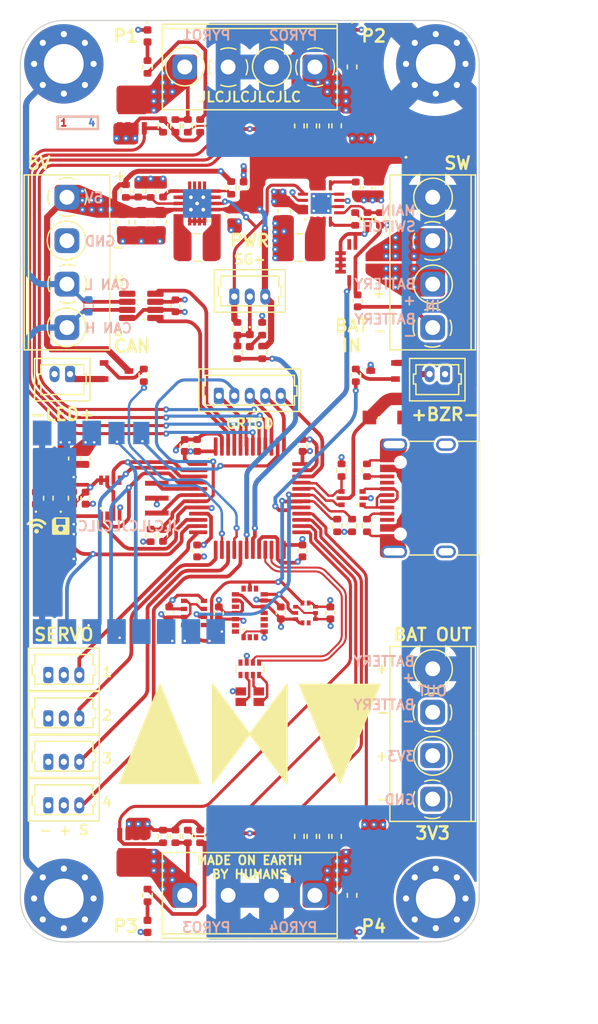
<source format=kicad_pcb>
(kicad_pcb (version 20201116) (generator pcbnew)
  (layers (0 "F.Cu" signal) (1 "In1.Cu" signal) (2 "In2.Cu" signal) (31 "B.Cu" signal) (34 "B.Paste" user) (35 "F.Paste" user) (36 "B.SilkS" user "B.Silkscreen") (37 "F.SilkS" user "F.Silkscreen") (38 "B.Mask" user) (39 "F.Mask" user) (44 "Edge.Cuts" user))
  (net 0 "")
  (net 1 "Batt_+")
  (net 2 "Net-(J2-Pad2)")
  (net 3 "GND")
  (net 4 "B1")
  (net 5 "+3V3")
  (net 6 "Net-(D8-Pad1)")
  (net 7 "Net-(D8-Pad4)")
  (net 8 "Net-(D8-Pad3)")
  (net 9 "Batt_Pyro")
  (net 10 "C14")
  (net 11 "Net-(J3-Pad1)")
  (net 12 "B11")
  (net 13 "B10")
  (net 14 "A7")
  (net 15 "B0")
  (net 16 "B15")
  (net 17 "B7")
  (net 18 "B5")
  (net 19 "B12")
  (net 20 "pyro4_out")
  (net 21 "A6")
  (net 22 "pyro3_out")
  (net 23 "pyro2_out")
  (net 24 "pyro1_out")
  (net 25 "Net-(J4-PadB5)")
  (net 26 "C13")
  (net 27 "Reset")
  (net 28 "Net-(D2-Pad2)")
  (net 29 "A10")
  (net 30 "A9")
  (net 31 "B4")
  (net 32 "B6")
  (net 33 "Net-(D5-Pad2)")
  (net 34 "Net-(D10-Pad2)")
  (net 35 "can_L")
  (net 36 "can_H")
  (net 37 "USB_D+")
  (net 38 "Net-(J4-PadA5)")
  (net 39 "USB_D-")
  (net 40 "Net-(R11-Pad2)")
  (net 41 "Net-(R39-Pad2)")
  (net 42 "B14")
  (net 43 "B13")
  (net 44 "Net-(D7-Pad2)")
  (net 45 "Net-(R40-Pad2)")
  (net 46 "Net-(D6-Pad2)")
  (net 47 "Net-(D4-Pad2)")
  (net 48 "Net-(D3-Pad2)")
  (net 49 "A8")
  (net 50 "Net-(J4-PadA6)")
  (net 51 "Net-(J4-PadA7)")
  (net 52 "Net-(C7-Pad1)")
  (net 53 "Net-(C6-Pad2)")
  (net 54 "en")
  (net 55 "+5V")
  (net 56 "lora_reset")
  (net 57 "A15")
  (net 58 "Net-(Q6-Pad1)")
  (net 59 "Net-(Q5-Pad1)")
  (net 60 "Net-(Q8-Pad1)")
  (net 61 "A1")
  (net 62 "Net-(L2-Pad1)")
  (net 63 "Net-(Q7-Pad1)")
  (net 64 "led_out")
  (net 65 "buzzer_out")
  (net 66 "canrx")
  (net 67 "cantx")
  (net 68 "Net-(L1-Pad1)")
  (net 69 "Net-(L1-Pad2)")
  (net 70 "Net-(C8-Pad1)")
  (net 71 "Net-(D1-Pad2)")
  (net 72 "C15")
  (net 73 "SWCLK")
  (net 74 "SWDIO")
  (net 75 "Net-(U5-Pad6)")
  (net 76 "Net-(U5-Pad5)")
  (net 77 "A0")
  (net 78 "B3")
  (net 79 "A2")
  (net 80 "A3")
  (net 81 "A5")
  (net 82 "Net-(Q10-Pad1)")
  (net 83 "Net-(Q9-Pad1)")
  (footprint "Connector_Molex:Molex_PicoBlade_53047-0310_1x03_P1.25mm_Vertical" (layer "F.Cu") (at 18 72)
    (fp_text reference "J15" hide)
    (fp_text value "servo2")
  )
  (footprint "Resistor_SMD:R_0402_1005Metric" (layer "F.Cu") (at 43.7 52 90)
    (fp_text reference "R4" hide)
    (fp_text value "5k1")
  )
  (footprint "Resistor_SMD:R_0402_1005Metric" (layer "F.Cu") (at 41.3 56.45 90)
    (fp_text reference "R37" hide)
    (fp_text value "4k7")
  )
  (footprint "Resistor_SMD:R_0402_1005Metric" (layer "F.Cu") (at 42.5 19.5 90)
    (fp_text reference "R33" hide)
    (fp_text value "1k")
  )
  (footprint "Resistor_SMD:R_0402_1005Metric" (layer "F.Cu") (at 41.25 81.51 90)
    (fp_text reference "R17" hide)
    (fp_text value "10k")
  )
  (footprint "Capacitor_SMD:C_0402_1005Metric" (layer "F.Cu") (at 42.8 29.25 90)
    (fp_text reference "C6" hide)
    (fp_text value "390pF")
  )
  (footprint "Capacitor_SMD:C_0402_1005Metric" (layer "F.Cu") (at 40.75 63.5 -90)
    (fp_text reference "C20" hide)
    (fp_text value "100nF")
  )
  (footprint "Capacitor_SMD:C_0402_1005Metric" (layer "F.Cu") (at 33.75 29.25 90)
    (fp_text reference "C4" hide)
    (fp_text value "10uF")
  )
  (footprint "Resistor_SMD:R_0402_1005Metric" (layer "F.Cu") (at 40.25 81.51 -90)
    (fp_text reference "R21" hide)
    (fp_text value "10k")
  )
  (footprint "LED_SMD:LED_LiteOn_LTST-C19HE1WT" (layer "F.Cu") (at 34.25 70.25 90)
    (fp_text reference "D8" hide)
    (fp_text value "RGB_Led")
  )
  (footprint "Capacitor_SMD:C_0402_1005Metric" (layer "F.Cu") (at 30 58.5 90)
    (fp_text reference "C18" hide)
    (fp_text value "100nF")
  )
  (footprint "Package_TO_SOT_SMD:SOT-323_SC-70" (layer "F.Cu") (at 23.5 44)
    (fp_text reference "Q8" hide)
    (fp_text value "BC817W")
  )
  (footprint "Package_SO:Vishay_PowerPAK_1212-8_Single" (layer "F.Cu") (at 24.75 82.76 -90)
    (fp_text reference "Q3" hide)
    (fp_text value "SE20N110")
  )
  (footprint "KiCAD_Footprints_EO:LPS22HB" (layer "F.Cu") (at 38.75 63.5 -90)
    (fp_text reference "U7" hide)
    (fp_text value "LPS22HBTR")
  )
  (footprint "Capacitor_SMD:C_0402_1005Metric" (layer "F.Cu") (at 29 50 -90)
    (fp_text reference "C14" hide)
    (fp_text value "100nF")
  )
  (footprint "MountingHole:MountingHole_3.2mm_M3_Pad_Via" (layer "F.Cu") (at 49.25 86.51)
    (fp_text reference "H3" hide)
    (fp_text value "GND")
  )
  (footprint "Resistor_SMD:R_0402_1005Metric" (layer "F.Cu") (at 30.25 81.51 -90)
    (fp_text reference "R28" hide)
    (fp_text value "10k")
  )
  (footprint "LED_SMD:LED_0402_1005Metric" (layer "F.Cu") (at 26 17 -90)
    (fp_text reference "D3" hide)
    (fp_text value "pyro1")
  )
  (footprint "KiCAD_Graphics_E0:floppy" (layer "F.Cu") (at 19 56.5)
    (fp_text reference "LOGO3" hide)
    (fp_text value "save" hide)
  )
  (footprint "Resistor_SMD:R_0402_1005Metric" (layer "F.Cu") (at 25.7 44.35 90)
    (fp_text reference "R31" hide)
    (fp_text value "1k")
  )
  (footprint "Capacitor_SMD:C_0402_1005Metric" (layer "F.Cu") (at 27.25 29.5 90)
    (fp_text reference "C7" hide)
    (fp_text value "100nF")
  )
  (footprint "Connector_Molex:Molex_PicoBlade_53047-0510_1x05_P1.25mm_Vertical" (layer "F.Cu") (at 31.75 46)
    (fp_text reference "J1" hide)
    (fp_text value "programlama")
  )
  (footprint "Connector_Molex:Molex_PicoBlade_53047-0210_1x02_P1.25mm_Vertical" (layer "F.Cu") (at 19.749999 44.25 180)
    (fp_text reference "J9" hide)
    (fp_text value "led")
  )
  (footprint "MountingHole:MountingHole_3.2mm_M3_Pad_Via" (layer "F.Cu") (at 19.25 19.25 180)
    (fp_text reference "H1" hide)
    (fp_text value "L")
  )
  (footprint "Connector_Molex:Molex_PicoBlade_53047-0310_1x03_P1.25mm_Vertical" (layer "F.Cu") (at 18 79)
    (fp_text reference "J19" hide)
    (fp_text value "servo4")
  )
  (footprint "Resistor_SMD:R_0402_1005Metric" (layer "F.Cu") (at 44.75 31.75 90)
    (fp_text reference "R40" hide)
    (fp_text value "562k")
  )
  (footprint "KiCAD_Footprints_EO:3.5mm_01x02_Screw_Terminal" (layer "F.Cu") (at 37.75 86.26)
    (fp_text reference "J13" hide)
    (fp_text value "pyro4")
  )
  (footprint "Capacitor_SMD:C_0402_1005Metric" (layer "F.Cu") (at 42.95 38.35 -90)
    (fp_text reference "C1" hide)
    (fp_text value "100nF")
  )
  (footprint "KiCAD_Graphics_E0:wifi" (layer "F.Cu") (at 17 56.5)
    (fp_text reference "LOGO2" hide)
    (fp_text value "rf" hide)
  )
  (footprint "Resistor_SMD:R_0402_1005Metric" (layer "F.Cu") (at 38.25 81.51 -90)
    (fp_text reference "R29" hide)
    (fp_text value "10k")
  )
  (footprint "LED_SMD:LED_0402_1005Metric" (layer "F.Cu") (at 19 54.25 90)
    (fp_text reference "D2" hide)
    (fp_text value "flash")
  )
  (footprint "Resistor_SMD:R_0402_1005Metric" (layer "F.Cu") (at 29.25 81.51 90)
    (fp_text reference "R24" hide)
    (fp_text value "1k")
  )
  (footprint "Connector_Molex:Molex_PicoBlade_53047-0310_1x03_P1.25mm_Vertical" (layer "F.Cu") (at 18 75.5)
    (fp_text reference "J18" hide)
    (fp_text value "servo3")
  )
  (footprint "KiCAD_Footprints_EO:3.5mm_01x02_Screw_Terminal" (layer "F.Cu") (at 49 76.75 90)
    (fp_text reference "J17" hide)
    (fp_text value "3v")
  )
  (footprint "KiCAD_Footprints_EO:BMX055" (layer "F.Cu") (at 34.25 63.5 180)
    (fp_text reference "U9" hide)
    (fp_text value "BMX055")
  )
  (footprint "Package_SON:Texas_S-PWSON-N10_ThermalVias" (layer "F.Cu") (at 30 30.5 180)
    (fp_text reference "U4" hide)
    (fp_text value "TPS63060")
  )
  (footprint "Resistor_SMD:R_0402_1005Metric" (layer "F.Cu") (at 43.7 56.45 -90)
    (fp_text reference "R3" hide)
    (fp_text value "5k1")
  )
  (footprint "Capacitor_SMD:C_0402_1005Metric" (layer "F.Cu") (at 38.5 50 -90)
    (fp_text reference "C16" hide)
    (fp_text value "100nF")
  )
  (footprint "Resistor_SMD:R_0402_1005Metric" (layer "F.Cu") (at 26.25 57.25 90)
    (fp_text reference "R12" hide)
    (fp_text value "10k")
  )
  (footprint "Capacitor_SMD:C_0402_1005Metric" (layer "F.Cu") (at 44.75 29.25 -90)
    (fp_text reference "C3" hide)
    (fp_text value "100nF")
  )
  (footprint "Package_TO_SOT_SMD:SOT-323_SC-70" (layer "F.Cu") (at 36 81.26 180)
    (fp_text reference "Q10" hide)
    (fp_text value "BC817W")
  )
  (footprint "Resistor_SMD:R_0402_1005Metric" (layer "F.Cu") (at 27.25 24.25 -90)
    (fp_text reference "R14" hide)
    (fp_text value "10k")
  )
  (footprint "Resistor_SMD:R_0402_1005Metric" (layer "F.Cu") (at 27.25 81.51 -90)
    (fp_text reference "R16" hide)
    (fp_text value "10k")
  )
  (footprint "Resistor_SMD:R_0402_1005Metric" (layer "F.Cu") (at 28.25 24.25 90)
    (fp_text reference "R18" hide)
    (fp_text value "10k")
  )
  (footprint "Capacitor_SMD:C_0402_1005Metric" (layer "F.Cu") (at 21 54.25 90)
    (fp_text reference "C19" hide)
    (fp_text value "100nF")
  )
  (footprint "KiCAD_Graphics_E0:.A.N.V._Logo" (layer "F.Cu") (at 34.25 73.25)
    (fp_text reference "LOGO1" hide)
    (fp_text value "anv" hide)
  )
  (footprint "Resistor_SMD:R_0402_1005Metric" (layer "F.Cu") (at 24.25 29.5 -90)
    (fp_text reference "R9" hide)
    (fp_text value "1m")
  )
  (footprint "Package_TO_SOT_SMD:SOT-23-8" (layer "F.Cu") (at 25.5 38.75 180)
    (fp_text reference "U11" hide)
    (fp_text value "MAX3051")
  )
  (footprint "Package_TO_SOT_SMD:SOT-323_SC-70" (layer "F.Cu") (at 36 24.5 180)
    (fp_text reference "Q6" hide)
    (fp_text value "BC817W")
  )
  (footprint "Package_DFN_QFN:DFN-8-1EP_3x2mm_P0.5mm_EP1.3x1.5mm" (layer "F.Cu") (at 23 54.25 90)
    (fp_text reference "U6" hide)
    (fp_text value "W25X40CLUXIG")
  )
  (footprint "Package_TO_SOT_SMD:SOT-323_SC-70" (layer "F.Cu") (at 32.5 81.26)
    (fp_text reference "Q9" hide)
    (fp_text value "BC817W")
  )
  (footprint "KiCAD_Footprints_EO:3.5mm_01x02_Screw_Terminal" (layer "F.Cu") (at 30.75 86.26)
    (fp_text reference "J12" hide)
    (fp_text value "pyro3")
  )
  (footprint "Capacitor_SMD:C_0402_1005Metric" (layer "F.Cu") (at 36.75 63.5 -90)
    (fp_text reference "C24" hide)
    (fp_text value "100nF")
  )
  (footprint "Package_SO:Vishay_PowerPAK_1212-8_Single" (layer "F.Cu") (at 43.75 23 90)
    (fp_text reference "Q2" hide)
    (fp_text value "SE20N110")
  )
  (footprint "Crystal:Resonator_SMD_muRata_CSTxExxV-3Pin_3.0x1.1mm" (layer "F.Cu") (at 26.75 54.25 -90)
    (fp_text reference "Y1" hide)
    (fp_text value "8mHz")
  )
  (footprint "Resistor_SMD:R_0402_1005Metric" (layer "F.Cu") (at 38.25 24.25 90)
    (fp_text reference "R27" hide)
    (fp_text value "10k")
  )
  (footprint "Resistor_SMD:R_0402_1005Metric" (layer "F.Cu") (at 35.25 42.5 90)
    (fp_text reference "R1" hide)
    (fp_text value "100k")
  )
  (footprint "Inductor_SMD:L_1008_2520Metric" (layer "F.Cu") (at 38.25 34.05 180)
    (fp_text reference "L2" hide)
    (fp_text value "2.2uH")
  )
  (footprint "Capacitor_SMD:C_0603_1608Metric" (layer "F.Cu") (at 37.05 31.1 90)
    (fp_text reference "C10" hide)
    (fp_text value "22uF")
  )
  (footprint "Package_TO_SOT_SMD:SOT-666" (layer "F.Cu") (at 42.5 54.25 180)
    (fp_text reference "U2" hide)
    (fp_text value "USBLC6-2P6")
  )
  (footprint "Resistor_SMD:R_Array_Concave_4x0402" (layer "F.Cu") (at 34.25 68 -90)
    (fp_text reference "RN1" hide)
    (fp_text value "1k")
  )
  (footprint "Resistor_SMD:R_0402_1005Metric" (layer "F.Cu") (at 41.65 52 -90)
    (fp_text reference "R8" hide)
    (fp_text value "1k5")
  )
  (footprint "MountingHole:MountingHole_3.2mm_M3_Pad_Via" (layer "F.Cu") (at 19.25 86.51 180)
    (fp_text reference "H2" hide)
    (fp_text value "H")
  )
  (footprint "Capacitor_SMD:C_0402_1005Metric" (layer "F.Cu") (at 20 51.05 90)
    (fp_text reference "C26" hide)
    (fp_text value "100nF")
  )
  (footprint "Capacitor_SMD:C_0402_1005Metric" (layer "F.Cu") (at 43.75 29.25 -90)
    (fp_text reference "C2" hide)
    (fp_text value "10uF")
  )
  (footprint "Package_DFN_QFN:VQFN-16-1EP_3x3mm_P0.5mm_EP1.68x1.68mm_ThermalVias" (layer "F.Cu") (at 40 30.5 90)
    (fp_text reference "U3" hide)
    (fp_text value "TLV62130ARGTR")
  )
  (footprint "Resistor_SMD:R_0402_1005Metric" (layer "F.Cu") (at 42.5 56.45 90)
    (fp_text reference "R38" hide)
    (fp_text value "4k7")
  )
  (footprint "Capacitor_SMD:C_0402_1005Metric" (layer "F.Cu") (at 38.5 58.5 90)
    (fp_text reference "C15" hide)
    (fp_text value "100nF")
  )
  (footprint "Capacitor_SMD:C_0603_1608Metric" (layer "F.Cu") (at 27 32 -90)
    (fp_text reference "C9" hide)
    (fp_text value "22uF")
  )
  (footprint "Resistor_SMD:R_0402_1005Metric" (layer "F.Cu") (at 26.25 29.5 90)
    (fp_text reference "R10" hide)
    (fp_text value "110k")
  )
  (footprint "Inductor_SMD:L_1008_2520Metric" (layer "F.Cu") (at 30 34.05 180)
    (fp_text reference "L1" hide)
    (fp_text value "1uH")
  )
  (footprint "Resistor_SMD:R_0402_1005Metric" (layer "F.Cu") (at 42.5 86.26 -90)
    (fp_text reference "R35" hide)
    (fp_text value "1k")
  )
  (footprint "Capacitor_SMD:C_0402_1005Metric" (layer "F.Cu") (at 21 51.05 90)
    (fp_text reference "C27" hide)
    (fp_text value "100nF")
  )
  (footprint "Package_LGA:Bosch_LGA-8_2x2.5mm_P0.65mm_ClockwisePinNumbering" (layer "F.Cu") (at 29.75 63.5 -90)
    (fp_text reference "U8" hide)
    (fp_text value "BMP280")
  )
  (footprint "Resistor_SMD:R_0402_1005Metric" (layer "F.Cu") (at 32.75 29.25 -90)
    (fp_text reference "R39" hide)
    (fp_text value "1m")
  )
  (footprint "Capacitor_SMD:C_0402_1005Metric" (layer "F.Cu") (at 28.25 38.75 90)
    (fp_text reference "C25" hide)
    (fp_text value "100nF")
  )
  (footprint "Resistor_SMD:R_0402_1005Metric" (layer "F.Cu") (at 42.75 31.75 -90)
    (fp_text reference "R11" hide)
    (fp_text value "100k")
  )
  (footprint "LED_SMD:LED_0402_1005Metric" (layer "F.Cu") (at 34.25 41.55 -90)
    (fp_text reference "D7" hide)
    (fp_text value "3v3")
  )
  (footprint "Capacitor_SMD:C_0402_1005Metric" (layer "F.Cu") (at 32.75 31.5 -90)
    (fp_text reference "C5" hide)
    (fp_text value "10uF")
  )
  (footprint "Resistor_SMD:R_0402_1005Metric" (layer "F.Cu") (at 43.75 31.75 -90)
    (fp_text reference "R41" hide)
    (fp_text value "180k")
  )
  (footprint "Package_SO:Vishay_PowerPAK_1212-8_Single" (layer "F.Cu") (at 24.75 23 90)
    (fp_text reference "Q1" hide)
    (fp_text value "SE20N110")
  )
  (footprint "Capacitor_SMD:C_0603_1608Metric" (layer "F.Cu") (at 24 32 -90)
    (fp_text reference "C12" hide)
    (fp_text value "22uF")
  )
  (footprint "Resistor_SMD:R_0402_1005Metric" (layer "F.Cu") (at 35.249999 40.6 -90)
    (fp_text reference "R36" hide)
    (fp_text value "1k")
  )
  (footprint "Resistor_SMD:R_0402_1005Metric" (layer "F.Cu") (at 26 86.26 -90)
    (fp_text reference "R34" hide)
    (fp_text value "1k")
  )
  (footprint "Capacitor_SMD:C_0402_1005Metric" (layer "F.Cu") (at 25.25 29.5 90)
    (fp_text reference "C8" hide)
    (fp_text value "10pF")
  )
  (footprint "Resistor_SMD:R_0402_1005Metric" (layer "F.Cu") (at 26 19.5 90)
    (fp_text reference "R32" hide)
    (fp_text value "1k")
  )
  (footprint "KiCAD_Footprints_EO:3.5mm_01x02_Screw_Terminal" (layer "F.Cu") (at 49 69.75 90)
    (fp_text reference "J16" hide)
    (fp_text value "batt")
  )
  (footprint "Capacitor_SMD:C_0402_1005Metric" (layer "F.Cu") (at 31.75 63.5 -90)
    (fp_text reference "C23" hide)
    (fp_text value "100nF")
  )
  (footprint "LED_SMD:LED_0402_1005Metric" (layer "F.Cu") (at 17 54.25 90)
    (fp_text reference "D10" hide)
    (fp_text value "lora")
  )
  (footprint "Connector_Molex:Molex_PicoBlade_53047-0310_1x03_P1.25mm_Vertical" (layer "F.Cu") (at 18 68.5)
    (fp_text reference "J14" hide)
    (fp_text value "servo1")
  )
  (footprint "Capacitor_SMD:C_0402_1005Metric" (layer "F.Cu") (at 30 50 -90)
    (fp_text reference "C17" hide)
    (fp_text value "100nF")
  )
  (footprint "Connector_USB:USB_C_Receptacle_XKB_U262-16XN-4BVC11" (layer "F.Cu") (at 49 54.25 90)
    (fp_text reference "J4" hide)
    (fp_text value "USB_C_Receptacle_USB2.0")
  )
  (footprint "KiCAD_Footprints_EO:3.5mm_01x02_Screw_Terminal" (layer "F.Cu") (at 30.749999 19.5 180)
    (fp_text reference "J10" hide)
    (fp_text value "pyro1")
  )
  (footprint "Connector_Molex:Molex_PicoBlade_53047-0210_1x02_P1.25mm_Vertical" (layer "F.Cu") (at 50 44.25 180)
    (fp_text reference "J6" hide)
    (fp_text value "buzzer")
  )
  (footprint "Capacitor_SMD:C_0402_1005Metric" (layer "F.Cu") (at 27.25 57.25 90)
    (fp_text reference "C13" hide)
    (fp_text value "100nF")
  )
  (footprint "Capacitor_SMD:C_0603_1608Metric" (layer "F.Cu") (at 25.5 32 -90)
    (fp_text reference "C11" hide)
    (fp_text value "22uF")
  )
  (footprint "Diode_SMD:D_SOD-123F" (layer "F.Cu") (at 47.5 26.75)
    (fp_text reference "D9" hide)
    (fp_text value "diode")
  )
  (footprint "Package_QFP:LQFP-48_7x7mm_P0.5mm" (layer "F.Cu") (at 34.25 54.25)
    (fp_text reference "U5" hide)
    (fp_text value "STM32F302C8Tx")
  )
  (footprint "KiCAD_Footprints_EO:3.5mm_01x02_Screw_Terminal" (layer "F.Cu") (at 49 38.75 90)
    (fp_text reference "J2" hide)
    (fp_text value "Batt")
  )
  (footprint "Resistor_SMD:R_0402_1005Metric" (layer "F.Cu") (at 28.25 81.51 -90)
    (fp_text reference "R20" hide)
    (fp_text value "10k")
  )
  (footprint "KiCAD_Footprints_EO:3.5mm_01x02_Screw_Terminal" (layer "F.Cu") (at 37.75 19.5 180)
    (fp_text reference "J11" hide)
    (fp_text value "pyro2")
  )
  (footprint "Resistor_SMD:R_0402_1005Metric" (layer "F.Cu") (at 20 54.25 90)
    (fp_text reference "R13" hide)
    (fp_text value "1k")
  )
  (footprint "Resistor_SMD:R_0402_1005Metric" (layer "F.Cu") (at 39.25 24.25 -90)
    (fp_text reference "R23" hide)
    (fp_text value "1k")
  )
  (footprint "Package_SO:Vishay_PowerPAK_1212-8_Single" (layer "F.Cu") (at 43.75 82.76 -90)
    (fp_text reference "Q4" hide)
    (fp_text value "SE20N110")
  )
  (footprint "Resistor_SMD:R_0402_1005Metric" (layer "F.Cu") (at 29.25 24.25 -90)
    (fp_text reference "R22" hide)
    (fp_text value "1k")
  )
  (footprint "Sensor_Current:Allegro_QFN-12-10-1EP_3x3mm_P0.5mm" (layer "F.Cu") (at 43 35.25 180)
    (fp_text reference "U1" hide)
    (fp_text value "ACS711xEXLT-15AB")
  )
  (footprint "KiCAD_Footprints_EO:3.5mm_01x02_Screw_Terminal" (layer "F.Cu") (at 19.5 38.75 -90)
    (fp_text reference "J8" hide)
    (fp_text value "canbus")
  )
  (footprint "LED_SMD:LED_0402_1005Metric" (layer "F.Cu") (at 42.5 88.76 90)
    (fp_text reference "D6" hide)
    (fp_text value "pyro4")
  )
  (footprint "KiCAD_Footprints_EO:3.5mm_01x02_Screw_Terminal" (layer "F.Cu") (at 49 31.75 90)
    (fp_text reference "J3" hide)
    (fp_text value "Sw")
  )
  (footprint "Resistor_SMD:R_0402_1005Metric" (layer "F.Cu") (at 41.25 24.24 90)
    (fp_text reference "R15" hide)
    (fp_text value "10k")
  )
  (footprint "Resistor_SMD:R_0402_1005Metric" (layer "F.Cu") (at 33.249999 40.6 90)
    (fp_text reference "R7" hide)
    (fp_text value "10k")
  )
  (footprint "Resistor_SMD:R_0402_1005Metric" (layer "F.Cu") (at 18 54.25 -90)
    (fp_text reference "R45" hide)
    (fp_text value "1k")
  )
  (footprint "Diode_SMD:D_SOD-123F" (layer "F.Cu") (at 45.3 47.75)
    (fp_text reference "D1" hide)
    (fp_text value "diode")
  )
  (footprint "Resistor_SMD:R_0402_1005Metric" (layer "F.Cu") (at 39.25 81.51 90)
    (fp_text reference "R25" hide)
    (fp_text value "1k")
  )
  (footprint "MountingHole:MountingHole_3.2mm_M3_Pad_Via" (layer "F.Cu") (at 49.25 19.25)
    (fp_text reference "H4" hide)
    (fp_text value "pwr")
  )
  (footprint "LED_SMD:LED_0402_1005Metric" (layer "F.Cu") (at 26 88.76 90)
    (fp_text reference "D5" hide)
    (fp_text value "pyro3")
  )
  (footprint "Capacitor_SMD:C_0402_1005Metric" (layer "F.Cu") (at 27.75 63.5 90)
    (fp_text reference "C21" hide)
    (fp_text value "100nF")
  )
  (footprint "Resistor_SMD:R_0402_1005Metric" (layer "F.Cu") (at 33.25 42.5 -90)
    (fp_text reference "R2" hide)
    (fp_text value "30k")
  )
  (footprint "Resistor_SMD:R_0402_1005Metric" (layer "F.Cu") (at 30.25 24.25 90)
    (fp_text reference "R26" hide)
    (fp_text value "10k")
  )
  (footprint "LED_SMD:LED_0402_1005Metric" (layer "F.Cu") (at 42.5 17 -90)
    (fp_text reference "D4" hide)
    (fp_text value "pyro2")
  )
  (footprint "Connector_Molex:Molex_PicoBlade_53047-0310_1x03_P1.25mm_Vertical" (layer "F.Cu") (at 33 38)
    (fp_text reference "J5" hide)
    (fp_text value "switch/hallEffect")
  )
  (footprint "KiCAD_Footprints_EO:3.5mm_01x02_Screw_Terminal" (layer "F.Cu") (at 19.5 31.75 -90)
    (fp_text reference "J7" hide)
    (fp_text value "5v")
  )
  (footprint "Package_TO_SOT_SMD:SOT-323_SC-70" (layer "F.Cu") (at 32.5 24.5)
    (fp_text reference "Q5" hide)
    (fp_text value "BC817W")
  )
  (footprint "Resistor_SMD:R_0402_1005Metric" (layer "F.Cu") (at 42.8 44.35 90)
    (fp_text reference "R30" hide)
    (fp_text value "1k")
  )
  (footprint "Resistor_SMD:R_0402_1005Metric" (layer "F.Cu") (at 40.25 24.25 90)
    (fp_text reference "R19" hide)
    (fp_text value "10k")
  )
  (footprint "Package_TO_SOT_SMD:SOT-323_SC-70" (layer "F.Cu") (at 45 44 180)
    (fp_text reference "Q7" hide)
    (fp_text value "BC817W")
  )
  (footprint "Resistor_SMD:R_0402_1005Metric" (layer "B.Cu") (at 21.25 38.75 90)
    (fp_text reference "R44" hide)
    (fp_text value "120r")
  )
  (footprint "RF_Module:Ai-Thinker-Ra-01-LoRa" (layer "B.Cu") (at 24.5 57 -90)
    (fp_text reference "U12" hide)
    (fp_text value "Ai-Thinker-Ra-02")
  )
  (gr_line (start 22 23.5) (end 22 24.5) (layer "B.SilkS") (width 0.2))
  (gr_line (start 22 24.5) (end 18.75 24.5) (layer "B.SilkS") (width 0.2))
  (gr_line (start 18.75 24.5) (end 18.75 23.5) (layer "B.SilkS") (width 0.2))
  (gr_line (start 22 23.5) (end 18.75 23.5) (layer "B.SilkS") (width 0.2))
  (gr_line (start 18.75 23.5) (end 22 23.5) (layer "F.SilkS") (width 0.2))
  (gr_line (start 18.75 24.5) (end 18.75 23.5) (layer "F.SilkS") (width 0.2))
  (gr_line (start 22 23.5) (end 22 24.5) (layer "F.SilkS") (width 0.2))
  (gr_line (start 22 24.5) (end 18.75 24.5) (layer "F.SilkS") (width 0.2))
  (gr_line (start 19.25 15.75) (end 49.25 15.75) (layer "Edge.Cuts") (width 0.1))
  (gr_arc (start 19.25 86.51) (end 19.25 90.01) (angle 90) (layer "Edge.Cuts") (width 0.1))
  (gr_line (start 52.75 19.25) (end 52.75 86.51) (layer "Edge.Cuts") (width 0.1))
  (gr_arc (start 19.25 19.25) (end 15.75 19.25) (angle 90) (layer "Edge.Cuts") (width 0.1))
  (gr_arc (start 49.25 19.25) (end 52.75 19.25) (angle -90) (layer "Edge.Cuts") (width 0.1))
  (gr_arc (start 49.25 86.51) (end 49.25 90.01) (angle -90) (layer "Edge.Cuts") (width 0.1))
  (gr_line (start 15.75 86.51) (end 15.75 19.25) (layer "Edge.Cuts") (width 0.1))
  (gr_line (start 49.25 90.01) (end 19.25 90.01) (layer "Edge.Cuts") (width 0.1))
  (gr_text "1" (at 19.25 24) (layer "F.Cu") (effects (font (size 0.56 0.56) (thickness 0.14))))
  (gr_text "4" (at 21.5 24) (layer "B.Cu") (effects (font (size 0.56 0.56) (thickness 0.14))))
  (gr_text "BATTERY\n+" (at 47.649048 68.05) (layer "B.SilkS") (effects (font (size 0.8 0.8) (thickness 0.16)) (justify left mirror)))
  (gr_text "PYRO2" (at 37.75 16.95) (layer "B.SilkS") (effects (font (size 0.8 0.8) (thickness 0.16)) (justify mirror)))
  (gr_text "GND" (at 46.35 78.55) (layer "B.SilkS") (effects (font (size 0.8 0.8) (thickness 0.16)) (justify mirror)))
  (gr_text "BATTERY\n+" (at 47.725238 37.65) (layer "B.SilkS") (effects (font (size 0.8 0.8) (thickness 0.16)) (justify left mirror)))
  (gr_text "MAIN\nSWITCH" (at 47.725238 31.722) (layer "B.SilkS") (effects (font (size 0.8 0.8) (thickness 0.16)) (justify left mirror)))
  (gr_text "PYRO3" (at 30.75 88.85) (layer "B.SilkS") (effects (font (size 0.8 0.8) (thickness 0.16)) (justify mirror)))
  (gr_text "OUT" (at 48.99 69.79) (layer "B.SilkS") (effects (font (size 0.8 0.8) (thickness 0.16)) (justify mirror)))
  (gr_text "CAN L" (at 22.754762 37.05) (layer "B.SilkS") (effects (font (size 0.8 0.8) (thickness 0.16)) (justify mirror)))
  (gr_text "IN" (at 48.99 38.76) (layer "B.SilkS") (effects (font (size 0.8 0.8) (thickness 0.16)) (justify mirror)))
  (gr_text "BATTERY\n-" (at 47.649048 71.55) (layer "B.SilkS") (effects (font (size 0.8 0.8) (thickness 0.16)) (justify left mirror)))
  (gr_text "5V" (at 21.688095 30.05) (layer "B.SilkS") (effects (font (size 0.8 0.8) (thickness 0.16)) (justify mirror)))
  (gr_text "BATTERY\n-" (at 47.725238 40.472) (layer "B.SilkS") (effects (font (size 0.8 0.8) (thickness 0.16)) (justify left mirror)))
  (gr_text "JLCJLCJLCJLC" (at 24.49 56.5) (layer "B.SilkS") (effects (font (size 0.8 0.8) (thickness 0.16)) (justify mirror)))
  (gr_text "PYRO4" (at 37.75 88.85) (layer "B.SilkS") (effects (font (size 0.8 0.8) (thickness 0.16)) (justify mirror)))
  (gr_text "GND" (at 22.183333 33.55) (layer "B.SilkS") (effects (font (size 0.8 0.8) (thickness 0.16)) (justify mirror)))
  (gr_text "CAN H" (at 22.85 40.55) (layer "B.SilkS") (effects (font (size 0.8 0.8) (thickness 0.16)) (justify mirror)))
  (gr_text "3V3" (at 46.464286 75.05) (layer "B.SilkS") (effects (font (size 0.8 0.8) (thickness 0.16)) (justify mirror)))
  (gr_text "PYRO1" (at 30.75 16.95) (layer "B.SilkS") (effects (font (size 0.8 0.8) (thickness 0.16)) (justify mirror)))
  (gr_text "2" (at 22.75 71.75) (layer "F.SilkS") (effects (font (size 0.8 0.8) (thickness 0.16))))
  (gr_text "." (at 30.05 62.25) (layer "F.SilkS") (effects (font (size 0.8 0.8) (thickness 0.16))))
  (gr_text "P3" (at 24.25 88.75) (layer "F.SilkS") (effects (font (size 1 1) (thickness 0.2))))
  (gr_text "+" (at 23.772857 28.25) (layer "F.SilkS") (effects (font (size 0.8 0.8) (thickness 0.16))))
  (gr_text "BAT\nIN" (at 42.45 41.15) (layer "F.SilkS") (effects (font (size 1 1) (thickness 0.2))))
  (gr_text "MADE ON EARTH\nBY HUMANS" (at 34.25 84) (layer "F.SilkS") (effects (font (size 0.7 0.7) (thickness 0.16))))
  (gr_text "P2" (at 44.25 17) (layer "F.SilkS") (effects (font (size 1 1) (thickness 0.2))))
  (gr_text "GRTCD" (at 34.25 48.25) (layer "F.SilkS") (effects (font (size 0.8 0.8) (thickness 0.16))))
  (gr_text "5V" (at 17.25 27.25) (layer "F.SilkS") (effects (font (size 1 1) (thickness 0.2))))
  (gr_text "BAT OUT" (at 49 65.25) (layer "F.SilkS") (effects (font (size 1 1) (thickness 0.2))))
  (gr_text "." (at 22.25 54.75) (layer "F.SilkS") (effects (font (size 0.8 0.8) (thickness 0.16))))
  (gr_text "." (at 46.85 26.45) (layer "F.SilkS") (effects (font (size 0.8 0.8) (thickness 0.16))))
  (gr_text "+" (at 44.904762 75) (layer "F.SilkS") (effects (font (size 0.8 0.8) (thickness 0.16))))
  (gr_text "3V3" (at 49 81.25) (layer "F.SilkS") (effects (font (size 1 1) (thickness 0.2))))
  (gr_text "H" (at 23.696666 36.75) (layer "F.SilkS") (effects (font (size 0.8 0.8) (thickness 0.16))))
  (gr_text "SW" (at 51 27.25) (layer "F.SilkS") (effects (font (size 1 1) (thickness 0.2))))
  (gr_text "." (at 31 50.75) (layer "F.SilkS") (effects (font (size 0.8 0.8) (thickness 0.16))))
  (gr_text "." (at 44.65 47.45) (layer "F.SilkS") (effects (font (size 0.8 0.8) (thickness 0.16))))
  (gr_text "-" (at 23.677619 34) (layer "F.SilkS") (effects (font (size 0.8 0.8) (thickness 0.16))))
  (gr_text "SG+" (at 34.25 35) (layer "F.SilkS") (effects (font (size 0.8 0.8) (thickness 0.16))))
  (gr_text "PWR" (at 34.25 33.5) (layer "F.SilkS") (effects (font (size 1 1) (thickness 0.2))))
  (gr_text "JLCJLCJLCJLC" (at 34.26 21.92) (layer "F.SilkS") (effects (font (size 0.8 0.8) (thickness 0.16))))
  (gr_text "-" (at 45 71.5) (layer "F.SilkS") (effects (font (size 0.8 0.8) (thickness 0.16))))
  (gr_text "." (at 38.75 31.45) (layer "F.SilkS") (effects (font (size 0.8 0.8) (thickness 0.16))))
  (gr_text "+" (at 44.654762 37.75) (layer "F.SilkS") (effects (font (size 0.8 0.8) (thickness 0.16))))
  (gr_text "." (at 31.05 31.55) (layer "F.SilkS") (effects (font (size 0.8 0.8) (thickness 0.16))))
  (gr_text "P1" (at 24.25 17) (layer "F.SilkS") (effects (font (size 1 1) (thickness 0.2))))
  (gr_text "." (at 33.75 64.5) (layer "F.SilkS") (effects (font (size 0.8 0.8) (thickness 0.16))))
  (gr_text "1" (at 22.75 68.25) (layer "F.SilkS") (effects (font (size 0.8 0.8) (thickness 0.16))))
  (gr_text "+BZR-" (at 50 47.5) (layer "F.SilkS") (effects (font (size 1 1) (thickness 0.2))))
  (gr_text "3" (at 22.75 75.25) (layer "F.SilkS") (effects (font (size 0.8 0.8) (thickness 0.16))))
  (gr_text "." (at 39.15 62.75) (layer "F.SilkS") (effects (font (size 0.8 0.8) (thickness 0.16))))
  (gr_text "." (at 25.75 39.5) (layer "F.SilkS") (effects (font (size 0.8 0.8) (thickness 0.16))))
  (gr_text "P4" (at 44.25 88.75) (layer "F.SilkS") (effects (font (size 1 1) (thickness 0.2))))
  (gr_text "-LED+" (at 19.124999 47.5) (layer "F.SilkS") (effects (font (size 1 1) (thickness 0.2))))
  (gr_text "+" (at 44.904762 68) (layer "F.SilkS") (effects (font (size 0.8 0.8) (thickness 0.16))))
  (gr_text "SERVO" (at 19.25 65.25) (layer "F.SilkS") (effects (font (size 1 1) (thickness 0.2))))
  (gr_text "4" (at 22.75 78.75) (layer "F.SilkS") (effects (font (size 0.8 0.8) (thickness 0.16))))
  (gr_text "-" (at 44.75 40.75) (layer "F.SilkS") (effects (font (size 0.8 0.8) (thickness 0.16))))
  (gr_text "- + S" (at 19.25 81) (layer "F.SilkS") (effects (font (size 0.8 0.8) (thickness 0.16))))
  (gr_text "L" (at 23.601428 40.75) (layer "F.SilkS") (effects (font (size 0.8 0.8) (thickness 0.16))))
  (gr_text "." (at 42.95 54.45) (layer "F.SilkS") (effects (font (size 0.8 0.8) (thickness 0.16))))
  (gr_text "CAN" (at 24.75 42) (layer "F.SilkS") (effects (font (size 1 1) (thickness 0.2))))
  (gr_text "-" (at 45 78.5) (layer "F.SilkS") (effects (font (size 0.8 0.8) (thickness 0.16))))
  (via (at 29 65.75) (size 0.5) (drill 0.2) (layers "F.Cu" "B.Cu") (net 0))
  (via (at 28 65.75) (size 0.5) (drill 0.2) (layers "F.Cu" "B.Cu") (net 0))
  (segment (start 43.9 47.75) (end 45.107107 46.542893) (width 1) (layer "F.Cu") (net 1))
  (segment (start 51.592893 45.957107) (end 51.757097 45.792903) (width 1) (layer "F.Cu") (net 1))
  (segment (start 46.271321 25.378679) (end 46.158579 25.491421) (width 1) (layer "F.Cu") (net 1))
  (segment (start 46.1 25.632843) (end 46.1 26.75) (width 1) (layer "F.Cu") (net 1))
  (segment (start 35.57 41.99) (end 35.25 41.99) (width 0.5) (layer "F.Cu") (net 1))
  (segment (start 42.6 53.95) (end 42.6 49.464214) (width 0.3) (layer "F.Cu") (net 1))
  (segment (start 48.907359 24.5) (end 48.392641 24.5) (width 1) (layer "F.Cu") (net 1))
  (segment (start 45.814214 46.25) (end 50.885786 46.25) (width 1) (layer "F.Cu") (net 1))
  (segment (start 52.04999 45.085796) (end 52.04999 27.642631) (width 1) (layer "F.Cu") (net 1))
  (segment (start 35.5 38) (end 35.471232 37.971232) (width 0.5) (layer "F.Cu") (net 1))
  (segment (start 35.882141 41.677859) (end 35.57 41.99) (width 0.5) (layer "F.Cu") (net 1))
  (segment (start 35.471232 37.971232) (end 35.471232 32.471232) (width 0.5) (layer "F.Cu") (net 1))
  (segment (start 35.5 38) (end 35.970009 38.470009) (width 0.5) (layer "F.Cu") (net 1))
  (segment (start 41.575 54.25) (end 42.3 54.25) (width 0.3) (layer "F.Cu") (net 1))
  (segment (start 35.970009 38.470009) (end 35.970009 41.465727) (width 0.5) (layer "F.Cu") (net 1))
  (segment (start 42.3 54.25) (end 42.6 53.95) (width 0.3) (layer "F.Cu") (net 1))
  (segment (start 35.500001 32.500001) (end 35.471232 32.471232) (width 0.4) (layer "F.Cu") (net 1))
  (segment (start 42.892893 48.757107) (end 43.9 47.75) (width 0.3) (layer "F.Cu") (net 1))
  (segment (start 51.171311 25.521311) (end 51.02868 25.37868) (width 1) (layer "F.Cu") (net 1))
  (via (at 35.471232 32.471232) (size 0.5) (drill 0.2) (layers "F.Cu" "B.Cu") (net 1))
  (via (at 35.05 30.95) (size 0.5) (drill 0.2) (layers "F.Cu" "B.Cu") (net 1))
  (arc (start 42.6 49.464214) (mid 42.67612 49.081531) (end 42.892893 48.757107) (width 0.3) (layer "F.Cu") (net 1))
  (arc (start 35.882141 41.677859) (mid 35.947173 41.580532) (end 35.970009 41.465727) (width 0.5) (layer "F.Cu") (net 1))
  (arc (start 50.885786 46.25) (mid 51.268469 46.17388) (end 51.592893 45.957107) (width 1) (layer "F.Cu") (net 1))
  (arc (start 52.04999 45.085796) (mid 51.97387 45.468479) (end 51.757097 45.792903) (width 1) (layer "F.Cu") (net 1))
  (arc (start 45.814214 46.25) (mid 45.431531 46.32612) (end 45.107107 46.542893) (width 1) (layer "F.Cu") (net 1))
  (arc (start 52.04999 27.642631) (mid 51.821629 26.494581) (end 51.171311 25.521311) (width 1) (layer "F.Cu") (net 1))
  (arc (start 46.1 25.632843) (mid 46.115224 25.556306) (end 46.158579 25.491421) (width 1) (layer "F.Cu") (net 1))
  (arc (start 48.392641 24.5) (mid 47.244591 24.728361) (end 46.271321 25.378679) (width 1) (layer "F.Cu") (net 1))
  (arc (start 48.907359 24.5) (mid 50.05541 24.728362) (end 51.02868 25.37868) (width 1) (layer "F.Cu") (net 1))
  (segment (start 35.324786 31.224786) (end 35.05 30.95) (width 0.4) (layer "B.Cu") (net 1))
  (segment (start 35.471232 32.471232) (end 35.471232 31.578339) (width 0.4) (layer "B.Cu") (net 1))
  (arc (start 35.324786 31.224786) (mid 35.433172 31.386998) (end 35.471232 31.578339) (width 0.4) (layer "B.Cu") (net 1))
  (via (at 45.25 35.75) (size 0.5) (drill 0.2) (layers "F.Cu" "B.Cu") (net 2))
  (via (at 46 36.5) (size 0.5) (drill 0.2) (layers "F.Cu" "B.Cu") (net 2))
  (via (at 46 37.25) (size 0.5) (drill 0.2) (layers "F.Cu" "B.Cu") (net 2))
  (via (at 47.5 36.5) (size 0.5) (drill 0.2) (layers "F.Cu" "B.Cu") (net 2))
  (via (at 47.5 37.25) (size 0.5) (drill 0.2) (layers "F.Cu" "B.Cu") (net 2))
  (via (at 46 35.75) (size 0.5) (drill 0.2) (layers "F.Cu" "B.Cu") (net 2))
  (via (at 47.5 35.75) (size 0.5) (drill 0.2) (layers "F.Cu" "B.Cu") (net 2))
  (via (at 45.25 36.5) (size 0.5) (drill 0.2) (layers "F.Cu" "B.Cu") (net 2))
  (segment (start 34 66.97) (end 34.01 66.96) (width 0.3) (layer "F.Cu") (net 3))
  (segment (start 39.946446 25.353554) (end 40.25 25.05) (width 0.3) (layer "F.Cu") (net 3))
  (segment (start 35.41 65) (end 35.39999 64.98999) (width 0.16) (layer "F.Cu") (net 3))
  (segment (start 38.244706 63.11999) (end 38.245274 63.11999) (width 0.16) (layer "F.Cu") (net 3))
  (segment (start 28.95 64.475) (end 29.932107 65.457107) (width 0.3) (layer "F.Cu") (net 3))
  (segment (start 28.95 63.175) (end 27.905 63.175) (width 0.25) (layer "F.Cu") (net 3))
  (segment (start 33.09 63.5) (end 33.443926 63.5) (width 0.25) (layer "F.Cu") (net 3))
  (segment (start 36.5 59.180346) (end 36.769664 59.45001) (width 0.3) (layer "F.Cu") (net 3))
  (segment (start 31.475 30) (end 30.5 30) (width 0.3) (layer "F.Cu") (net 3))
  (segment (start 41.953554 33.096446) (end 41.716447 33.333553) (width 0.3) (layer "F.Cu") (net 3))
  (segment (start 36.5 57.55) (end 36.5 58.4125) (width 0.3) (layer "F.Cu") (net 3))
  (segment (start 26.75 54.25) (end 26.75 54.75) (width 0.3) (layer "F.Cu") (net 3))
  (segment (start 23.75 55.05) (end 23.8 55) (width 0.3) (layer "F.Cu") (net 3))
  (segment (start 27.14999 23.63999) (end 25.41323 23.63999) (width 0.3) (layer "F.Cu") (net 3))
  (segment (start 27.905 63.175) (end 27.75 63.02) (width 0.25) (layer "F.Cu") (net 3))
  (segment (start 41.25 82.02) (end 41.35001 82.12001) (width 0.3) (layer "F.Cu") (net 3))
  (segment (start 39.55 63.5) (end 39.55 64) (width 0.2) (layer "F.Cu") (net 3))
  (segment (start 36.5 58.4125) (end 36.5 59.180346) (width 0.3) (layer "F.Cu") (net 3))
  (segment (start 41.4625 30.75) (end 40.25 30.75) (width 0.2) (layer "F.Cu") (net 3))
  (segment (start 30.639214 65.75) (end 31 65.75) (width 0.3) (layer "F.Cu") (net 3))
  (segment (start 38.124716 63) (end 38.244706 63.11999) (width 0.16) (layer "F.Cu") (net 3))
  (segment (start 42.77 32.98) (end 42.8 32.95) (width 0.3) (layer "F.Cu") (net 3))
  (segment (start 40.25 25.05) (end 40.25 24.76) (width 0.3) (layer "F.Cu") (net 3))
  (segment (start 30 58.98) (end 30.52 58.98) (width 0.3) (layer "F.Cu") (net 3))
  (segment (start 27.25 57.70227) (end 27.86001 57.09226) (width 0.3) (layer "F.Cu") (net 3))
  (segment (start 43.99 51.2) (end 45.33 51.2) (width 0.2) (layer "F.Cu") (net 3))
  (segment (start 30.6 31.925) (end 30.6 31.1) (width 0.3) (layer "F.Cu") (net 3))
  (segment (start 37.95 63) (end 38.124716 63) (width 0.16) (layer "F.Cu") (net 3))
  (segment (start 31.75 46) (end 33.353553 47.603553) (width 0.3) (layer "F.Cu") (net 3))
  (segment (start 29 49.52) (end 28.29 50.23) (width 0.3) (layer "F.Cu") (net 3))
  (segment (start 32 50.0875) (end 32 49.319654) (width 0.3) (layer "F.Cu") (net 3))
  (segment (start 29.562893 80.28) (end 28.947107 80.28) (width 0.3) (layer "F.Cu") (net 3))
  (segment (start 26.6375 39.075) (end 28.095 39.075) (width 0.3) (layer "F.Cu") (net 3))
  (segment (start 35.41 65) (end 35.41 65.49) (width 0.25) (layer "F.Cu") (net 3))
  (segment (start 39.592893 80.28) (end 38.937107 80.28) (width 0.3) (layer "F.Cu") (net 3))
  (segment (start 28.525 30) (end 29.5 30) (width 0.3) (layer "F.Cu") (net 3))
  (segment (start 32.23 63.5) (end 31.75 63.02) (width 0.25) (layer "F.Cu") (net 3))
  (segment (start 42.292893 25.042893) (end 42.5 25.25) (width 0.3) (layer "F.Cu") (net 3))
  (segment (start 27.86001 57.09226) (end 27.86001 56.722833) (width 0.3) (layer "F.Cu") (net 3))
  (segment (start 33.25 41.99) (end 33.25 41.110001) (width 0.3) (layer "F.Cu") (net 3))
  (segment (start 35.41 65.49) (end 35.42 65.5) (width 0.25) (layer "F.Cu") (net 3))
  (segment (start 33.5 47.957107) (end 33.5 50.0875) (width 0.3) (layer "F.Cu") (net 3))
  (segment (start 40.25 30.75) (end 40 30.5) (width 0.2) (layer "F.Cu") (net 3))
  (segment (start 25.025 39.725) (end 25.675 39.075) (width 0.3) (layer "F.Cu") (net 3))
  (segment (start 33.443926 63.5) (end 33.65501 63.288916) (width 0.25) (layer "F.Cu") (net 3))
  (segment (start 27.75 62.74) (end 28.02 62.47) (width 0.25) (layer "F.Cu") (net 3))
  (segment (start 28.523554 25.273554) (end 28.25 25) (width 0.3) (layer "F.Cu") (net 3))
  (segment (start 30.25 24.76) (end 30.25 25.02) (width 0.3) (layer "F.Cu") (net 3))
  (segment (start 40.25 80.73) (end 39.946447 80.426447) (width 0.3) (layer "F.Cu") (net 3))
  (segment (start 30.25 81) (end 30.25 80.76) (width 0.3) (layer "F.Cu") (net 3))
  (segment (start 40.75 63.98) (end 40.75 64.53) (width 0.25) (layer "F.Cu") (net 3))
  (segment (start 28.25 80.77) (end 28.25 81) (width 0.3) (layer "F.Cu") (net 3))
  (segment (start 39.08 49.52) (end 38.5 49.52) (width 0.3) (layer "F.Cu") (net 3))
  (segment (start 38.115 59.365) (end 38.5 58.98) (width 0.3) (layer "F.Cu") (net 3))
  (segment (start 27.918588 56.581412) (end 28.391431 56.108569) (width 0.3) (layer "F.Cu") (net 3))
  (segment (start 34.86 62.5) (end 34.78 62.42) (width 0.25) (layer "F.Cu") (net 3))
  (segment (start 38.957107 25.5) (end 39.592893 25.5) (width 0.3) (layer "F.Cu") (net 3))
  (segment (start 39.180346 52) (end 39.503554 51.676792) (width 0.3) (layer "F.Cu") (net 3))
  (segment (start 33.09 63.5) (end 32.23 63.5) (width 0.25) (layer "F.Cu") (net 3))
  (segment (start 28.415001 62.074999) (end 30.099999 62.074999) (width 0.25) (layer "F.Cu") (net 3))
  (segment (start 38.583554 80.426446) (end 38.25 80.76) (width 0.3) (layer "F.Cu") (net 3))
  (segment (start 26 16.515) (end 25.265 16.515) (width 0.3) (layer "F.Cu") (net 3))
  (segment (start 38.245274 63.11999) (end 38.625284 63.5) (width 0.16) (layer "F.Cu") (net 3))
  (segment (start 35 57.644654) (end 35.269664 57.37499) (width 0.3) (layer "F.Cu") (net 3))
  (segment (start 38.4125 52) (end 39.180346 52) (width 0.3) (layer "F.Cu") (net 3))
  (segment (start 34.25 41.065) (end 34.25 38) (width 0.3) (layer "F.Cu") (net 3))
  (segment (start 21 54.73) (end 21.57 54.73) (width 0.3) (layer "F.Cu") (net 3))
  (segment (start 33.75 65.219716) (end 33.75 65.46) (width 0.16) (layer "F.Cu") (net 3))
  (segment (start 39.55 64) (end 40.73 64) (width 0.2) (layer "F.Cu") (net 3))
  (segment (start 30.099999 62.074999) (end 30.55 62.525) (width 0.25) (layer "F.Cu") (net 3))
  (segment (start 27.25 23.74) (end 27.14999 23.63999) (width 0.3) (layer "F.Cu") (net 3))
  (segment (start 39.503555 49.803555) (end 39.22 49.52) (width 0.3) (layer "F.Cu") (net 3))
  (segment (start 38.02999 59.45001) (end 38.115 59.365) (width 0.3) (layer "F.Cu") (net 3))
  (segment (start 26 89.245) (end 25.485 89.245) (width 0.3) (layer "F.Cu") (net 3))
  (segment (start 35 58.4125) (end 35 57.644654) (width 0.3) (layer "F.Cu") (net 3))
  (segment (start 42.5 16.515) (end 43.235 16.515) (width 0.3) (layer "F.Cu") (net 3))
  (segment (start 34.205 41.11) (end 34.25 41.065) (width 0.3) (layer "F.Cu") (net 3))
  (segment (start 28.508588 55.577822) (end 29.08641 55) (width 0.3) (layer "F.Cu") (net 3))
  (segment (start 43.235 16.515) (end 43.25 16.5) (width 0.3) (layer "F.Cu") (net 3))
  (segment (start 28.02 62.47) (end 28.415001 62.074999) (width 0.25) (layer "F.Cu") (net 3))
  (segment (start 36.32499 57.37499) (end 36.5 57.55) (width 0.3) (layer "F.Cu") (net 3))
  (segment (start 25.41323 23.63999) (end 25.08 23.97322) (width 0.3) (layer "F.Cu") (net 3))
  (segment (start 30 49.52) (end 29 49.52) (width 0.3) (layer "F.Cu") (net 3))
  (segment (start 33.65501 63.288916) (end 33.65501 62.711086) (width 0.25) (layer "F.Cu") (net 3))
  (segment (start 27.75 63.02) (end 27.75 62.74) (width 0.25) (layer "F.Cu") (net 3))
  (segment (start 23.75 55.7) (end 23.75 55.05) (width 0.3) (layer "F.Cu") (net 3))
  (segment (start 25.675 39.075) (end 26.6375 39.075) (width 0.3) (layer "F.Cu") (net 3))
  (segment (start 43.425 54.25) (end 44.004155 54.25) (width 0.2) (layer "F.Cu") (net 3))
  (segment (start 38.625284 63.5) (end 39.55 63.5) (width 0.16) (layer "F.Cu") (net 3))
  (segment (start 41.25 82.02) (end 41.25 82) (width 0.3) (layer "F.Cu") (net 3))
  (segment (start 25.485 89.245) (end 25.45 89.21) (width 0.3) (layer "F.Cu") (net 3))
  (segment (start 27.25 23.74) (end 27.25 23.76) (width 0.3) (layer "F.Cu") (net 3))
  (segment (start 25.265 16.515) (end 25.25 16.5) (width 0.3) (layer "F.Cu") (net 3))
  (segment (start 35.269664 57.37499) (end 36.32499 57.37499) (width 0.3) (layer "F.Cu") (net 3))
  (segment (start 44.164264 57.3) (end 45.33 57.3) (width 0.2) (layer "F.Cu") (net 3))
  (segment (start 24.3625 39.725) (end 25.025 39.725) (width 0.3) (layer "F.Cu") (net 3))
  (segment (start 28.095 39.075) (end 28.25 39.23) (width 0.3) (layer "F.Cu") (net 3))
  (segment (start 43.75 32.26) (end 43.75 32.7) (width 0.3) (layer "F.Cu") (net 3))
  (segment (start 32 49.319654) (end 31.730336 49.04999) (width 0.3) (layer "F.Cu") (net 3))
  (segment (start 30.177117 49.342883) (end 30 49.52) (width 0.3) (layer "F.Cu") (net 3))
  (segment (start 29.4 31.925) (end 30.6 31.925) (width 0.3) (layer "F.Cu") (net 3))
  (segment (start 30.25 80.76) (end 29.916447 80.426447) (width 0.3) (layer "F.Cu") (net 3))
  (segment (start 42.8 32.95) (end 42.307107 32.95) (width 0.3) (layer "F.Cu") (net 3))
  (segment (start 40.25 24.76) (end 41.24 24.76) (width 0.3) (layer "F.Cu") (net 3))
  (segment (start 27.25 23.76) (end 28.25 24.76) (width 0.3) (layer "F.Cu") (net 3))
  (segment (start 33.249999 41.11) (end 34.205 41.11) (width 0.3) (layer "F.Cu") (net 3))
  (segment (start 39.22 49.52) (end 39.08 49.52) (width 0.3) (layer "F.Cu") (net 3))
  (segment (start 28.25 25) (end 28.25 24.76) (width 0.3) (layer "F.Cu") (net 3))
  (segment (start 30.6 31.1) (end 30.5 31) (width 0.3) (layer "F.Cu") (net 3))
  (segment (start 42.77 33.8) (end 42.77 32.98) (width 0.3) (layer "F.Cu") (net 3))
  (segment (start 41.57 33.687107) (end 41.57 34.5) (width 0.3) (layer "F.Cu") (net 3))
  (segment (start 43.065 89.245) (end 43.1 89.21) (width 0.3) (layer "F.Cu") (net 3))
  (segment (start 28.593554 80.426446) (end 28.25 80.77) (width 0.3) (layer "F.Cu") (net 3))
  (segment (start 34 67.5) (end 34 66.97) (width 0.3) (layer "F.Cu") (net 3))
  (segment (start 36.769664 59.45001) (end 38.02999 59.45001) (width 0.3) (layer "F.Cu") (net 3))
  (segment (start 28.29 50.23) (end 28.29 50.397995) (width 0.3) (layer "F.Cu") (net 3))
  (segment (start 40.73 64) (end 40.75 63.98) (width 0.2) (layer "F.Cu") (net 3))
  (segment (start 30.0875 55) (end 31.121238 55) (width 0.3) (layer "F.Cu") (net 3))
  (segment (start 35.41 62.5) (end 34.86 62.5) (width 0.25) (layer "F.Cu") (net 3))
  (segment (start 31.75 63.02) (end 31.75 62.46) (width 0.25) (layer "F.Cu") (net 3))
  (segment (start 36.75 63.02) (end 36.376447 62.646447) (width 0.25) (layer "F.Cu") (net 3))
  (segment (start 42.5 89.245) (end 43.065 89.245) (width 0.3) (layer "F.Cu") (net 3))
  (segment (start 40.75 64.53) (end 40.77 64.55) (width 0.25) (layer "F.Cu") (net 3))
  (segment (start 33.979726 64.98999) (end 33.75 65.219716) (width 0.16) (layer "F.Cu") (net 3))
  (segment (start 43.75 32.7) (end 43.5 32.95) (width 0.3) (layer "F.Cu") (net 3))
  (segment (start 41.35001 82.12001) (end 43.08677 82.12001) (width 0.3) (layer "F.Cu") (net 3))
  (segment (start 42.8 32.95) (end 43.5 32.95) (width 0.3) (layer "F.Cu") (net 3))
  (segment (start 41.25 82) (end 40.25 81) (width 0.3) (layer "F.Cu") (net 3))
  (segment (start 27.25 57.73) (end 27.25 57.70227) (width 0.3) (layer "F.Cu") (net 3))
  (segment (start 43.08677 82.12001) (end 43.42 81.78678) (width 0.3) (layer "F.Cu") (net 3))
  (segment (start 42.95 38.83) (end 47.33 38.83) (width 0.3) (layer "F.Cu") (net 3))
  (segment (start 40.25 81) (end 40.25 80.73) (width 0.3) (layer "F.Cu") (net 3))
  (segment (start 25.08 23.97322) (end 25.08 24.435) (width 0.3) (layer "F.Cu") (net 3))
  (segment (start 31.75 62.46) (end 31.76 62.45) (width 0.25) (layer "F.Cu") (net 3))
  (segment (start 43.7 56.96) (end 43.952132 57.212132) (width 0.2) (layer "F.Cu") (net 3))
  (segment (start 43.7 51.49) (end 43.99 51.2) (width 0.2) (layer "F.Cu") (net 3))
  (segment (start 29.08641 55) (end 30.0875 55) (width 0.3) (layer "F.Cu") (net 3))
  (segment (start 28.25 81) (end 27.25 81) (width 0.3) (layer "F.Cu") (net 3))
  (segment (start 47.33 38.83) (end 49 40.5) (width 0.3) (layer "F.Cu") (net 3))
  (segment (start 38.25 80.76) (end 38.25 81) (width 0.3) (layer "F.Cu") (net 3))
  (segment (start 43.42 81.78678) (end 43.42 81.325) (width 0.3) (layer "F.Cu") (net 3))
  (segment (start 38.25 24.76) (end 38.25 25) (width 0.3) (layer "F.Cu") (net 3))
  (segment (start 27.25 81) (end 26.490001 81) (width 0.3) (layer "F.Cu") (net 3))
  (segment (start 41.57 36) (end 41.57 34.5) (width 0.3) (layer "F.Cu") (net 3))
  (segment (start 28.98 39.23) (end 29 39.25) (width 0.3) (layer "F.Cu") (net 3))
  (segment (start 30.52 58.98) (end 30.55 58.95) (width 0.3) (layer "F.Cu") (net 3))
  (segment (start 33.25 41.110001) (end 33.249999 41.11) (width 0.3) (layer "F.Cu") (net 3))
  (segment (start 30.25 25.02) (end 29.996447 25.273553) (width 0.3) (layer "F.Cu") (net 3))
  (segment (start 33.65501 62.711086) (end 33.443924 62.5) (width 0.25) (layer "F.Cu") (net 3))
  (segment (start 39.650001 51.323238) (end 39.650001 50.157108) (width 0.3) (layer "F.Cu") (net 3))
  (segment (start 41.24 24.76) (end 41.25 24.75) (width 0.3) (layer "F.Cu") (net 3))
  (segment (start 29.642893 25.42) (end 28.877107 25.42) (width 0.3) (layer "F.Cu") (net 3))
  (segment (start 38.25 25) (end 38.603553 25.353553) (width 0.3) (layer "F.Cu") (net 3))
  (segment (start 28.45001 55.967147) (end 28.45001 55.719243) (width 0.3) (layer "F.Cu") (net 3))
  (segment (start 26.490001 81) (end 25.999999 80.509998) (width 0.3) (layer "F.Cu") (net 3))
  (segment (start 21.57 54.73) (end 21.6 54.7) (width 0.3) (layer "F.Cu") (net 3))
  (segment (start 41.4625 29.75) (end 40.75 29.75) (width 0.16) (layer "F.Cu") (net 3))
  (segment (start 31.121238 55) (end 31.170451 55.049213) (width 0.3) (layer "F.Cu") (net 3))
  (segment (start 28.25 39.23) (end 28.98 39.23) (width 0.3) (layer "F.Cu") (net 3))
  (segment (start 36.022893 62.5) (end 35.41 62.5) (width 0.25) (layer "F.Cu") (net 3))
  (segment (start 33.443924 62.5) (end 33.09 62.5) (width 0.25) (layer "F.Cu") (net 3))
  (segment (start 35.39999 64.98999) (end 33.979726 64.98999) (width 0.16) (layer "F.Cu") (net 3))
  (segment (start 31.730336 49.04999) (end 30.884224 49.04999) (width 0.3) (layer "F.Cu") (net 3))
  (segment (start 40.75 29.75) (end 40.59 29.91) (width 0.16) (layer "F.Cu") (net 3))
  (segment (start 44.004155 54.25) (end 44.00499 54.250835) (width 0.2) (layer "F.Cu") (net 3))
  (segment (start 41.25 24.75) (end 41.585786 24.75) (width 0.3) (layer "F.Cu") (net 3))
  (via (at 32.75 32.65) (size 0.5) (drill 0.2) (layers "F.Cu" "B.Cu") (net 3))
  (via (at 45.000002 80.559999) (size 0.5) (drill 0.2) (layers "F.Cu" "B.Cu") (net 3))
  (via (at 33.75 28.2) (size 0.5) (drill 0.2) (layers "F.Cu" "B.Cu") (net 3))
  (via (at 28.02 62.47) (size 0.5) (drill 0.2) (layers "F.Cu" "B.Cu") (net 3))
  (via (at 24.499999 80.509998) (size 0.5) (drill 0.2) (layers "F.Cu" "B.Cu") (net 3))
  (via (at 39.08 49.52) (size 0.5) (drill 0.2) (layers "F.Cu" "B.Cu") (net 3))
  (via (at 25.27 28.52) (size 0.5) (drill 0.2) (layers "F.Cu" "B.Cu") (net 3))
  (via (at 43.500002 80.559999) (size 0.5) (drill 0.2) (layers "F.Cu" "B.Cu") (net 3))
  (via (at 44.250002 80.559999) (size 0.5) (drill 0.2) (layers "F.Cu" "B.Cu") (net 3))
  (via (at 43.45 30.25) (size 0.5) (drill 0.2) (layers "F.Cu" "B.Cu") (net 3))
  (via (at 25.249999 80.509998) (size 0.5) (drill 0.2) (layers "F.Cu" "B.Cu") (net 3))
  (via (at 42.5 25.25) (size 0.5) (drill 0.2) (layers "F.Cu" "B.Cu") (net 3))
  (via (at 25.45 89.21) (size 0.5) (drill 0.2) (layers "F.Cu" "B.Cu") (net 3))
  (via (at 44 25.25) (size 0.5) (drill 0.2) (layers "F.Cu" "B.Cu") (net 3))
  (via (at 30.55 58.95) (size 0.5) (drill 0.2) (layers "F.Cu" "B.Cu") (net 3))
  (via (at 32 65) (size 0.5) (drill 0.2) (layers "F.Cu" "B.Cu") (net 3))
  (via (at 24.25 25.25) (size 0.5) (drill 0.2) (layers "F.Cu" "B.Cu") (net 3))
  (via (at 25 25.25) (size 0.5) (drill 0.2) (layers "F.Cu" "B.Cu") (net 3))
  (via (at 38.115 59.365) (size 0.5) (drill 0.2) (layers "F.Cu" "B.Cu") (net 3))
  (via (at 44.85 30.25) (size 0.5) (drill 0.2) (layers "F.Cu" "B.Cu") (net 3))
  (via (at 25.999999 80.509998) (size 0.5) (drill 0.2) (layers "F.Cu" "B.Cu") (net 3))
  (via (at 35.42 65.5) (size 0.5) (drill 0.2) (layers "F.Cu" "B.Cu") (net 3))
  (via (at 20.05 52.55) (size 0.5) (drill 0.2) (layers "F.Cu" "B.Cu") (net 3))
  (via (at 31 65.75) (size 0.5) (drill 0.2) (layers "F.Cu" "B.Cu") (net 3))
  (via (at 33.35 31.95) (size 0.5) (drill 0.2) (layers "F.Cu" "B.Cu") (net 3))
  (via (at 36.2 29.55) (size 0.5) (drill 0.2) (layers "F.Cu" "B.Cu") (net 3))
  (via (at 29 39.25) (size 0.5) (drill 0.2) (layers "F.Cu" "B.Cu") (net 3))
  (via (at 20.05 57.15) (size 0.5) (drill 0.2) (layers "F.Cu" "B.Cu") (net 3))
  (via (at 27.25 28.5) (size 0.5) (drill 0.2) (layers "F.Cu" "B.Cu") (net 3))
  (via (at 44.15 30.25) (size 0.5) (drill 0.2) (layers "F.Cu" "B.Cu") (net 3))
  (via (at 24 33.55) (size 0.5) (drill 0.2) (layers "F.Cu" "B.Cu") (net 3))
  (via (at 43.25 16.5) (size 0.5) (drill 0.2) (layers "F.Cu" "B.Cu") (net 3))
  (via (at 34.78 62.42) (size 0.5) (drill 0.2) (layers "F.Cu" "B.Cu") (net 3))
  (via (at 23.5 25.25) (size 0.5) (drill 0.2) (layers "F.Cu" "B.Cu") (net 3))
  (via (at 26.25 28.5) (size 0.5) (drill 0.2) (layers "F.Cu" "B.Cu") (net 3))
  (via (at 34.01 66.96) (size 0.5) (drill 0.2) (layers "F.Cu" "B.Cu") (net 3))
  (via (at 23.8 55) (size 0.5) (drill 0.2) (layers "F.Cu" "B.Cu") (net 3))
  (via (at 40.77 64.55) (size 0.5) (drill 0.2) (layers "F.Cu" "B.Cu") (net 3))
  (via (at 28.29 50.397995) (size 0.5) (drill 0.2) (layers "F.Cu" "B.Cu") (net 3))
  (via (at 26.75 54.75) (size 0.5) (drill 0.2) (layers "F.Cu" "B.Cu") (net 3))
  (via (at 43.25 25.25) (size 0.5) (drill 0.2) (layers "F.Cu" "B.Cu") (net 3))
  (via (at 31.170451 55.049213) (size 0.5) (drill 0.2) (layers "F.Cu" "B.Cu") (net 3))
  (via (at 31.76 62.45) (size 0.5) (drill 0.2) (layers "F.Cu" "B.Cu") (net 3))
  (via (at 19 49.75) (size 0.5) (drill 0.2) (layers "F.Cu" "B.Cu") (net 3))
  (via (at 20.05 56.35) (size 0.5) (drill 0.2) (layers "F.Cu" "B.Cu") (net 3))
  (via (at 20.05 59.15) (size 0.5) (drill 0.2) (layers "F.Cu" "B.Cu") (net 3))
  (via (at 36.9 29.55) (size 0.5) (drill 0.2) (layers "F.Cu" "B.Cu") (net 3))
  (via (at 27 33.55) (size 0.5) (drill 0.2) (layers "F.Cu" "B.Cu") (net 3))
  (via (at 19.7 49.75) (size 0.5) (drill 0.2) (layers "F.Cu" "B.Cu") (net 3))
  (via (at 44.00499 54.250835) (size 0.5) (drill 0.2) (layers "F.Cu" "B.Cu") (net 3))
  (via (at 36.2 30.35) (size 0.5) (drill 0.2) (layers "F.Cu" "B.Cu") (net 3))
  (via (at 43.5 32.95) (size 0.5) (drill 0.2) (layers "F.Cu" "B.Cu") (net 3))
  (via (at 43.1 89.21) (size 0.5) (drill 0.2) (layers "F.Cu" "B.Cu") (net 3))
  (via (at 25.5 33.55) (size 0.5) (drill 0.2) (layers "F.Cu" "B.Cu") (net 3))
  (via (at 25.25 16.5) (size 0.5) (drill 0.2) (layers "F.Cu" "B.Cu") (net 3))
  (via (at 33.75 27.5) (size 0.5) (drill 0.2) (layers "F.Cu" "B.Cu") (net 3))
  (via (at 21.6 54.7) (size 0.5) (drill 0.2) (layers "F.Cu" "B.Cu") (net 3))
  (arc (start 28.593554 80.426446) (mid 28.755766 80.31806) (end 28.947107 80.28) (width 0.3) (layer "F.Cu") (net 3))
  (arc (start 33.5 47.957107) (mid 33.46194 47.765765) (end 33.353553 47.603553) (width 0.3) (layer "F.Cu") (net 3))
  (arc (start 28.391431 56.108569) (mid 28.434786 56.043684) (end 28.45001 55.967147) (width 0.3) (layer "F.Cu") (net 3))
  (arc (start 41.953554 33.096446) (mid 42.115766 32.98806) (end 42.307107 32.95) (width 0.3) (layer "F.Cu") (net 3))
  (arc (start 38.957107 25.5) (mid 38.765765 25.46194) (end 38.603553 25.353553) (width 0.3) (layer "F.Cu") (net 3))
  (arc (start 36.376447 62.646447) (mid 36.214235 62.53806) (end 36.022893 62.5) (width 0.25) (layer "F.Cu") (net 3))
  (arc (start 28.508588 55.577822) (mid 28.465234 55.642707) (end 28.45001 55.719243) (width 0.3) (layer "F.Cu") (net 3))
  (arc (start 39.503554 51.676792) (mid 39.611941 51.51458) (end 39.650001 51.323238) (width 0.3) (layer "F.Cu") (net 3))
  (arc (start 41.716447 33.333553) (mid 41.60806 33.495765) (end 41.57 33.687107) (width 0.3) (layer "F.Cu") (net 3))
  (arc (start 29.642893 25.42) (mid 29.834235 25.38194) (end 29.996447 25.273553) (width 0.3) (layer "F.Cu") (net 3))
  (arc (start 39.946446 25.353554) (mid 39.784234 25.46194) (end 39.592893 25.5) (width 0.3) (layer "F.Cu") (net 3))
  (arc (start 27.918588 56.581412) (mid 27.875234 56.646297) (end 27.86001 56.722833) (width 0.3) (layer "F.Cu") (net 3))
  (arc (start 29.916447 80.426447) (mid 29.754235 80.31806) (end 29.562893 80.28) (width 0.3) (layer "F.Cu") (net 3))
  (arc (start 30.639214 65.75) (mid 30.256531 65.67388) (end 29.932107 65.457107) (width 0.3) (layer "F.Cu") (net 3))
  (arc (start 38.937107 80.28) (mid 38.745766 80.31806) (end 38.583554 80.426446) (width 0.3) (layer "F.Cu") (net 3))
  (arc (start 28.523554 25.273554) (mid 28.685766 25.38194) (end 28.877107 25.42) (width 0.3) (layer "F.Cu") (net 3))
  (arc (start 42.292893 25.042893) (mid 41.96847 24.82612) (end 41.585786 24.75) (width 0.3) (layer "F.Cu") (net 3))
  (arc (start 30.177117 49.342883) (mid 30.50154 49.12611) (end 30.884224 49.04999) (width 0.3) (layer "F.Cu") (net 3))
  (arc (start 44.164264 57.3) (mid 44.049459 57.277164) (end 43.952132 57.212132) (width 0.2) (layer "F.Cu") (net 3))
  (arc (start 39.592893 80.28) (mid 39.784235 80.31806) (end 39.946447 80.426447) (width 0.3) (layer "F.Cu") (net 3))
  (arc (start 39.503555 49.803555) (mid 39.611941 49.965767) (end 39.650001 50.157108) (width 0.3) (layer "F.Cu") (net 3))
  (segment (start 42.27 36.7) (end 42.27 37.41) (width 0.25) (layer "F.Cu") (net 4))
  (segment (start 34.5 58.4125) (end 34.5 57.508244) (width 0.3) (layer "F.Cu") (net 4))
  (segment (start 42.27 37.41) (end 42.08 37.6) (width 0.25) (layer "F.Cu") (net 4))
  (segment (start 34.66 57.348244) (end 34.66 56.66) (width 0.3) (layer "F.Cu") (net 4))
  (segment (start 34.5 57.508244) (end 34.66 57.348244) (width 0.3) (layer "F.Cu") (net 4))
  (via (at 34.66 56.66) (size 0.5) (drill 0.2) (layers "F.Cu" "B.Cu") (net 4))
  (via (at 42.08 37.6) (size 0.5) (drill 0.2) (layers "F.Cu" "B.Cu") (net 4))
  (segment (start 42.08 37.6) (end 42.08 45.217784) (width 0.4) (layer "B.Cu") (net 4))
  (segment (start 41.787107 45.924891) (end 34.952893 52.759105) (width 0.4) (layer "B.Cu") (net 4))
  (segment (start 34.66 53.466212) (end 34.66 56.66) (width 0.4) (layer "B.Cu") (net 4))
  (arc (start 42.08 45.217784) (mid 42.00388 45.600467) (end 41.787107 45.924891) (width 0.4) (layer "B.Cu") (net 4))
  (arc (start 34.66 53.466212) (mid 34.73612 53.083529) (end 34.952893 52.759105) (width 0.4) (layer "B.Cu") (net 4))
  (segment (start 33.525 69.825) (end 32.895 69.825) (width 0.2) (layer "F.Cu") (net 5))
  (segment (start 44.24999 31.75999) (end 44.75 32.26) (width 0.16) (layer "F.Cu") (net 5))
  (segment (start 33.543914 62.09999) (end 33.61999 62.09999) (width 0.25) (layer "F.Cu") (net 5))
  (segment (start 36.75 63.98) (end 36.75 64.6) (width 0.25) (layer "F.Cu") (net 5))
  (segment (start 21.385 53.385) (end 21 53.77) (width 0.3) (layer "F.Cu") (net 5))
  (segment (start 40.75 62.48) (end 40.74 62.47) (width 0.25) (layer "F.Cu") (net 5))
  (segment (start 37.95 64) (end 38.25 64.3) (width 0.25) (layer "F.Cu") (net 5))
  (segment (start 38.5375 30.25) (end 38.125 30.25) (width 0.2) (layer "F.Cu") (net 5))
  (segment (start 33.09 64) (end 31.77 64) (width 0.25) (layer "F.Cu") (net 5))
  (segment (start 29 50.48) (end 29 51.1) (width 0.3) (layer "F.Cu") (net 5))
  (segment (start 29.949997 62.799999) (end 29.450001 62.799999) (width 0.2) (layer "F.Cu") (net 5))
  (segment (start 29.175002 63.825) (end 29.450001 63.550001) (width 0.2) (layer "F.Cu") (net 5))
  (segment (start 41.4625 30.25) (end 42.102806 30.25) (width 0.2) (layer "F.Cu") (net 5))
  (segment (start 39.07 50.48) (end 39.1 50.45) (width 0.3) (layer "F.Cu") (net 5))
  (segment (start 21.97 52.8) (end 21.385 53.385) (width 0.3) (layer "F.Cu") (net 5))
  (segment (start 34.25 81.26) (end 35 81.26) (width 0.3) (layer "F.Cu") (net 5))
  (segment (start 29.450001 62.799999) (end 29.175002 62.525) (width 0.2) (layer "F.Cu") (net 5))
  (segment (start 30.53 58.02) (end 30 58.02) (width 0.3) (layer "F.Cu") (net 5))
  (segment (start 29.47 50.48) (end 29 50.48) (width 0.3) (layer "F.Cu") (net 5))
  (segment (start 39 62.7) (end 39.25 62.7) (width 0.2) (layer "F.Cu") (net 5))
  (segment (start 34.52 63) (end 35.41 63) (width 0.25) (layer "F.Cu") (net 5))
  (segment (start 30 50.48) (end 31.47 50.48) (width 0.3) (layer "F.Cu") (net 5))
  (segment (start 38.5 58.02) (end 38.5 57.55) (width 0.3) (layer "F.Cu") (net 5))
  (segment (start 25.66 57.76) (end 25.65 57.75) (width 0.3) (layer "F.Cu") (net 5))
  (segment (start 35.249999 39.550001) (end 35.25 39.55) (width 0.25) (layer "F.Cu") (net 5))
  (segment (start 42.77 36.7) (end 42.77 37.69) (width 0.3) (layer "F.Cu") (net 5))
  (segment (start 29.450001 63.550001) (end 29.450001 62.799999) (width 0.2) (layer "F.Cu") (net 5))
  (segment (start 33.493914 62.04999) (end 33.543914 62.09999) (width 0.25) (layer "F.Cu") (net 5))
  (segment (start 22.25 52.8) (end 21.97 52.8) (width 0.3) (layer "F.Cu") (net 5))
  (segment (start 36.75 64.6) (end 36.77 64.62) (width 0.25) (layer "F.Cu") (net 5))
  (segment (start 42.5 56.96) (end 41.88 56.96) (width 0.2) (layer "F.Cu") (net 5))
  (segment (start 38.5 50.48) (end 39.07 50.48) (width 0.3) (layer "F.Cu") (net 5))
  (segment (start 32.895 69.825) (end 32.88 69.81) (width 0.2) (layer "F.Cu") (net 5))
  (segment (start 40.73 63) (end 40.75 63.02) (width 0.2) (layer "F.Cu") (net 5))
  (segment (start 27.75 63.98) (end 27.489999 63.98) (width 0.25) (layer "F.Cu") (net 5))
  (segment (start 33.09 64) (end 33.61 64) (width 0.2) (layer "F.Cu") (net 5))
  (segment (start 40.75 63.02) (end 40.75 62.48) (width 0.25) (layer "F.Cu") (net 5))
  (segment (start 37 58.02) (end 37 58.4125) (width 0.3) (layer "F.Cu") (net 5))
  (segment (start 28.95 63.825) (end 27.905 63.825) (width 0.25) (layer "F.Cu") (net 5))
  (segment (start 33.13999 62.04999) (end 33.493914 62.04999) (width 0.25) (layer "F.Cu") (net 5))
  (segment (start 31.5 50.45) (end 31.5 50.0875) (width 0.3) (layer "F.Cu") (net 5))
  (segment (start 42.102806 30.25) (end 42.145641 30.292835) (width 0.2) (layer "F.Cu") (net 5))
  (segment (start 31.12501 57.42499) (end 30.53 58.02) (width 0.3) (layer "F.Cu") (net 5))
  (segment (start 22.75 53.24928) (end 22.75 52.8) (width 0.3) (layer "F.Cu") (net 5))
  (segment (start 23.25 55.7) (end 23.25 53.74928) (width 0.3) (layer "F.Cu") (net 5))
  (segment (start 38.5 50.48) (end 38.5 51.4125) (width 0.3) (layer "F.Cu") (net 5))
  (segment (start 35.249999 40.09) (end 35.249999 39.550001) (width 0.25) (layer "F.Cu") (net 5))
  (segment (start 35 24.5) (end 34.25 24.5) (width 0.3) (layer "F.Cu") (net 5))
  (segment (start 33.5 81.26) (end 34.25 81.26) (width 0.3) (layer "F.Cu") (net 5))
  (segment (start 45.34 32.26) (end 45.35 32.25) (width 0.16) (layer "F.Cu") (net 5))
  (segment (start 30.0875 55.5) (end 30.855346 55.5) (width 0.3) (layer "F.Cu") (net 5))
  (segment (start 28.95 63.825) (end 29.175002 63.825) (width 0.2) (layer "F.Cu") (net 5))
  (segment (start 42.77 34.83) (end 44.603553 32.996447) (width 0.3) (layer "F.Cu") (net 5))
  (segment (start 33.61 64) (end 33.74 64.13) (width 0.2) (layer "F.Cu") (net 5))
  (segment (start 30.55 63.175) (end 30.324998 63.175) (width 0.2) (layer "F.Cu") (net 5))
  (segment (start 33.61999 62.09999) (end 34.52 63) (width 0.25) (layer "F.Cu") (net 5))
  (segment (start 33.09 62) (end 33.13999 62.04999) (width 0.25) (layer "F.Cu") (net 5))
  (segment (start 41.65 51.49) (end 41.65 50.95) (width 0.3) (layer "F.Cu") (net 5))
  (segment (start 35.41 63) (end 35.77 63) (width 0.25) (layer "F.Cu") (net 5))
  (segment (start 34.25 24.5) (end 33.5 24.5) (width 0.3) (layer "F.Cu") (net 5))
  (segment (start 42.77 36.7) (end 42.77 34.83) (width 0.3) (layer "F.Cu") (net 5))
  (segment (start 26.25 57.76) (end 25.66 57.76) (width 0.3) (layer "F.Cu") (net 5))
  (segment (start 41.88 56.96) (end 41.3 56.96) (width 0.2) (layer "F.Cu") (net 5))
  (segment (start 20.99 53.77) (end 20 54.76) (width 0.3) (layer "F.Cu") (net 5))
  (segment (start 18.777117 53.16999) (end 21.16999 53.16999) (width 0.3) (layer "F.Cu") (net 5))
  (segment (start 35.77 63) (end 36.75 63.98) (width 0.25) (layer "F.Cu") (net 5))
  (segment (start 38.5 58.02) (end 37 58.02) (width 0.3) (layer "F.Cu") (net 5))
  (segment (start 30.324998 63.175) (end 29.949997 62.799999) (width 0.2) (layer "F.Cu") (net 5))
  (segment (start 31.12501 55.769664) (end 31.12501 57.42499) (width 0.3) (layer "F.Cu") (net 5))
  (segment (start 30 50.48) (end 29.47 50.48) (width 0.3) (layer "F.Cu") (net 5))
  (segment (start 28.98 38.27) (end 29 38.25) (width 0.3) (layer "F.Cu") (net 5))
  (segment (start 44.75 32.642893) (end 44.75 32.26) (width 0.3) (layer "F.Cu") (net 5))
  (segment (start 42.77 37.69) (end 42.95 37.87) (width 0.3) (layer "F.Cu") (net 5))
  (segment (start 38.25 64.3) (end 38.5 64.3) (width 0.25) (layer "F.Cu") (net 5))
  (segment (start 31.77 64) (end 31.75 63.98) (width 0.25) (layer "F.Cu") (net 5))
  (segment (start 29 51.1) (end 29.4 51.5) (width 0.3) (layer "F.Cu") (net 5))
  (segment (start 22.75 52.8) (end 22.25 52.8) (width 0.3) (layer "F.Cu") (net 5))
  (segment (start 37.7 29.825) (end 37.7 29.6) (width 0.2) (layer "F.Cu") (net 5))
  (segment (start 36.77 64) (end 36.75 63.98) (width 0.25) (layer "F.Cu") (net 5))
  (segment (start 27.905 63.825) (end 27.75 63.98) (width 0.25) (layer "F.Cu") (net 5))
  (segment (start 42.75 31.24) (end 43.26999 31.75999) (width 0.16) (layer "F.Cu") (net 5))
  (segment (start 28.095 38.425) (end 28.25 38.27) (width 0.3) (layer "F.Cu") (net 5))
  (segment (start 38.125 30.25) (end 37.7 29.825) (width 0.2) (layer "F.Cu") (net 5))
  (segment (start 27.489999 63.98) (end 27.11 63.600001) (width 0.25) (layer "F.Cu") (net 5))
  (segment (start 30.855346 55.5) (end 31.12501 55.769664) (width 0.3) (layer "F.Cu") (net 5))
  (segment (start 39.25 62.7) (end 39.55 63) (width 0.2) (layer "F.Cu") (net 5))
  (segment (start 37.95 64) (end 36.77 64) (width 0.25) (layer "F.Cu") (net 5))
  (segment (start 18 53.74) (end 18.423563 53.316437) (width 0.3) (layer "F.Cu") (net 5))
  (segment (start 28.25 38.27) (end 28.98 38.27) (width 0.3) (layer "F.Cu") (net 5))
  (segment (start 29.4 51.5) (end 30.0875 51.5) (width 0.3) (layer "F.Cu") (net 5))
  (segment (start 44.75 32.26) (end 45.34 32.26) (width 0.16) (layer "F.Cu") (net 5))
  (segment (start 43.26999 31.75999) (end 44.24999 31.75999) (width 0.16) (layer "F.Cu") (net 5))
  (segment (start 23.25 53.74928) (end 22.75 53.24928) (width 0.3) (layer "F.Cu") (net 5))
  (segment (start 26.6375 38.425) (end 28.095 38.425) (width 0.3) (layer "F.Cu") (net 5))
  (segment (start 39.55 63) (end 40.73 63) (width 0.2) (layer "F.Cu") (net 5))
  (segment (start 21 53.77) (end 20.99 53.77) (width 0.3) (layer "F.Cu") (net 5))
  (segment (start 38.5 51.4125) (end 38.4125 51.5) (width 0.3) (layer "F.Cu") (net 5))
  (segment (start 21.16999 53.16999) (end 21.385 53.385) (width 0.3) (layer "F.Cu") (net 5))
  (segment (start 31.47 50.48) (end 31.5 50.45) (width 0.3) (layer "F.Cu") (net 5))
  (segment (start 29.175002 62.525) (end 28.95 62.525) (width 0.2) (layer "F.Cu") (net 5))
  (via (at 36.3 32.1) (size 0.5) (drill 0.2) (layers "F.Cu" "B.Cu") (net 5))
  (via (at 35.25 39.55) (size 0.5) (drill 0.2) (layers "F.Cu" "B.Cu") (net 5))
  (via (at 37.7 29.6) (size 0.5) (drill 0.2) (layers "F.Cu" "B.Cu") (net 5))
  (via (at 41.65 50.95) (size 0.5) (drill 0.2) (layers "F.Cu" "B.Cu") (net 5))
  (via (at 21.7 49.75) (size 0.5) (drill 0.2) (layers "F.Cu" "B.Cu") (net 5))
  (via (at 36.3 34.2) (size 0.5) (drill 0.2) (layers "F.Cu" "B.Cu") (net 5))
  (via (at 45.35 32.25) (size 0.5) (drill 0.2) (layers "F.Cu" "B.Cu") (net 5))
  (via (at 36.3 33.5) (size 0.5) (drill 0.2) (layers "F.Cu" "B.Cu") (net 5))
  (via (at 25.65 57.75) (size 0.5) (drill 0.2) (layers "F.Cu" "B.Cu") (net 5))
  (via (at 36.77 64.62) (size 0.5) (drill 0.2) (layers "F.Cu" "B.Cu") (net 5))
  (via (at 36.3 32.8) (size 0.5) (drill 0.2) (layers "F.Cu" "B.Cu") (net 5))
  (via (at 37 32.75) (size 0.5) (drill 0.2) (layers "F.Cu" "B.Cu") (net 5))
  (via (at 41.88 56.96) (size 0.5) (drill 0.2) (layers "F.Cu" "B.Cu") (net 5))
  (via (at 34.25 81.26) (size 0.5) (drill 0.2) (layers "F.Cu" "B.Cu") (net 5))
  (via (at 30.53 58.02) (size 0.5) (drill 0.2) (layers "F.Cu" "B.Cu") (net 5))
  (via (at 36.3 34.9) (size 0.5) (drill 0.2) (layers "F.Cu" "B.Cu") (net 5))
  (via (at 33.74 64.13) (size 0.5) (drill 0.2) (layers "F.Cu" "B.Cu") (net 5))
  (via (at 38.5 57.55) (size 0.5) (drill 0.2) (layers "F.Cu" "B.Cu") (net 5))
  (via (at 32.88 69.81) (size 0.5) (drill 0.2) (layers "F.Cu" "B.Cu") (net 5))
  (via (at 40.74 62.47) (size 0.5) (drill 0.2) (layers "F.Cu" "B.Cu") (net 5))
  (via (at 34.25 24.5) (size 0.5) (drill 0.2) (layers "F.Cu" "B.Cu") (net 5))
  (via (at 29 38.25) (size 0.5) (drill 0.2) (layers "F.Cu" "B.Cu") (net 5))
  (via (at 21.385 53.385) (size 0.5) (drill 0.2) (layers "F.Cu" "B.Cu") (net 5))
  (via (at 29.47 50.48) (size 0.5) (drill 0.2) (layers "F.Cu" "B.Cu") (net 5))
  (via (at 42.145641 30.292835) (size 0.5) (drill 0.2) (layers "F.Cu" "B.Cu") (net 5))
  (via (at 39.1 50.45) (size 0.5) (drill 0.2) (layers "F.Cu" "B.Cu") (net 5))
  (via (at 21 49.75) (size 0.5) (drill 0.2) (layers "F.Cu" "B.Cu") (net 5))
  (via (at 27.11 63.600001) (size 0.5) (drill 0.2) (layers "F.Cu" "B.Cu") (net 5))
  (arc (start 18.777117 53.16999) (mid 18.585775 53.20805) (end 18.423563 53.316437) (width 0.3) (layer "F.Cu") (net 5))
  (arc (start 44.603553 32.996447) (mid 44.71194 32.834235) (end 44.75 32.642893) (width 0.3) (layer "F.Cu") (net 5))
  (segment (start 34 68.763568) (end 34.20001 68.963578) (width 0.2) (layer "F.Cu") (net 6))
  (segment (start 34.20001 70.25356) (end 33.77857 70.675) (width 0.2) (layer "F.Cu") (net 6))
  (segment (start 33.77857 70.675) (end 33.525 70.675) (width 0.2) (layer "F.Cu") (net 6))
  (segment (start 34.20001 68.963578) (end 34.20001 70.25356) (width 0.2) (layer "F.Cu") (net 6))
  (segment (start 34 68.5) (end 34 68.763568) (width 0.2) (layer "F.Cu") (net 6))
  (segment (start 35.22857 70.675) (end 34.975 70.675) (width 0.2) (layer "F.Cu") (net 7))
  (segment (start 35 68.5) (end 35.503563 69.003563) (width 0.2) (layer "F.Cu") (net 7))
  (segment (start 35.65001 70.25356) (end 35.22857 70.675) (width 0.2) (layer "F.Cu") (net 7))
  (segment (start 35.65001 69.357117) (end 35.65001 70.25356) (width 0.2) (layer "F.Cu") (net 7))
  (arc (start 35.503563 69.003563) (mid 35.61195 69.165775) (end 35.65001 69.357117) (width 0.2) (layer "F.Cu") (net 7))
  (segment (start 34.55002 68.55002) (end 34.55002 69.40002) (width 0.2) (layer "F.Cu") (net 8))
  (segment (start 34.5 68.5) (end 34.55002 68.55002) (width 0.2) (layer "F.Cu") (net 8))
  (segment (start 34.55002 69.40002) (end 34.975 69.825) (width 0.2) (layer "F.Cu") (net 8))
  (segment (start 24.603564 51.946436) (end 24.25 52.3) (width 0.3) (layer "F.Cu") (net 10))
  (segment (start 30.0875 52.5) (end 28.719253 52.5) (width 0.3) (layer "F.Cu") (net 10))
  (segment (start 24.25 52.3) (end 23.75 52.8) (width 0.3) (layer "F.Cu") (net 10))
  (segment (start 27.853557 51.79999) (end 24.957117 51.79999) (width 0.3) (layer "F.Cu") (net 10))
  (segment (start 28.577832 52.441422) (end 27.994979 51.858569) (width 0.3) (layer "F.Cu") (net 10))
  (via (at 24.25 52.3) (size 0.5) (drill 0.2) (layers "F.Cu" "B.Cu") (net 10))
  (via (at 21.25 64.5) (size 0.5) (drill 0.2) (layers "F.Cu" "B.Cu") (net 10))
  (arc (start 28.719253 52.5) (mid 28.642717 52.484776) (end 28.577832 52.441422) (width 0.3) (layer "F.Cu") (net 10))
  (arc (start 24.957117 51.79999) (mid 24.765776 51.83805) (end 24.603564 51.946436) (width 0.3) (layer "F.Cu") (net 10))
  (arc (start 27.853557 51.79999) (mid 27.930094 51.815214) (end 27.994979 51.858569) (width 0.3) (layer "F.Cu") (net 10))
  (segment (start 24.25 52.3) (end 22.442893 54.107107) (width 0.3) (layer "B.Cu") (net 10))
  (segment (start 22.15 64.35) (end 21.5 65) (width 0.3) (layer "B.Cu") (net 10))
  (segment (start 22.15 54.814214) (end 22.15 64.35) (width 0.3) (layer "B.Cu") (net 10))
  (arc (start 22.442893 54.107107) (mid 22.22612 54.43153) (end 22.15 54.814214) (width 0.3) (layer "B.Cu") (net 10))
  (via (at 45.25 34) (size 0.5) (drill 0.2) (layers "F.Cu" "B.Cu") (net 11))
  (via (at 47.5 33.25) (size 0.5) (drill 0.2) (layers "F.Cu" "B.Cu") (net 11))
  (via (at 46 33.25) (size 0.5) (drill 0.2) (layers "F.Cu" "B.Cu") (net 11))
  (via (at 46 34.75) (size 0.5) (drill 0.2) (layers "F.Cu" "B.Cu") (net 11))
  (via (at 47.5 34.75) (size 0.5) (drill 0.2) (layers "F.Cu" "B.Cu") (net 11))
  (via (at 45.25 34.75) (size 0.5) (drill 0.2) (layers "F.Cu" "B.Cu") (net 11))
  (via (at 47.5 34) (size 0.5) (drill 0.2) (layers "F.Cu" "B.Cu") (net 11))
  (via (at 46 34) (size 0.5) (drill 0.2) (layers "F.Cu" "B.Cu") (net 11))
  (segment (start 36.869215 59.845001) (end 39.670787 59.845001) (width 0.16) (layer "F.Cu") (net 12))
  (segment (start 41.707107 66.092893) (end 40.752893 67.047107) (width 0.16) (layer "F.Cu") (net 12))
  (segment (start 40.377894 60.137894) (end 41.707107 61.467107) (width 0.16) (layer "F.Cu") (net 12))
  (segment (start 40.045786 67.34) (end 35.16 67.34) (width 0.16) (layer "F.Cu") (net 12))
  (segment (start 36.058578 59.448578) (end 36.162108 59.552108) (width 0.16) (layer "F.Cu") (net 12))
  (segment (start 35.16 67.34) (end 35 67.5) (width 0.16) (layer "F.Cu") (net 12))
  (segment (start 36 58.4125) (end 36 59.307157) (width 0.16) (layer "F.Cu") (net 12))
  (segment (start 42 62.174214) (end 42 65.385786) (width 0.16) (layer "F.Cu") (net 12))
  (arc (start 36.058578 59.448578) (mid 36.015224 59.383693) (end 36 59.307157) (width 0.16) (layer "F.Cu") (net 12))
  (arc (start 39.670787 59.845001) (mid 40.05347 59.921121) (end 40.377894 60.137894) (width 0.16) (layer "F.Cu") (net 12))
  (arc (start 41.707107 61.467107) (mid 41.92388 61.79153) (end 42 62.174214) (width 0.16) (layer "F.Cu") (net 12))
  (arc (start 40.045786 67.34) (mid 40.428469 67.26388) (end 40.752893 67.047107) (width 0.16) (layer "F.Cu") (net 12))
  (arc (start 36.869215 59.845001) (mid 36.486532 59.768881) (end 36.162108 59.552108) (width 0.16) (layer "F.Cu") (net 12))
  (arc (start 41.707107 66.092893) (mid 41.92388 65.76847) (end 42 65.385786) (width 0.16) (layer "F.Cu") (net 12))
  (segment (start 41.67 62.324214) (end 41.67 65.277366) (width 0.16) (layer "F.Cu") (net 13))
  (segment (start 34.706138 67.058578) (end 34.5 67.264716) (width 0.16) (layer "F.Cu") (net 13))
  (segment (start 41.377107 65.984473) (end 40.654473 66.707107) (width 0.16) (layer "F.Cu") (net 13))
  (segment (start 40.207904 60.447904) (end 41.377107 61.617107) (width 0.16) (layer "F.Cu") (net 13))
  (segment (start 36.669225 60.155011) (end 39.500797 60.155011) (width 0.16) (layer "F.Cu") (net 13))
  (segment (start 39.947366 67) (end 34.847559 67) (width 0.16) (layer "F.Cu") (net 13))
  (segment (start 35.558578 59.458578) (end 35.962118 59.862118) (width 0.16) (layer "F.Cu") (net 13))
  (segment (start 34.5 67.264716) (end 34.5 67.5) (width 0.16) (layer "F.Cu") (net 13))
  (segment (start 35.5 58.4125) (end 35.5 59.317157) (width 0.16) (layer "F.Cu") (net 13))
  (arc (start 41.377107 61.617107) (mid 41.59388 61.94153) (end 41.67 62.324214) (width 0.16) (layer "F.Cu") (net 13))
  (arc (start 34.847559 67) (mid 34.771023 67.015224) (end 34.706138 67.058578) (width 0.16) (layer "F.Cu") (net 13))
  (arc (start 41.377107 65.984473) (mid 41.59388 65.66005) (end 41.67 65.277366) (width 0.16) (layer "F.Cu") (net 13))
  (arc (start 35.558578 59.458578) (mid 35.515224 59.393693) (end 35.5 59.317157) (width 0.16) (layer "F.Cu") (net 13))
  (arc (start 39.947366 67) (mid 40.330049 66.92388) (end 40.654473 66.707107) (width 0.16) (layer "F.Cu") (net 13))
  (arc (start 39.500797 60.155011) (mid 39.88348 60.231131) (end 40.207904 60.447904) (width 0.16) (layer "F.Cu") (net 13))
  (arc (start 36.669225 60.155011) (mid 36.286542 60.078891) (end 35.962118 59.862118) (width 0.16) (layer "F.Cu") (net 13))
  (segment (start 21.5 78.25) (end 20.75 79) (width 0.3) (layer "F.Cu") (net 14))
  (segment (start 26.207107 73.542893) (end 21.5 78.25) (width 0.3) (layer "F.Cu") (net 14))
  (segment (start 32.322893 60.57) (end 29.520212 60.57) (width 0.3) (layer "F.Cu") (net 14))
  (segment (start 20.75 79) (end 20.5 79) (width 0.3) (layer "F.Cu") (net 14))
  (segment (start 33.353554 59.746446) (end 32.676447 60.423553) (width 0.3) (layer "F.Cu") (net 14))
  (segment (start 33.5 58.4125) (end 33.5 59.392893) (width 0.3) (layer "F.Cu") (net 14))
  (segment (start 28.813105 60.862893) (end 26.646447 63.029551) (width 0.3) (layer "F.Cu") (net 14))
  (segment (start 26.5 63.383105) (end 26.5 72.835786) (width 0.3) (layer "F.Cu") (net 14))
  (arc (start 28.813105 60.862893) (mid 29.137528 60.64612) (end 29.520212 60.57) (width 0.3) (layer "F.Cu") (net 14))
  (arc (start 33.5 59.392893) (mid 33.46194 59.584234) (end 33.353554 59.746446) (width 0.3) (layer "F.Cu") (net 14))
  (arc (start 26.207107 73.542893) (mid 26.42388 73.21847) (end 26.5 72.835786) (width 0.3) (layer "F.Cu") (net 14))
  (arc (start 32.322893 60.57) (mid 32.514235 60.53194) (end 32.676447 60.423553) (width 0.3) (layer "F.Cu") (net 14))
  (arc (start 26.646447 63.029551) (mid 26.53806 63.191763) (end 26.5 63.383105) (width 0.3) (layer "F.Cu") (net 14))
  (segment (start 34 57.181105) (end 33.999713 57.180818) (width 0.25) (layer "F.Cu") (net 15))
  (segment (start 36.06 43.01) (end 35.25 43.01) (width 0.25) (layer "F.Cu") (net 15))
  (segment (start 33.25 43.01) (end 35.25 43.01) (width 0.3) (layer "F.Cu") (net 15))
  (segment (start 34 58.4125) (end 34 57.181105) (width 0.25) (layer "F.Cu") (net 15))
  (via (at 33.999713 57.180818) (size 0.5) (drill 0.2) (layers "F.Cu" "B.Cu") (net 15))
  (via (at 36.06 43.01) (size 0.5) (drill 0.2) (layers "F.Cu" "B.Cu") (net 15))
  (segment (start 37.657107 44.057107) (end 36.902893 43.302893) (width 0.4) (layer "B.Cu") (net 15))
  (segment (start 37.95 47.735786) (end 37.95 44.764214) (width 0.4) (layer "B.Cu") (net 15))
  (segment (start 33.999713 57.180818) (end 33.999713 52.514501) (width 0.4) (layer "B.Cu") (net 15))
  (segment (start 34.292606 51.807394) (end 37.657107 48.442893) (width 0.4) (layer "B.Cu") (net 15))
  (segment (start 36.195786 43.01) (end 36.06 43.01) (width 0.4) (layer "B.Cu") (net 15))
  (arc (start 34.292606 51.807394) (mid 34.075833 52.131817) (end 33.999713 52.514501) (width 0.4) (layer "B.Cu") (net 15))
  (arc (start 36.902893 43.302893) (mid 36.57847 43.08612) (end 36.195786 43.01) (width 0.4) (layer "B.Cu") (net 15))
  (arc (start 37.95 47.735786) (mid 37.87388 48.118469) (end 37.657107 48.442893) (width 0.4) (layer "B.Cu") (net 15))
  (arc (start 37.95 44.764214) (mid 37.87388 44.381531) (end 37.657107 44.057107) (width 0.4) (layer "B.Cu") (net 15))
  (segment (start 42.76 80.544214) (end 42.76 81.325) (width 0.25) (layer "F.Cu") (net 16))
  (segment (start 41.575 81.325) (end 41.25 81) (width 0.3) (layer "F.Cu") (net 16))
  (segment (start 38.4125 55.5) (end 39.157132 55.5) (width 0.25) (layer "F.Cu") (net 16))
  (segment (start 43.357107 79.532893) (end 43.052893 79.837107) (width 0.25) (layer "F.Cu") (net 16))
  (segment (start 40.448578 57.178578) (end 43.357107 60.087107) (width 0.25) (layer "F.Cu") (net 16))
  (segment (start 43.65 78.825786) (end 43.65 60.794214) (width 0.25) (layer "F.Cu") (net 16))
  (segment (start 39.369264 55.587868) (end 40.331421 56.550025) (width 0.25) (layer "F.Cu") (net 16))
  (segment (start 42.76 81.325) (end 41.575 81.325) (width 0.3) (layer "F.Cu") (net 16))
  (segment (start 40.39 56.691447) (end 40.39 57.037157) (width 0.25) (layer "F.Cu") (net 16))
  (arc (start 40.448578 57.178578) (mid 40.405224 57.113693) (end 40.39 57.037157) (width 0.25) (layer "F.Cu") (net 16))
  (arc (start 43.357107 79.532893) (mid 43.57388 79.20847) (end 43.65 78.825786) (width 0.25) (layer "F.Cu") (net 16))
  (arc (start 43.357107 60.087107) (mid 43.57388 60.41153) (end 43.65 60.794214) (width 0.25) (layer "F.Cu") (net 16))
  (arc (start 43.052893 79.837107) (mid 42.83612 80.16153) (end 42.76 80.544214) (width 0.25) (layer "F.Cu") (net 16))
  (arc (start 40.331421 56.550025) (mid 40.374776 56.61491) (end 40.39 56.691447) (width 0.25) (layer "F.Cu") (net 16))
  (arc (start 39.157132 55.5) (mid 39.271937 55.522836) (end 39.369264 55.587868) (width 0.25) (layer "F.Cu") (net 16))
  (segment (start 44.40677 23.63999) (end 44.74 23.97322) (width 0.3) (layer "F.Cu") (net 17))
  (segment (start 41.34001 23.63999) (end 44.40677 23.63999) (width 0.3) (layer "F.Cu") (net 17))
  (segment (start 41.25 23.73) (end 41.34001 23.63999) (width 0.3) (layer "F.Cu") (net 17))
  (segment (start 44.593554 25.856446) (end 44.546447 25.903553) (width 0.25) (layer "F.Cu") (net 17))
  (segment (start 44.74 23.97322) (end 44.74 24.435) (width 0.3) (layer "F.Cu") (net 17))
  (segment (start 34.096445 47.603555) (end 34.586091 47.113909) (width 0.25) (layer "F.Cu") (net 17))
  (segment (start 33.949999 50.037499) (end 33.949999 47.957108) (width 0.25) (layer "F.Cu") (net 17))
  (segment (start 34 50.0875) (end 33.949999 50.037499) (width 0.25) (layer "F.Cu") (net 17))
  (segment (start 44.192893 26.05) (end 32.914214 26.05) (width 0.25) (layer "F.Cu") (net 17))
  (segment (start 17.682118 27.717882) (end 17.567933 27.832067) (width 0.25) (layer "F.Cu") (net 17))
  (segment (start 20.478427 47.1) (end 27.5 47.1) (width 0.25) (layer "F.Cu") (net 17))
  (segment (start 17.27504 28.539174) (end 17.27504 43.896613) (width 0.25) (layer "F.Cu") (net 17))
  (segment (start 44.74 24.435) (end 44.74 25.502893) (width 0.25) (layer "F.Cu") (net 17))
  (segment (start 30.710797 27.424989) (end 18.389225 27.424989) (width 0.25) (layer "F.Cu") (net 17))
  (segment (start 17.860826 45.310826) (end 19.064213 46.514213) (width 0.25) (layer "F.Cu") (net 17))
  (segment (start 32.207107 26.342893) (end 31.417904 27.132096) (width 0.25) (layer "F.Cu") (net 17))
  (via (at 34.586091 47.113909) (size 0.5) (drill 0.2) (layers "F.Cu" "B.Cu") (net 17))
  (via (at 27.5 47.1) (size 0.5) (drill 0.2) (layers "F.Cu" "B.Cu") (net 17))
  (arc (start 33.949999 47.957108) (mid 33.988059 47.765767) (end 34.096445 47.603555) (width 0.25) (layer "F.Cu") (net 17))
  (arc (start 17.567933 27.832067) (mid 17.35116 28.15649) (end 17.27504 28.539174) (width 0.25) (layer "F.Cu") (net 17))
  (arc (start 30.710797 27.424989) (mid 31.09348 27.348869) (end 31.417904 27.132096) (width 0.25) (layer "F.Cu") (net 17))
  (arc (start 18.389225 27.424989) (mid 18.006542 27.501109) (end 17.682118 27.717882) (width 0.25) (layer "F.Cu") (net 17))
  (arc (start 32.207107 26.342893) (mid 32.53153 26.12612) (end 32.914214 26.05) (width 0.25) (layer "F.Cu") (net 17))
  (arc (start 20.478427 47.1) (mid 19.71306 46.947759) (end 19.064213 46.514213) (width 0.25) (layer "F.Cu") (net 17))
  (arc (start 44.593554 25.856446) (mid 44.70194 25.694234) (end 44.74 25.502893) (width 0.25) (layer "F.Cu") (net 17))
  (arc (start 17.27504 43.896613) (mid 17.427281 44.66198) (end 17.860826 45.310826) (width 0.25) (layer "F.Cu") (net 17))
  (arc (start 44.546447 25.903553) (mid 44.384235 26.01194) (end 44.192893 26.05) (width 0.25) (layer "F.Cu") (net 17))
  (segment (start 34.586091 47.113909) (end 27.513909 47.113909) (width 0.25) (layer "B.Cu") (net 17))
  (segment (start 27.513909 47.113909) (end 27.5 47.1) (width 0.25) (layer "B.Cu") (net 17))
  (segment (start 17.291398 26.892903) (end 16.767913 27.416388) (width 0.25) (layer "F.Cu") (net 18))
  (segment (start 30.66501 23.32499) (end 30.84 23.15) (width 0.3) (layer "F.Cu") (net 18))
  (segment (start 20.578433 48.400006) (end 27.5 48.400006) (width 0.25) (layer "F.Cu") (net 18))
  (segment (start 35 50.0875) (end 35 48.310141) (width 0.25) (layer "F.Cu") (net 18))
  (segment (start 32.3 24.35) (end 31.5 25.15) (width 0.3) (layer "F.Cu") (net 18))
  (segment (start 17.060806 45.710806) (end 19.164219 47.814219) (width 0.25) (layer "F.Cu") (net 18))
  (segment (start 32.196446 23.296446) (end 32.3 23.4) (width 0.3) (layer "F.Cu") (net 18))
  (segment (start 30.84 23.15) (end 31.842893 23.15) (width 0.3) (layer "F.Cu") (net 18))
  (segment (start 30 17.5) (end 30.66501 18.16501) (width 0.3) (layer "F.Cu") (net 18))
  (segment (start 35 48.310141) (end 34.975 48.285141) (width 0.25) (layer "F.Cu") (net 18))
  (segment (start 26 20.01) (end 28.51 17.5) (width 0.3) (layer "F.Cu") (net 18))
  (segment (start 28.51 17.5) (end 30 17.5) (width 0.3) (layer "F.Cu") (net 18))
  (segment (start 32.3 23.4) (end 32.3 24.35) (width 0.3) (layer "F.Cu") (net 18))
  (segment (start 16.47502 28.123495) (end 16.47502 44.296593) (width 0.25) (layer "F.Cu") (net 18))
  (segment (start 30.25 23.74) (end 30.66501 23.32499) (width 0.3) (layer "F.Cu") (net 18))
  (segment (start 31.5 25.15) (end 30.342883 26.307117) (width 0.25) (layer "F.Cu") (net 18))
  (segment (start 30.66501 18.16501) (end 30.66501 23.32499) (width 0.3) (layer "F.Cu") (net 18))
  (segment (start 29.635776 26.60001) (end 17.998505 26.60001) (width 0.25) (layer "F.Cu") (net 18))
  (via (at 34.975 48.285141) (size 0.5) (drill 0.2) (layers "F.Cu" "B.Cu") (net 18))
  (via (at 27.5 48.400006) (size 0.5) (drill 0.2) (layers "F.Cu" "B.Cu") (net 18))
  (arc (start 29.635776 26.60001) (mid 30.018459 26.52389) (end 30.342883 26.307117) (width 0.25) (layer "F.Cu") (net 18))
  (arc (start 16.47502 44.296593) (mid 16.627261 45.06196) (end 17.060806 45.710806) (width 0.25) (layer "F.Cu") (net 18))
  (arc (start 20.578433 48.400006) (mid 19.813066 48.247765) (end 19.164219 47.814219) (width 0.25) (layer "F.Cu") (net 18))
  (arc (start 32.196446 23.296446) (mid 32.034234 23.18806) (end 31.842893 23.15) (width 0.3) (layer "F.Cu") (net 18))
  (arc (start 17.291398 26.892903) (mid 17.615821 26.67613) (end 17.998505 26.60001) (width 0.25) (layer "F.Cu") (net 18))
  (arc (start 16.767913 27.416388) (mid 16.55114 27.740811) (end 16.47502 28.123495) (width 0.25) (layer "F.Cu") (net 18))
  (segment (start 34.975 48.285141) (end 27.614865 48.285141) (width 0.25) (layer "B.Cu") (net 18))
  (segment (start 27.614865 48.285141) (end 27.5 48.400006) (width 0.25) (layer "B.Cu") (net 18))
  (segment (start 23.76 81.325) (end 23.76 81.78678) (width 0.3) (layer "F.Cu") (net 19))
  (segment (start 42.077107 67.772893) (end 31.052893 78.797107) (width 0.25) (layer "F.Cu") (net 19))
  (segment (start 38.4125 57) (end 39.03 57) (width 0.25) (layer "F.Cu") (net 19))
  (segment (start 24.09323 82.12001) (end 27.14999 82.12001) (width 0.3) (layer "F.Cu") (net 19))
  (segment (start 23.76 81.78678) (end 24.09323 82.12001) (width 0.3) (layer "F.Cu") (net 19))
  (segment (start 24.387107 79.382893) (end 24.052893 79.717107) (width 0.25) (layer "F.Cu") (net 19))
  (segment (start 30.345786 79.09) (end 25.094214 79.09) (width 0.25) (layer "F.Cu") (net 19))
  (segment (start 39.03 57) (end 39.15999 57.12999) (width 0.25) (layer "F.Cu") (net 19))
  (segment (start 42.37 61.374214) (end 42.37 67.065786) (width 0.25) (layer "F.Cu") (net 19))
  (segment (start 39.218568 57.808568) (end 42.077107 60.667107) (width 0.25) (layer "F.Cu") (net 19))
  (segment (start 23.76 80.424214) (end 23.76 81.325) (width 0.25) (layer "F.Cu") (net 19))
  (segment (start 39.15999 57.12999) (end 39.15999 57.667147) (width 0.25) (layer "F.Cu") (net 19))
  (segment (start 27.14999 82.12001) (end 27.25 82.02) (width 0.3) (layer "F.Cu") (net 19))
  (arc (start 39.218568 57.808568) (mid 39.175214 57.743683) (end 39.15999 57.667147) (width 0.25) (layer "F.Cu") (net 19))
  (arc (start 24.052893 79.717107) (mid 23.83612 80.04153) (end 23.76 80.424214) (width 0.25) (layer "F.Cu") (net 19))
  (arc (start 42.077107 67.772893) (mid 42.29388 67.44847) (end 42.37 67.065786) (width 0.25) (layer "F.Cu") (net 19))
  (arc (start 31.052893 78.797107) (mid 30.72847 79.01388) (end 30.345786 79.09) (width 0.25) (layer "F.Cu") (net 19))
  (arc (start 42.37 61.374214) (mid 42.29388 60.991531) (end 42.077107 60.667107) (width 0.25) (layer "F.Cu") (net 19))
  (arc (start 25.094214 79.09) (mid 24.711531 79.16612) (end 24.387107 79.382893) (width 0.25) (layer "F.Cu") (net 19))
  (segment (start 39.25 86.01) (end 39.5 86.26) (width 0.3) (layer "F.Cu") (net 20))
  (segment (start 39.25 82.02) (end 39.25 86.01) (width 0.3) (layer "F.Cu") (net 20))
  (segment (start 40.25 82.02) (end 39.25 82.02) (width 0.3) (layer "F.Cu") (net 20))
  (via (at 42 82.76) (size 0.5) (drill 0.2) (layers "F.Cu" "B.Cu") (net 20))
  (via (at 41.25 83.51) (size 0.5) (drill 0.2) (layers "F.Cu" "B.Cu") (net 20))
  (via (at 41.25 85) (size 0.5) (drill 0.2) (layers "F.Cu" "B.Cu") (net 20))
  (via (at 42 83.51) (size 0.5) (drill 0.2) (layers "F.Cu" "B.Cu") (net 20))
  (via (at 40.5 84.26) (size 0.5) (drill 0.2) (layers "F.Cu" "B.Cu") (net 20))
  (via (at 42 84.26) (size 0.5) (drill 0.2) (layers "F.Cu" "B.Cu") (net 20))
  (via (at 41.25 84.26) (size 0.5) (drill 0.2) (layers "F.Cu" "B.Cu") (net 20))
  (via (at 41.25 85.75) (size 0.5) (drill 0.2) (layers "F.Cu" "B.Cu") (net 20))
  (via (at 40.5 85) (size 0.5) (drill 0.2) (layers "F.Cu" "B.Cu") (net 20))
  (segment (start 33.18552 57.340749) (end 33.18552 56.65448) (width 0.2) (layer "F.Cu") (net 21))
  (segment (start 25.7 45.33) (end 25.72 45.35) (width 0.2) (layer "F.Cu") (net 21))
  (segment (start 25.7 44.86) (end 25.7 45.33) (width 0.2) (layer "F.Cu") (net 21))
  (segment (start 33 58.4125) (end 33 57.526269) (width 0.2) (layer "F.Cu") (net 21))
  (segment (start 33 57.526269) (end 33.18552 57.340749) (width 0.2) (layer "F.Cu") (net 21))
  (via (at 33.18552 56.65448) (size 0.5) (drill 0.2) (layers "F.Cu" "B.Cu") (net 21))
  (via (at 25.72 45.35) (size 0.5) (drill 0.2) (layers "F.Cu" "B.Cu") (net 21))
  (segment (start 32.892627 55.102627) (end 30.852893 53.062893) (width 0.2) (layer "B.Cu") (net 21))
  (segment (start 30.145786 52.77) (end 27.714214 52.77) (width 0.2) (layer "B.Cu") (net 21))
  (segment (start 33.18552 56.65448) (end 33.18552 55.809734) (width 0.2) (layer "B.Cu") (net 21))
  (segment (start 24.5 49.555786) (end 24.5 46.984214) (width 0.2) (layer "B.Cu") (net 21))
  (segment (start 27.007107 52.477107) (end 24.792893 50.262893) (width 0.2) (layer "B.Cu") (net 21))
  (segment (start 24.792893 46.277107) (end 25.72 45.35) (width 0.2) (layer "B.Cu") (net 21))
  (arc (start 33.18552 55.809734) (mid 33.1094 55.427051) (end 32.892627 55.102627) (width 0.2) (layer "B.Cu") (net 21))
  (arc (start 24.792893 46.277107) (mid 24.57612 46.60153) (end 24.5 46.984214) (width 0.2) (layer "B.Cu") (net 21))
  (arc (start 30.145786 52.77) (mid 30.528469 52.84612) (end 30.852893 53.062893) (width 0.2) (layer "B.Cu") (net 21))
  (arc (start 27.007107 52.477107) (mid 27.33153 52.69388) (end 27.714214 52.77) (width 0.2) (layer "B.Cu") (net 21))
  (arc (start 24.792893 50.262893) (mid 24.57612 49.93847) (end 24.5 49.555786) (width 0.2) (layer "B.Cu") (net 21))
  (segment (start 28.25 82.02) (end 29.25 82.02) (width 0.3) (layer "F.Cu") (net 22))
  (segment (start 29.25 86.01) (end 29 86.26) (width 0.3) (layer "F.Cu") (net 22))
  (segment (start 29.25 82.02) (end 29.25 86.01) (width 0.3) (layer "F.Cu") (net 22))
  (via (at 27.25 84.26) (size 0.5) (drill 0.2) (layers "F.Cu" "B.Cu") (net 22))
  (via (at 28 84.26) (size 0.5) (drill 0.2) (layers "F.Cu" "B.Cu") (net 22))
  (via (at 26.5 83.51) (size 0.5) (drill 0.2) (layers "F.Cu" "B.Cu") (net 22))
  (via (at 26.5 84.26) (size 0.5) (drill 0.2) (layers "F.Cu" "B.Cu") (net 22))
  (via (at 28 85.01) (size 0.5) (drill 0.2) (layers "F.Cu" "B.Cu") (net 22))
  (via (at 27.25 83.51) (size 0.5) (drill 0.2) (layers "F.Cu" "B.Cu") (net 22))
  (via (at 27.25 85.76) (size 0.5) (drill 0.2) (layers "F.Cu" "B.Cu") (net 22))
  (via (at 27.25 85.01) (size 0.5) (drill 0.2) (layers "F.Cu" "B.Cu") (net 22))
  (via (at 26.5 82.76) (size 0.5) (drill 0.2) (layers "F.Cu" "B.Cu") (net 22))
  (segment (start 39.25 19.75) (end 39.5 19.5) (width 0.3) (layer "F.Cu") (net 23))
  (segment (start 39.25 23.74) (end 40.25 23.74) (width 0.3) (layer "F.Cu") (net 23))
  (segment (start 39.25 23.74) (end 39.25 19.75) (width 0.3) (layer "F.Cu") (net 23))
  (via (at 39.75 20.75) (size 0.5) (drill 0.2) (layers "F.Cu" "B.Cu") (net 23))
  (via (at 41.25 21.5) (size 0.5) (drill 0.2) (layers "F.Cu" "B.Cu") (net 23))
  (via (at 42 21.5) (size 0.5) (drill 0.2) (layers "F.Cu" "B.Cu") (net 23))
  (via (at 40.5 21.5) (size 0.5) (drill 0.2) (layers "F.Cu" "B.Cu") (net 23))
  (via (at 40.5 20.75) (size 0.5) (drill 0.2) (layers "F.Cu" "B.Cu") (net 23))
  (via (at 42 22.25) (size 0.5) (drill 0.2) (layers "F.Cu" "B.Cu") (net 23))
  (via (at 41.25 22.25) (size 0.5) (drill 0.2) (layers "F.Cu" "B.Cu") (net 23))
  (via (at 41.25 20) (size 0.5) (drill 0.2) (layers "F.Cu" "B.Cu") (net 23))
  (via (at 42 23) (size 0.5) (drill 0.2) (layers "F.Cu" "B.Cu") (net 23))
  (via (at 41.25 20.75) (size 0.5) (drill 0.2) (layers "F.Cu" "B.Cu") (net 23))
  (segment (start 29.25 23.74) (end 29.25 19.750001) (width 0.3) (layer "F.Cu") (net 24))
  (segment (start 28.25 23.74) (end 29.25 23.74) (width 0.3) (layer "F.Cu") (net 24))
  (segment (start 29.25 19.750001) (end 28.999999 19.5) (width 0.3) (layer "F.Cu") (net 24))
  (via (at 27.25 20) (size 0.5) (drill 0.2) (layers "F.Cu" "B.Cu") (net 24))
  (via (at 26.5 21.5) (size 0.5) (drill 0.2) (layers "F.Cu" "B.Cu") (net 24))
  (via (at 26.5 22.25) (size 0.5) (drill 0.2) (layers "F.Cu" "B.Cu") (net 24))
  (via (at 28 20.75) (size 0.5) (drill 0.2) (layers "F.Cu" "B.Cu") (net 24))
  (via (at 27.25 22.25) (size 0.5) (drill 0.2) (layers "F.Cu" "B.Cu") (net 24))
  (via (at 28 21.5) (size 0.5) (drill 0.2) (layers "F.Cu" "B.Cu") (net 24))
  (via (at 27.25 21.5) (size 0.5) (drill 0.2) (layers "F.Cu" "B.Cu") (net 24))
  (via (at 27.25 20.75) (size 0.5) (drill 0.2) (layers "F.Cu" "B.Cu") (net 24))
  (via (at 26.5 23) (size 0.5) (drill 0.2) (layers "F.Cu" "B.Cu") (net 24))
  (segment (start 45.33 52.5) (end 43.71 52.5) (width 0.2) (layer "F.Cu") (net 25))
  (segment (start 43.71 52.5) (end 43.7 52.51) (width 0.2) (layer "F.Cu") (net 25))
  (segment (start 23.753574 51.496426) (end 23.396447 51.853553) (width 0.3) (layer "F.Cu") (net 26))
  (segment (start 30.0875 52) (end 28.855663 52) (width 0.3) (layer "F.Cu") (net 26))
  (segment (start 28.714242 51.941422) (end 28.181379 51.408559) (width 0.3) (layer "F.Cu") (net 26))
  (segment (start 24.40002 51.34998) (end 24.107127 51.34998) (width 0.3) (layer "F.Cu") (net 26))
  (segment (start 23.25 52.207107) (end 23.25 52.8) (width 0.3) (layer "F.Cu") (net 26))
  (segment (start 28.039957 51.34998) (end 24.40002 51.34998) (width 0.3) (layer "F.Cu") (net 26))
  (via (at 24.40002 51.34998) (size 0.5) (drill 0.2) (layers "F.Cu" "B.Cu") (net 26))
  (arc (start 23.396447 51.853553) (mid 23.28806 52.015765) (end 23.25 52.207107) (width 0.3) (layer "F.Cu") (net 26))
  (arc (start 23.753574 51.496426) (mid 23.915786 51.38804) (end 24.107127 51.34998) (width 0.3) (layer "F.Cu") (net 26))
  (arc (start 28.039957 51.34998) (mid 28.116494 51.365204) (end 28.181379 51.408559) (width 0.3) (layer "F.Cu") (net 26))
  (arc (start 28.714242 51.941422) (mid 28.779127 51.984776) (end 28.855663 52) (width 0.3) (layer "F.Cu") (net 26))
  (segment (start 24.40002 51.34998) (end 24.757108 51.707068) (width 0.3) (layer "B.Cu") (net 26))
  (segment (start 25.050001 64.550001) (end 25.5 65) (width 0.3) (layer "B.Cu") (net 26))
  (segment (start 25.050001 52.414175) (end 25.050001 64.550001) (width 0.3) (layer "B.Cu") (net 26))
  (arc (start 24.757108 51.707068) (mid 24.973881 52.031491) (end 25.050001 52.414175) (width 0.3) (layer "B.Cu") (net 26))
  (segment (start 26.28 56.77) (end 26.25 56.74) (width 0.3) (layer "F.Cu") (net 27))
  (segment (start 30.825 54.5) (end 31.3 54.025) (width 0.25) (layer "F.Cu") (net 27))
  (segment (start 28 55.532843) (end 28 55.717157) (width 0.3) (layer "F.Cu") (net 27))
  (segment (start 30.0875 54.5) (end 28.95 54.5) (width 0.3) (layer "F.Cu") (net 27))
  (segment (start 30.0875 54.5) (end 30.825 54.5) (width 0.25) (layer "F.Cu") (net 27))
  (segment (start 31.3 54.025) (end 31.3 51.3) (width 0.25) (layer "F.Cu") (net 27))
  (segment (start 28.95 54.5) (end 28.058579 55.391421) (width 0.3) (layer "F.Cu") (net 27))
  (segment (start 27.25 56.55) (end 27.25 56.77) (width 0.3) (layer "F.Cu") (net 27))
  (segment (start 27.941422 55.858578) (end 27.25 56.55) (width 0.3) (layer "F.Cu") (net 27))
  (segment (start 27.25 56.77) (end 26.28 56.77) (width 0.3) (layer "F.Cu") (net 27))
  (via (at 31.3 51.3) (size 0.5) (drill 0.2) (layers "F.Cu" "B.Cu") (net 27))
  (arc (start 28 55.717157) (mid 27.984776 55.793693) (end 27.941422 55.858578) (width 0.3) (layer "F.Cu") (net 27))
  (arc (start 28.058579 55.391421) (mid 28.015224 55.456306) (end 28 55.532843) (width 0.3) (layer "F.Cu") (net 27))
  (segment (start 31.3 51.3) (end 28.394214 51.3) (width 0.25) (layer "B.Cu") (net 27))
  (segment (start 33 45.53) (end 33 46) (width 0.25) (layer "B.Cu") (net 27))
  (segment (start 32.482893 45.012893) (end 33 45.53) (width 0.25) (layer "B.Cu") (net 27))
  (segment (start 27.012893 46.337107) (end 28.337107 45.012893) (width 0.25) (layer "B.Cu") (net 27))
  (segment (start 26.72 49.625786) (end 26.72 47.044214) (width 0.25) (layer "B.Cu") (net 27))
  (segment (start 27.687107 51.007107) (end 27.012893 50.332893) (width 0.25) (layer "B.Cu") (net 27))
  (segment (start 29.044214 44.72) (end 31.775786 44.72) (width 0.25) (layer "B.Cu") (net 27))
  (arc (start 27.012893 50.332893) (mid 26.79612 50.00847) (end 26.72 49.625786) (width 0.25) (layer "B.Cu") (net 27))
  (arc (start 26.72 47.044214) (mid 26.79612 46.661531) (end 27.012893 46.337107) (width 0.25) (layer "B.Cu") (net 27))
  (arc (start 29.044214 44.72) (mid 28.661531 44.79612) (end 28.337107 45.012893) (width 0.25) (layer "B.Cu") (net 27))
  (arc (start 32.482893 45.012893) (mid 32.15847 44.79612) (end 31.775786 44.72) (width 0.25) (layer "B.Cu") (net 27))
  (arc (start 27.687107 51.007107) (mid 28.01153 51.22388) (end 28.394214 51.3) (width 0.25) (layer "B.Cu") (net 27))
  (segment (start 20 53.74) (end 19.025 53.74) (width 0.3) (layer "F.Cu") (net 28))
  (segment (start 19.025 53.74) (end 19 53.765) (width 0.3) (layer "F.Cu") (net 28))
  (segment (start 36.626914 62) (end 35.41 62) (width 0.25) (layer "F.Cu") (net 29))
  (segment (start 38.4125 54) (end 37.43 54) (width 0.3) (layer "F.Cu") (net 29))
  (segment (start 41.745736 55.31) (end 40.834264 55.31) (width 0.2) (layer "F.Cu") (net 29))
  (segment (start 40.622132 55.222132) (end 39.487868 54.087868) (width 0.2) (layer "F.Cu") (net 29))
  (segment (start 39.275736 54) (end 38.4125 54) (width 0.2) (layer "F.Cu") (net 29))
  (segment (start 30.55 63.825) (end 30.181882 63.825) (width 0.25) (layer "F.Cu") (net 29))
  (segment (start 37.43 54) (end 37.4 53.97) (width 0.3) (layer "F.Cu") (net 29))
  (segment (start 37.276432 62.649518) (end 36.626914 62) (width 0.25) (layer "F.Cu") (net 29))
  (segment (start 30.181882 63.825) (end 29.956883 63.600001) (width 0.25) (layer "F.Cu") (net 29))
  (segment (start 37.33501 63.052167) (end 37.33501 62.790939) (width 0.25) (layer "F.Cu") (net 29))
  (segment (start 37.7 63.5) (end 37.393589 63.193589) (width 0.25) (layer "F.Cu") (net 29))
  (segment (start 42.5 55.94) (end 41.957868 55.397868) (width 0.2) (layer "F.Cu") (net 29))
  (segment (start 37.95 63.5) (end 37.7 63.5) (width 0.25) (layer "F.Cu") (net 29))
  (via (at 36.626914 62) (size 0.5) (drill 0.2) (layers "F.Cu" "B.Cu") (net 29))
  (via (at 37.4 53.97) (size 0.5) (drill 0.2) (layers "F.Cu" "B.Cu") (net 29))
  (via (at 29.956883 63.600001) (size 0.5) (drill 0.2) (layers "F.Cu" "B.Cu") (net 29))
  (arc (start 37.276432 62.649518) (mid 37.319786 62.714403) (end 37.33501 62.790939) (width 0.25) (layer "F.Cu") (net 29))
  (arc (start 37.393589 63.193589) (mid 37.350234 63.128704) (end 37.33501 63.052167) (width 0.25) (layer "F.Cu") (net 29))
  (arc (start 41.957868 55.397868) (mid 41.860541 55.332836) (end 41.745736 55.31) (width 0.2) (layer "F.Cu") (net 29))
  (arc (start 40.622132 55.222132) (mid 40.719459 55.287164) (end 40.834264 55.31) (width 0.2) (layer "F.Cu") (net 29))
  (arc (start 39.487868 54.087868) (mid 39.390541 54.022836) (end 39.275736 54) (width 0.2) (layer "F.Cu") (net 29))
  (segment (start 37.410001 53.980001) (end 37.410001 60.802699) (width 0.3) (layer "B.Cu") (net 29))
  (segment (start 35.612699 63.014215) (end 36.626914 62) (width 0.25) (layer "B.Cu") (net 29))
  (segment (start 37.4 53.97) (end 37.410001 53.980001) (width 0.3) (layer "B.Cu") (net 29))
  (segment (start 29.956883 63.600001) (end 34.198486 63.600001) (width 0.25) (layer "B.Cu") (net 29))
  (segment (start 37.117108 61.509806) (end 36.626914 62) (width 0.3) (layer "B.Cu") (net 29))
  (arc (start 34.198486 63.600001) (mid 34.963853 63.44776) (end 35.612699 63.014215) (width 0.25) (layer "B.Cu") (net 29))
  (arc (start 37.410001 60.802699) (mid 37.333881 61.185382) (end 37.117108 61.509806) (width 0.3) (layer "B.Cu") (net 29))
  (segment (start 38.392499 54.520001) (end 36.910001 54.520001) (width 0.3) (layer "F.Cu") (net 30))
  (segment (start 30.55 64.475) (end 30.820002 64.475) (width 0.25) (layer "F.Cu") (net 30))
  (segment (start 34.25 61.01) (end 34.25 61.54) (width 0.25) (layer "F.Cu") (net 30))
  (segment (start 31.16499 64.130012) (end 31.16499 62.599224) (width 0.25) (layer "F.Cu") (net 30))
  (segment (start 36.910001 54.520001) (end 36.86 54.47) (width 0.3) (layer "F.Cu") (net 30))
  (segment (start 32.754214 61.01) (end 34.25 61.01) (width 0.25) (layer "F.Cu") (net 30))
  (segment (start 36.54 61.01) (end 34.25 61.01) (width 0.25) (layer "F.Cu") (net 30))
  (segment (start 36.81 61.01) (end 36.54 61.01) (width 0.25) (layer "F.Cu") (net 30))
  (segment (start 31.457883 61.892117) (end 32.047107 61.302893) (width 0.25) (layer "F.Cu") (net 30))
  (segment (start 38.5 62.7) (end 36.81 61.01) (width 0.25) (layer "F.Cu") (net 30))
  (segment (start 41.3 55.94) (end 40.964264 55.94) (width 0.2) (layer "F.Cu") (net 30))
  (segment (start 38.4125 54.5) (end 38.392499 54.520001) (width 0.3) (layer "F.Cu") (net 30))
  (segment (start 30.820002 64.475) (end 31.16499 64.130012) (width 0.25) (layer "F.Cu") (net 30))
  (segment (start 39.275736 54.5) (end 38.4125 54.5) (width 0.2) (layer "F.Cu") (net 30))
  (segment (start 40.752132 55.852132) (end 39.487868 54.587868) (width 0.2) (layer "F.Cu") (net 30))
  (via (at 36.54 61.01) (size 0.5) (drill 0.2) (layers "F.Cu" "B.Cu") (net 30))
  (via (at 36.86 54.47) (size 0.5) (drill 0.2) (layers "F.Cu" "B.Cu") (net 30))
  (arc (start 31.16499 62.599224) (mid 31.24111 62.216541) (end 31.457883 61.892117) (width 0.25) (layer "F.Cu") (net 30))
  (arc (start 40.964264 55.94) (mid 40.849459 55.917164) (end 40.752132 55.852132) (width 0.2) (layer "F.Cu") (net 30))
  (arc (start 39.275736 54.5) (mid 39.390541 54.522836) (end 39.487868 54.587868) (width 0.2) (layer "F.Cu") (net 30))
  (arc (start 32.754214 61.01) (mid 32.371531 61.08612) (end 32.047107 61.302893) (width 0.25) (layer "F.Cu") (net 30))
  (segment (start 36.86 60.69) (end 36.54 61.01) (width 0.3) (layer "B.Cu") (net 30))
  (segment (start 36.86 54.47) (end 36.86 60.69) (width 0.3) (layer "B.Cu") (net 30))
  (segment (start 32.6 25.3) (end 31.192873 26.707127) (width 0.25) (layer "F.Cu") (net 31))
  (segment (start 39.99 17.5) (end 38.75 17.5) (width 0.3) (layer "F.Cu") (net 31))
  (segment (start 42.5 20.01) (end 39.99 17.5) (width 0.3) (layer "F.Cu") (net 31))
  (segment (start 37.76 18.49) (end 37.76 23.74) (width 0.3) (layer "F.Cu") (net 31))
  (segment (start 30.485766 27.00002) (end 18.164194 27.00002) (width 0.25) (layer "F.Cu") (net 31))
  (segment (start 20.52843 47.750003) (end 27.5 47.750003) (width 0.25) (layer "F.Cu") (net 31))
  (segment (start 35.55 25.3) (end 32.6 25.3) (width 0.25) (layer "F.Cu") (net 31))
  (segment (start 16.87503 28.289184) (end 16.87503 44.096603) (width 0.25) (layer "F.Cu") (net 31))
  (segment (start 17.457087 27.292913) (end 17.167923 27.582077) (width 0.25) (layer "F.Cu") (net 31))
  (segment (start 35.353554 47.881372) (end 35.061091 47.588909) (width 0.25) (layer "F.Cu") (net 31))
  (segment (start 17.460816 45.510816) (end 19.114216 47.164216) (width 0.25) (layer "F.Cu") (net 31))
  (segment (start 37.76 23.74) (end 37.11 23.74) (width 0.3) (layer "F.Cu") (net 31))
  (segment (start 38.75 17.5) (end 37.76 18.49) (width 0.3) (layer "F.Cu") (net 31))
  (segment (start 35.5 50.0875) (end 35.5 48.234925) (width 0.25) (layer "F.Cu") (net 31))
  (segment (start 37.11 23.74) (end 37 23.85) (width 0.3) (layer "F.Cu") (net 31))
  (segment (start 37 23.85) (end 35.55 25.3) (width 0.25) (layer "F.Cu") (net 31))
  (segment (start 38.25 23.74) (end 37.76 23.74) (width 0.3) (layer "F.Cu") (net 31))
  (via (at 27.5 47.750003) (size 0.5) (drill 0.2) (layers "F.Cu" "B.Cu") (net 31))
  (via (at 35.061091 47.588909) (size 0.5) (drill 0.2) (layers "F.Cu" "B.Cu") (net 31))
  (arc (start 16.87503 28.289184) (mid 16.95115 27.906501) (end 17.167923 27.582077) (width 0.25) (layer "F.Cu") (net 31))
  (arc (start 16.87503 44.096603) (mid 17.027271 44.86197) (end 17.460816 45.510816) (width 0.25) (layer "F.Cu") (net 31))
  (arc (start 17.457087 27.292913) (mid 17.78151 27.07614) (end 18.164194 27.00002) (width 0.25) (layer "F.Cu") (net 31))
  (arc (start 20.52843 47.750003) (mid 19.763063 47.597762) (end 19.114216 47.164216) (width 0.25) (layer "F.Cu") (net 31))
  (arc (start 35.353554 47.881372) (mid 35.46194 48.043584) (end 35.5 48.234925) (width 0.25) (layer "F.Cu") (net 31))
  (arc (start 31.192873 26.707127) (mid 30.86845 26.9239) (end 30.485766 27.00002) (width 0.25) (layer "F.Cu") (net 31))
  (segment (start 35.01109 47.63891) (end 27.611093 47.63891) (width 0.25) (layer "B.Cu") (net 31))
  (segment (start 35.061091 47.588909) (end 35.01109 47.63891) (width 0.25) (layer "B.Cu") (net 31))
  (segment (start 27.611093 47.63891) (end 27.5 47.750003) (width 0.25) (layer "B.Cu") (net 31))
  (segment (start 16.07501 27.939204) (end 16.07501 44.496583) (width 0.25) (layer "F.Cu") (net 32))
  (segment (start 34.5 50.0875) (end 34.5 48.975) (width 0.25) (layer "F.Cu") (net 32))
  (segment (start 17.107107 26.492893) (end 16.367903 27.232097) (width 0.25) (layer "F.Cu") (net 32))
  (segment (start 25.74 24.435) (end 26.925 24.435) (width 0.3) (layer "F.Cu") (net 32))
  (segment (start 34.5 48.975) (end 34.475 48.95) (width 0.25) (layer "F.Cu") (net 32))
  (segment (start 20.628436 49.050009) (end 27.5 49.050009) (width 0.25) (layer "F.Cu") (net 32))
  (segment (start 26.925 24.435) (end 27.25 24.76) (width 0.3) (layer "F.Cu") (net 32))
  (segment (start 25.447107 25.852893) (end 25.392893 25.907107) (width 0.25) (layer "F.Cu") (net 32))
  (segment (start 16.660796 45.910796) (end 19.214222 48.464222) (width 0.25) (layer "F.Cu") (net 32))
  (segment (start 25.74 24.435) (end 25.74 25.145786) (width 0.25) (layer "F.Cu") (net 32))
  (segment (start 24.685786 26.2) (end 17.814214 26.2) (width 0.25) (layer "F.Cu") (net 32))
  (via (at 27.5 49.050009) (size 0.5) (drill 0.2) (layers "F.Cu" "B.Cu") (net 32))
  (via (at 34.475 48.95) (size 0.5) (drill 0.2) (layers "F.Cu" "B.Cu") (net 32))
  (arc (start 16.07501 27.939204) (mid 16.15113 27.556521) (end 16.367903 27.232097) (width 0.25) (layer "F.Cu") (net 32))
  (arc (start 17.107107 26.492893) (mid 17.43153 26.27612) (end 17.814214 26.2) (width 0.25) (layer "F.Cu") (net 32))
  (arc (start 16.07501 44.496583) (mid 16.227251 45.26195) (end 16.660796 45.910796) (width 0.25) (layer "F.Cu") (net 32))
  (arc (start 25.74 25.145786) (mid 25.66388 25.528469) (end 25.447107 25.852893) (width 0.25) (layer "F.Cu") (net 32))
  (arc (start 20.628436 49.050009) (mid 19.863069 48.897768) (end 19.214222 48.464222) (width 0.25) (layer "F.Cu") (net 32))
  (arc (start 25.392893 25.907107) (mid 25.06847 26.12388) (end 24.685786 26.2) (width 0.25) (layer "F.Cu") (net 32))
  (segment (start 27.600009 48.95) (end 27.5 49.050009) (width 0.25) (layer "B.Cu") (net 32))
  (segment (start 34.475 48.95) (end 27.600009 48.95) (width 0.25) (layer "B.Cu") (net 32))
  (segment (start 26 86.77) (end 26 88.275) (width 0.3) (layer "F.Cu") (net 33))
  (segment (start 17.995 54.76) (end 17 53.765) (width 0.3) (layer "F.Cu") (net 34))
  (segment (start 18 54.76) (end 17.995 54.76) (width 0.3) (layer "F.Cu") (net 34))
  (segment (start 20.925 38.425) (end 19.5 37) (width 0.3) (layer "F.Cu") (net 35))
  (segment (start 24.3625 38.425) (end 20.925 38.425) (width 0.3) (layer "F.Cu") (net 35))
  (segment (start 16.20001 35.585796) (end 16.20001 22.714204) (width 0.5) (layer "B.Cu") (net 35))
  (segment (start 19.5 37) (end 17.614214 37) (width 0.5) (layer "B.Cu") (net 35))
  (segment (start 16.907107 36.707107) (end 16.492903 36.292903) (width 0.5) (layer "B.Cu") (net 35))
  (segment (start 21.25 38.24) (end 20.74 38.24) (width 0.3) (layer "B.Cu") (net 35))
  (segment (start 16.492903 22.007097) (end 19.25 19.25) (width 0.5) (layer "B.Cu") (net 35))
  (segment (start 20.74 38.24) (end 19.5 37) (width 0.3) (layer "B.Cu") (net 35))
  (arc (start 16.492903 36.292903) (mid 16.27613 35.96848) (end 16.20001 35.585796) (width 0.5) (layer "B.Cu") (net 35))
  (arc (start 16.20001 22.714204) (mid 16.27613 22.331521) (end 16.492903 22.007097) (width 0.5) (layer "B.Cu") (net 35))
  (arc (start 17.614214 37) (mid 17.231531 36.92388) (end 16.907107 36.707107) (width 0.5) (layer "B.Cu") (net 35))
  (segment (start 20.925 39.075) (end 19.5 40.5) (width 0.3) (layer "F.Cu") (net 36))
  (segment (start 24.3625 39.075) (end 20.925 39.075) (width 0.3) (layer "F.Cu") (net 36))
  (segment (start 16.492893 83.752893) (end 19.25 86.51) (width 0.5) (layer "B.Cu") (net 36))
  (segment (start 21.25 39.26) (end 20.74 39.26) (width 0.3) (layer "B.Cu") (net 36))
  (segment (start 20.74 39.26) (end 19.5 40.5) (width 0.3) (layer "B.Cu") (net 36))
  (segment (start 16.2 83.045786) (end 16.2 41.914214) (width 0.5) (layer "B.Cu") (net 36))
  (segment (start 16.907107 40.792893) (end 16.492893 41.207107) (width 0.5) (layer "B.Cu") (net 36))
  (segment (start 19.5 40.5) (end 17.614214 40.5) (width 0.5) (layer "B.Cu") (net 36))
  (arc (start 16.907107 40.792893) (mid 17.23153 40.57612) (end 17.614214 40.5) (width 0.5) (layer "B.Cu") (net 36))
  (arc (start 16.2 83.045786) (mid 16.27612 83.428469) (end 16.492893 83.752893) (width 0.5) (layer "B.Cu") (net 36))
  (arc (start 16.2 41.914214) (mid 16.27612 41.531531) (end 16.492893 41.207107) (width 0.5) (layer "B.Cu") (net 36))
  (segment (start 38.4125 53) (end 38.4625 53.05) (width 0.2) (layer "F.Cu") (net 37))
  (segment (start 40.6 54.05) (end 40.94643 54.05) (width 0.2) (layer "F.Cu") (net 37))
  (segment (start 41.65 53.7125) (end 41.65 52.51) (width 0.2) (layer "F.Cu") (net 37))
  (segment (start 40.94643 54.05) (end 41.28393 53.7125) (width 0.2) (layer "F.Cu") (net 37))
  (segment (start 38.4625 53.05) (end 39.6 53.05) (width 0.2) (layer "F.Cu") (net 37))
  (segment (start 41.28393 53.7125) (end 41.65 53.7125) (width 0.2) (layer "F.Cu") (net 37))
  (segment (start 39.6 53.05) (end 40.6 54.05) (width 0.2) (layer "F.Cu") (net 37))
  (segment (start 45.33 55.5) (end 44.264264 55.5) (width 0.2) (layer "F.Cu") (net 38))
  (segment (start 44.052132 55.587868) (end 43.7 55.94) (width 0.2) (layer "F.Cu") (net 38))
  (arc (start 44.264264 55.5) (mid 44.149459 55.522836) (end 44.052132 55.587868) (width 0.2) (layer "F.Cu") (net 38))
  (segment (start 39.4 53.45) (end 40.4 54.45) (width 0.2) (layer "F.Cu") (net 39))
  (segment (start 40.4 54.45) (end 40.946432 54.45) (width 0.2) (layer "F.Cu") (net 39))
  (segment (start 41.283932 54.7875) (end 41.65 54.7875) (width 0.2) (layer "F.Cu") (net 39))
  (segment (start 38.4125 53.5) (end 38.4625 53.45) (width 0.2) (layer "F.Cu") (net 39))
  (segment (start 40.946432 54.45) (end 41.283932 54.7875) (width 0.2) (layer "F.Cu") (net 39))
  (segment (start 38.4625 53.45) (end 39.4 53.45) (width 0.2) (layer "F.Cu") (net 39))
  (segment (start 41.0475 32.26) (end 40.75 31.9625) (width 0.25) (layer "F.Cu") (net 40))
  (segment (start 42.75 32.26) (end 41.0475 32.26) (width 0.25) (layer "F.Cu") (net 40))
  (segment (start 31.475 29.5) (end 32.49 29.5) (width 0.2) (layer "F.Cu") (net 41))
  (segment (start 32.49 29.5) (end 32.75 29.76) (width 0.2) (layer "F.Cu") (net 41))
  (segment (start 43.25 61.074214) (end 43.25 73.945786) (width 0.25) (layer "F.Cu") (net 42))
  (segment (start 38.4125 56) (end 39.091434 56) (width 0.25) (layer "F.Cu") (net 42))
  (segment (start 37.71 87.07) (end 38.55 87.91) (width 0.3) (layer "F.Cu") (net 42))
  (segment (start 39.98 56.847145) (end 39.98 57.307157) (width 0.25) (layer "F.Cu") (net 42))
  (segment (start 40.038578 57.448578) (end 42.957107 60.367107) (width 0.25) (layer "F.Cu") (net 42))
  (segment (start 38.55 87.91) (end 40.25 87.91) (width 0.3) (layer "F.Cu") (net 42))
  (segment (start 42.957107 74.652893) (end 37 80.61) (width 0.25) (layer "F.Cu") (net 42))
  (segment (start 38.25 82.02) (end 37.71 82.56) (width 0.3) (layer "F.Cu") (net 42))
  (segment (start 36.2 81.41) (end 37 80.61) (width 0.3) (layer "F.Cu") (net 42))
  (segment (start 40.25 87.91) (end 42.41 85.75) (width 0.3) (layer "F.Cu") (net 42))
  (segment (start 36.362132 82.472132) (end 36.2 82.31) (width 0.3) (layer "F.Cu") (net 42))
  (segment (start 37.71 82.56) (end 37.71 87.07) (width 0.3) (layer "F.Cu") (net 42))
  (segment (start 42.41 85.75) (end 42.5 85.75) (width 0.3) (layer "F.Cu") (net 42))
  (segment (start 37.71 82.56) (end 36.574264 82.56) (width 0.3) (layer "F.Cu") (net 42))
  (segment (start 36.2 82.31) (end 36.2 81.41) (width 0.3) (layer "F.Cu") (net 42))
  (segment (start 39.303566 56.087868) (end 39.921421 56.705723) (width 0.25) (layer "F.Cu") (net 42))
  (arc (start 43.25 73.945786) (mid 43.17388 74.328469) (end 42.957107 74.652893) (width 0.25) (layer "F.Cu") (net 42))
  (arc (start 39.303566 56.087868) (mid 39.206239 56.022836) (end 39.091434 56) (width 0.25) (layer "F.Cu") (net 42))
  (arc (start 39.98 57.307157) (mid 39.995224 57.383693) (end 40.038578 57.448578) (width 0.25) (layer "F.Cu") (net 42))
  (arc (start 36.362132 82.472132) (mid 36.459459 82.537164) (end 36.574264 82.56) (width 0.3) (layer "F.Cu") (net 42))
  (arc (start 39.98 56.847145) (mid 39.964776 56.770608) (end 39.921421 56.705723) (width 0.25) (layer "F.Cu") (net 42))
  (arc (start 43.25 61.074214) (mid 43.17388 60.691531) (end 42.957107 60.367107) (width 0.25) (layer "F.Cu") (net 42))
  (segment (start 39.618578 57.628578) (end 42.507107 60.517107) (width 0.25) (layer "F.Cu") (net 43))
  (segment (start 39.56 56.992843) (end 39.56 57.487157) (width 0.25) (layer "F.Cu") (net 43))
  (segment (start 42.507107 70.902893) (end 31.5 81.91) (width 0.25) (layer "F.Cu") (net 43))
  (segment (start 29.95 87.76) (end 28.01 87.76) (width 0.3) (layer "F.Cu") (net 43))
  (segment (start 31.39 82.02) (end 31.5 81.91) (width 0.3) (layer "F.Cu") (net 43))
  (segment (start 38.4125 56.5) (end 39.15 56.5) (width 0.25) (layer "F.Cu") (net 43))
  (segment (start 39.15 56.5) (end 39.501421 56.851421) (width 0.25) (layer "F.Cu") (net 43))
  (segment (start 30.6 87.11) (end 29.95 87.76) (width 0.3) (layer "F.Cu") (net 43))
  (segment (start 30.25 82.02) (end 30.54 82.02) (width 0.3) (layer "F.Cu") (net 43))
  (segment (start 30.6 82.08) (end 30.6 87.11) (width 0.3) (layer "F.Cu") (net 43))
  (segment (start 30.25 82.02) (end 31.39 82.02) (width 0.3) (layer "F.Cu") (net 43))
  (segment (start 30.54 82.02) (end 30.6 82.08) (width 0.3) (layer "F.Cu") (net 43))
  (segment (start 42.8 61.224214) (end 42.8 70.195786) (width 0.25) (layer "F.Cu") (net 43))
  (segment (start 28.01 87.76) (end 26 85.75) (width 0.3) (layer "F.Cu") (net 43))
  (arc (start 39.56 56.992843) (mid 39.544776 56.916306) (end 39.501421 56.851421) (width 0.25) (layer "F.Cu") (net 43))
  (arc (start 39.56 57.487157) (mid 39.575224 57.563693) (end 39.618578 57.628578) (width 0.25) (layer "F.Cu") (net 43))
  (arc (start 42.507107 70.902893) (mid 42.72388 70.57847) (end 42.8 70.195786) (width 0.25) (layer "F.Cu") (net 43))
  (arc (start 42.507107 60.517107) (mid 42.72388 60.84153) (end 42.8 61.224214) (width 0.25) (layer "F.Cu") (net 43))
  (segment (start 35.175 41.11) (end 35.249999 41.11) (width 0.3) (layer "F.Cu") (net 44))
  (segment (start 34.25 42.035) (end 35.175 41.11) (width 0.3) (layer "F.Cu") (net 44))
  (segment (start 43.75 31.24) (end 43.376437 30.866437) (width 0.2) (layer "F.Cu") (net 45))
  (segment (start 41.875514 31.25) (end 41.4625 31.25) (width 0.2) (layer "F.Cu") (net 45))
  (segment (start 42.376235 30.749279) (end 41.875514 31.25) (width 0.2) (layer "F.Cu") (net 45))
  (segment (start 44.75 31.24) (end 43.75 31.24) (width 0.25) (layer "F.Cu") (net 45))
  (segment (start 43.022883 30.71999) (end 42.446945 30.71999) (width 0.2) (layer "F.Cu") (net 45))
  (arc (start 42.446945 30.71999) (mid 42.408677 30.727602) (end 42.376235 30.749279) (width 0.2) (layer "F.Cu") (net 45))
  (arc (start 43.022883 30.71999) (mid 43.214225 30.75805) (end 43.376437 30.866437) (width 0.2) (layer "F.Cu") (net 45))
  (segment (start 42.5 86.77) (end 42.5 88.275) (width 0.3) (layer "F.Cu") (net 46))
  (segment (start 42.5 17.485) (end 42.5 18.99) (width 0.3) (layer "F.Cu") (net 47))
  (segment (start 26 17.485) (end 26 18.99) (width 0.3) (layer "F.Cu") (net 48))
  (segment (start 36.63 55.22) (end 36.31 54.9) (width 0.3) (layer "F.Cu") (net 49))
  (segment (start 42.8 45.59) (end 42.8 44.86) (width 0.3) (layer "F.Cu") (net 49))
  (segment (start 37.33 55.22) (end 36.63 55.22) (width 0.3) (layer "F.Cu") (net 49))
  (segment (start 38.4125 55) (end 37.55 55) (width 0.3) (layer "F.Cu") (net 49))
  (segment (start 37.55 55) (end 37.33 55.22) (width 0.3) (layer "F.Cu") (net 49))
  (via (at 42.8 45.59) (size 0.5) (drill 0.2) (layers "F.Cu" "B.Cu") (net 49))
  (via (at 36.31 54.9) (size 0.5) (drill 0.2) (layers "F.Cu" "B.Cu") (net 49))
  (segment (start 36.31 54.205998) (end 42.214213 48.301785) (width 0.3) (layer "B.Cu") (net 49))
  (segment (start 36.31 54.9) (end 36.31 54.205998) (width 0.3) (layer "B.Cu") (net 49))
  (segment (start 42.8 46.887571) (end 42.8 45.59) (width 0.3) (layer "B.Cu") (net 49))
  (arc (start 42.8 46.887571) (mid 42.647759 47.652938) (end 42.214213 48.301785) (width 0.3) (layer "B.Cu") (net 49))
  (segment (start 45.908568 53.5) (end 46.15501 53.746442) (width 0.2) (layer "F.Cu") (net 50))
  (segment (start 46.15501 54.25356) (end 45.90857 54.5) (width 0.2) (layer "F.Cu") (net 50))
  (segment (start 43.5625 53.5) (end 43.35 53.7125) (width 0.2) (layer "F.Cu") (net 50))
  (segment (start 45.33 53.5) (end 45.908568 53.5) (width 0.2) (layer "F.Cu") (net 50))
  (segment (start 46.15501 53.746442) (end 46.15501 54.25356) (width 0.2) (layer "F.Cu") (net 50))
  (segment (start 45.33 53.5) (end 43.5625 53.5) (width 0.2) (layer "F.Cu") (net 50))
  (segment (start 45.90857 54.5) (end 45.33 54.5) (width 0.2) (layer "F.Cu") (net 50))
  (segment (start 44.55 55) (end 43.5625 55) (width 0.2) (layer "F.Cu") (net 51))
  (segment (start 43.5625 55) (end 43.35 54.7875) (width 0.2) (layer "F.Cu") (net 51))
  (segment (start 45.33 54) (end 44.75143 54) (width 0.2) (layer "F.Cu") (net 51))
  (segment (start 44.75143 54) (end 44.50499 54.24644) (width 0.2) (layer "F.Cu") (net 51))
  (segment (start 45.33 55) (end 44.55 55) (width 0.2) (layer "F.Cu") (net 51))
  (segment (start 44.50499 54.24644) (end 44.50499 54.95499) (width 0.2) (layer "F.Cu") (net 51))
  (segment (start 44.50499 54.95499) (end 44.55 55) (width 0.2) (layer "F.Cu") (net 51))
  (segment (start 27.583554 29.646446) (end 27.25 29.98) (width 0.3) (layer "F.Cu") (net 52))
  (segment (start 28.525 29.5) (end 27.937107 29.5) (width 0.3) (layer "F.Cu") (net 52))
  (arc (start 27.583554 29.646446) (mid 27.745766 29.53806) (end 27.937107 29.5) (width 0.3) (layer "F.Cu") (net 52))
  (segment (start 41.0175 28.77) (end 42.8 28.77) (width 0.25) (layer "F.Cu") (net 53))
  (segment (start 40.75 29.0375) (end 41.0175 28.77) (width 0.25) (layer "F.Cu") (net 53))
  (segment (start 34.8 32.4) (end 33.292894 33.907106) (width 0.25) (layer "F.Cu") (net 54))
  (segment (start 32.1 30.5) (end 32.25 30.35) (width 0.25) (layer "F.Cu") (net 54))
  (segment (start 33.000001 34.614212) (end 33 37.35) (width 0.25) (layer "F.Cu") (net 54))
  (segment (start 35.357107 31.842893) (end 34.8 32.4) (width 0.25) (layer "F.Cu") (net 54))
  (segment (start 35.860131 29.112867) (end 35.737868 29.23513) (width 0.25) (layer "F.Cu") (net 54))
  (segment (start 33 37.35) (end 33 38) (width 0.25) (layer "F.Cu") (net 54))
  (segment (start 33.95 31.6) (end 34.75 32.4) (width 0.25) (layer "F.Cu") (net 54))
  (segment (start 35.65 29.447262) (end 35.65 31.135786) (width 0.25) (layer "F.Cu") (net 54))
  (segment (start 34.75 32.4) (end 34.8 32.4) (width 0.25) (layer "F.Cu") (net 54))
  (segment (start 31.76 30.5) (end 32.1 30.5) (width 0.25) (layer "F.Cu") (net 54))
  (segment (start 33 39.840001) (end 33.249999 40.09) (width 0.5) (layer "F.Cu") (net 54))
  (segment (start 37.730391 29.024999) (end 36.072263 29.024999) (width 0.25) (layer "F.Cu") (net 54))
  (segment (start 38.5375 29.75) (end 38.5375 29.625001) (width 0.25) (layer "F.Cu") (net 54))
  (segment (start 38.5375 29.625001) (end 38.083945 29.171446) (width 0.25) (layer "F.Cu") (net 54))
  (segment (start 33 39.840001) (end 33 38) (width 0.5) (layer "F.Cu") (net 54))
  (via (at 33.95 31.6) (size 0.5) (drill 0.2) (layers "F.Cu" "B.Cu") (net 54))
  (via (at 32.25 30.35) (size 0.5) (drill 0.2) (layers "F.Cu" "B.Cu") (net 54))
  (arc (start 35.65 31.135786) (mid 35.57388 31.518469) (end 35.357107 31.842893) (width 0.25) (layer "F.Cu") (net 54))
  (arc (start 35.65 29.447262) (mid 35.672836 29.332457) (end 35.737868 29.23513) (width 0.25) (layer "F.Cu") (net 54))
  (arc (start 35.860131 29.112867) (mid 35.957458 29.047835) (end 36.072263 29.024999) (width 0.25) (layer "F.Cu") (net 54))
  (arc (start 33.292894 33.907106) (mid 33.076121 34.231529) (end 33.000001 34.614212) (width 0.25) (layer "F.Cu") (net 54))
  (arc (start 37.730391 29.024999) (mid 37.921733 29.063059) (end 38.083945 29.171446) (width 0.25) (layer "F.Cu") (net 54))
  (segment (start 33.95 31.6) (end 32.846447 30.496447) (width 0.25) (layer "B.Cu") (net 54))
  (segment (start 32.492893 30.35) (end 32.25 30.35) (width 0.25) (layer "B.Cu") (net 54))
  (arc (start 32.492893 30.35) (mid 32.684235 30.38806) (end 32.846447 30.496447) (width 0.25) (layer "B.Cu") (net 54))
  (segment (start 23.35 29.607107) (end 23.35 30.575) (width 0.4) (layer "F.Cu") (net 55))
  (segment (start 24.25 28.611998) (end 24.25 28.99) (width 0.4) (layer "F.Cu") (net 55))
  (segment (start 23.35 30.575) (end 24 31.225) (width 0.4) (layer "F.Cu") (net 55))
  (segment (start 18.25 42.25) (end 17.9 41.9) (width 0.5) (layer "F.Cu") (net 55))
  (segment (start 24.25 28.99) (end 23.76 28.99) (width 0.4) (layer "F.Cu") (net 55))
  (segment (start 32.75 28.74) (end 31.909999 27.899999) (width 0.4) (layer "F.Cu") (net 55))
  (segment (start 44 44) (end 44 43.5) (width 0.5) (layer "F.Cu") (net 55))
  (segment (start 24.669106 28.192892) (end 24.25 28.611998) (width 0.4) (layer "F.Cu") (net 55))
  (segment (start 17.9 41.9) (end 17.9 31.6) (width 0.5) (layer "F.Cu") (net 55))
  (segment (start 17.9 31.6) (end 19.5 30) (width 0.5) (layer "F.Cu") (net 55))
  (segment (start 23.76 28.99) (end 23.496447 29.253553) (width 0.4) (layer "F.Cu") (net 55))
  (segment (start 24.5 44) (end 22.75 42.25) (width 0.5) (layer "F.Cu") (net 55))
  (segment (start 31.909999 27.899999) (end 25.376213 27.899999) (width 0.4) (layer "F.Cu") (net 55))
  (segment (start 18.25 42.25) (end 22.75 42.25) (width 0.5) (layer "F.Cu") (net 55))
  (via (at 21.5 30.25) (size 0.5) (drill 0.2) (layers "F.Cu" "B.Cu") (net 55))
  (via (at 23 31) (size 0.5) (drill 0.2) (layers "F.Cu" "B.Cu") (net 55))
  (via (at 22.25 31) (size 0.5) (drill 0.2) (layers "F.Cu" "B.Cu") (net 55))
  (via (at 22.25 30.25) (size 0.5) (drill 0.2) (layers "F.Cu" "B.Cu") (net 55))
  (via (at 31.909999 27.899999) (size 0.5) (drill 0.2) (layers "F.Cu" "B.Cu") (net 55))
  (via (at 44 43.5) (size 0.5) (drill 0.2) (layers "F.Cu" "B.Cu") (net 55))
  (via (at 20.75 31) (size 0.5) (drill 0.2) (layers "F.Cu" "B.Cu") (net 55))
  (via (at 20.75 30.25) (size 0.5) (drill 0.2) (layers "F.Cu" "B.Cu") (net 55))
  (via (at 21.5 31) (size 0.5) (drill 0.2) (layers "F.Cu" "B.Cu") (net 55))
  (via (at 20.75 29.5) (size 0.5) (drill 0.2) (layers "F.Cu" "B.Cu") (net 55))
  (arc (start 23.35 29.607107) (mid 23.38806 29.415765) (end 23.496447 29.253553) (width 0.4) (layer "F.Cu") (net 55))
  (arc (start 25.376213 27.899999) (mid 24.99353 27.976119) (end 24.669106 28.192892) (width 0.4) (layer "F.Cu") (net 55))
  (segment (start 32 57.1) (end 32 58.4125) (width 0.2) (layer "F.Cu") (net 56))
  (via (at 32 57.1) (size 0.5) (drill 0.2) (layers "F.Cu" "B.Cu") (net 56))
  (via (at 23.545 49.705) (size 0.5) (drill 0.2) (layers "F.Cu" "B.Cu") (net 56))
  (segment (start 23.5 49) (end 23.5 49.66) (width 0.2) (layer "B.Cu") (net 56))
  (segment (start 29.677026 53.23) (end 27.48 53.23) (width 0.2) (layer "B.Cu") (net 56))
  (segment (start 23.545 49.705) (end 26.777107 52.937107) (width 0.2) (layer "B.Cu") (net 56))
  (segment (start 30.384133 53.522893) (end 31.707107 54.845867) (width 0.2) (layer "B.Cu") (net 56))
  (segment (start 32 55.552974) (end 32 57.1) (width 0.2) (layer "B.Cu") (net 56))
  (segment (start 23.5 49.66) (end 23.545 49.705) (width 0.2) (layer "B.Cu") (net 56))
  (arc (start 27.484214 53.23) (mid 27.101531 53.15388) (end 26.777107 52.937107) (width 0.2) (layer "B.Cu") (net 56))
  (arc (start 32 55.552974) (mid 31.92388 55.170291) (end 31.707107 54.845867) (width 0.2) (layer "B.Cu") (net 56))
  (arc (start 30.384133 53.522893) (mid 30.05971 53.30612) (end 29.677026 53.23) (width 0.2) (layer "B.Cu") (net 56))
  (segment (start 36.5 50.0875) (end 36.5 50.825) (width 0.25) (layer "F.Cu") (net 57))
  (segment (start 35.675 51.65) (end 31.88 51.65) (width 0.25) (layer "F.Cu") (net 57))
  (segment (start 36.5 50.825) (end 35.675 51.65) (width 0.25) (layer "F.Cu") (net 57))
  (via (at 25.585 49.665) (size 0.5) (drill 0.2) (layers "F.Cu" "B.Cu") (net 57))
  (via (at 31.88 51.65) (size 0.5) (drill 0.2) (layers "F.Cu" "B.Cu") (net 57))
  (segment (start 31.88 51.65) (end 31.630001 51.899999) (width 0.25) (layer "B.Cu") (net 57))
  (segment (start 25.585 49.665) (end 25.5 49.58) (width 0.25) (layer "B.Cu") (net 57))
  (segment (start 25.5 49.58) (end 25.5 49) (width 0.25) (layer "B.Cu") (net 57))
  (segment (start 31.630001 51.899999) (end 28.234213 51.899999) (width 0.25) (layer "B.Cu") (net 57))
  (segment (start 27.527106 51.607106) (end 25.585 49.665) (width 0.25) (layer "B.Cu") (net 57))
  (arc (start 27.527106 51.607106) (mid 27.851529 51.823879) (end 28.234213 51.899999) (width 0.25) (layer "B.Cu") (net 57))
  (segment (start 37.9 24.25) (end 37 25.15) (width 0.16) (layer "F.Cu") (net 58))
  (segment (start 38.74 24.25) (end 37.9 24.25) (width 0.16) (layer "F.Cu") (net 58))
  (segment (start 39.25 24.76) (end 38.74 24.25) (width 0.16) (layer "F.Cu") (net 58))
  (segment (start 31.402883 23.947117) (end 31.5 23.85) (width 0.16) (layer "F.Cu") (net 59))
  (segment (start 29.25 24.76) (end 29.477097 24.532903) (width 0.16) (layer "F.Cu") (net 59))
  (segment (start 30.184204 24.24001) (end 30.695776 24.24001) (width 0.16) (layer "F.Cu") (net 59))
  (arc (start 31.402883 23.947117) (mid 31.07846 24.16389) (end 30.695776 24.24001) (width 0.16) (layer "F.Cu") (net 59))
  (arc (start 30.184204 24.24001) (mid 29.801521 24.31613) (end 29.477097 24.532903) (width 0.16) (layer "F.Cu") (net 59))
  (segment (start 24.782885 44.550008) (end 23.700008 44.550008) (width 0.3) (layer "F.Cu") (net 60))
  (segment (start 23.700008 44.550008) (end 22.5 43.35) (width 0.3) (layer "F.Cu") (net 60))
  (segment (start 25.7 43.84) (end 25.136439 44.403561) (width 0.3) (layer "F.Cu") (net 60))
  (arc (start 25.136439 44.403561) (mid 24.974227 44.511948) (end 24.782885 44.550008) (width 0.3) (layer "F.Cu") (net 60))
  (segment (start 27.561553 58.78002) (end 21.63002 58.78002) (width 0.3) (layer "F.Cu") (net 61))
  (segment (start 17 55.164002) (end 17 54.735) (width 0.3) (layer "F.Cu") (net 61))
  (segment (start 29.319654 56.5) (end 28.818609 57.001045) (width 0.3) (layer "F.Cu") (net 61))
  (segment (start 20.293105 58.457107) (end 17 55.164002) (width 0.3) (layer "F.Cu") (net 61))
  (segment (start 21.6 58.75) (end 21.000212 58.75) (width 0.3) (layer "F.Cu") (net 61))
  (segment (start 21.63002 58.78002) (end 21.6 58.75) (width 0.3) (layer "F.Cu") (net 61))
  (segment (start 28.613583 57.935097) (end 27.915107 58.633573) (width 0.3) (layer "F.Cu") (net 61))
  (segment (start 28.76003 57.142466) (end 28.76003 57.581544) (width 0.3) (layer "F.Cu") (net 61))
  (segment (start 30.0875 56.5) (end 29.319654 56.5) (width 0.3) (layer "F.Cu") (net 61))
  (via (at 21.6 58.75) (size 0.5) (drill 0.2) (layers "F.Cu" "B.Cu") (net 61))
  (arc (start 27.561553 58.78002) (mid 27.752895 58.74196) (end 27.915107 58.633573) (width 0.3) (layer "F.Cu") (net 61))
  (arc (start 28.818609 57.001045) (mid 28.775254 57.065929) (end 28.76003 57.142466) (width 0.3) (layer "F.Cu") (net 61))
  (arc (start 28.613583 57.935097) (mid 28.721969 57.772885) (end 28.76003 57.581544) (width 0.3) (layer "F.Cu") (net 61))
  (arc (start 20.293105 58.457107) (mid 20.617528 58.67388) (end 21.000212 58.75) (width 0.3) (layer "F.Cu") (net 61))
  (segment (start 21.6 58.75) (end 20.085787 60.264213) (width 0.3) (layer "B.Cu") (net 61))
  (segment (start 19.5 61.678427) (end 19.5 65) (width 0.3) (layer "B.Cu") (net 61))
  (arc (start 20.085787 60.264213) (mid 19.652241 60.91306) (end 19.5 61.678427) (width 0.3) (layer "B.Cu") (net 61))
  (segment (start 42.8 43.84) (end 43.317107 44.357107) (width 0.3) (layer "F.Cu") (net 63))
  (segment (start 44.024214 44.65) (end 46 44.65) (width 0.3) (layer "F.Cu") (net 63))
  (arc (start 44.024214 44.65) (mid 43.641531 44.57388) (end 43.317107 44.357107) (width 0.3) (layer "F.Cu") (net 63))
  (segment (start 20.149999 44.65) (end 19.749999 44.25) (width 0.5) (layer "F.Cu") (net 64))
  (segment (start 22.5 44.65) (end 20.149999 44.65) (width 0.5) (layer "F.Cu") (net 64))
  (segment (start 46.65 43.35) (end 47.55 44.25) (width 0.5) (layer "F.Cu") (net 65))
  (segment (start 46 43.35) (end 46.65 43.35) (width 0.5) (layer "F.Cu") (net 65))
  (segment (start 47.55 44.25) (end 48.75 44.25) (width 0.5) (layer "F.Cu") (net 65))
  (segment (start 30.75 46.61359) (end 30.75 39.414214) (width 0.3) (layer "F.Cu") (net 66))
  (segment (start 33 50.0875) (end 33 49.070697) (width 0.3) (layer "F.Cu") (net 66))
  (segment (start 30.457107 38.707107) (end 29.567894 37.817894) (width 0.3) (layer "F.Cu") (net 66))
  (segment (start 32.853554 48.717144) (end 30.75 46.61359) (width 0.3) (layer "F.Cu") (net 66))
  (segment (start 26.887499 37.525001) (end 26.6375 37.775) (width 0.3) (layer "F.Cu") (net 66))
  (segment (start 28.860787 37.525001) (end 26.887499 37.525001) (width 0.3) (layer "F.Cu") (net 66))
  (arc (start 30.75 39.414214) (mid 30.67388 39.031531) (end 30.457107 38.707107) (width 0.3) (layer "F.Cu") (net 66))
  (arc (start 28.860787 37.525001) (mid 29.24347 37.601121) (end 29.567894 37.817894) (width 0.3) (layer "F.Cu") (net 66))
  (arc (start 33 49.070697) (mid 32.96194 48.879356) (end 32.853554 48.717144) (width 0.3) (layer "F.Cu") (net 66))
  (segment (start 30.25 46.75) (end 32.353553 48.853553) (width 0.3) (layer "F.Cu") (net 67))
  (segment (start 30.25 41.164214) (end 30.25 46.75) (width 0.3) (layer "F.Cu") (net 67))
  (segment (start 26.9125 40) (end 29.085786 40) (width 0.3) (layer "F.Cu") (net 67))
  (segment (start 26.6375 39.725) (end 26.9125 40) (width 0.3) (layer "F.Cu") (net 67))
  (segment (start 29.792893 40.292893) (end 29.957107 40.457107) (width 0.3) (layer "F.Cu") (net 67))
  (segment (start 32.5 49.207107) (end 32.5 50.0875) (width 0.3) (layer "F.Cu") (net 67))
  (arc (start 30.25 41.164214) (mid 30.17388 40.781531) (end 29.957107 40.457107) (width 0.3) (layer "F.Cu") (net 67))
  (arc (start 29.792893 40.292893) (mid 29.46847 40.07612) (end 29.085786 40) (width 0.3) (layer "F.Cu") (net 67))
  (arc (start 32.5 49.207107) (mid 32.46194 49.015765) (end 32.353553 48.853553) (width 0.3) (layer "F.Cu") (net 67))
  (segment (start 24.25 30.01) (end 26.25 30.01) (width 0.3) (layer "F.Cu") (net 70))
  (segment (start 26.25 30.01) (end 26.603563 30.363563) (width 0.2) (layer "F.Cu") (net 70))
  (segment (start 28.51499 30.51001) (end 28.525 30.5) (width 0.2) (layer "F.Cu") (net 70))
  (segment (start 26.957117 30.51001) (end 28.51499 30.51001) (width 0.2) (layer "F.Cu") (net 70))
  (arc (start 26.957117 30.51001) (mid 26.765775 30.47195) (end 26.603563 30.363563) (width 0.2) (layer "F.Cu") (net 70))
  (segment (start 30.0875 53) (end 28.582843 53) (width 0.3) (layer "F.Cu") (net 72))
  (segment (start 23.004274 56.403554) (end 22.75 56.14928) (width 0.3) (layer "F.Cu") (net 72))
  (segment (start 25.503554 52.396446) (end 24.5 53.4) (width 0.3) (layer "F.Cu") (net 72))
  (segment (start 23.642893 56.55) (end 23.357827 56.55) (width 0.3) (layer "F.Cu") (net 72))
  (segment (start 24.5 53.4) (end 24.5 55.692893) (width 0.3) (layer "F.Cu") (net 72))
  (segment (start 28.441422 52.941422) (end 27.808579 52.308579) (width 0.3) (layer "F.Cu") (net 72))
  (segment (start 27.667157 52.25) (end 25.857107 52.25) (width 0.3) (layer "F.Cu") (net 72))
  (segment (start 22.75 56.14928) (end 22.75 55.7) (width 0.3) (layer "F.Cu") (net 72))
  (segment (start 24.353554 56.046446) (end 23.996447 56.403553) (width 0.3) (layer "F.Cu") (net 72))
  (via (at 23.75 65.5) (size 0.5) (drill 0.2) (layers "F.Cu" "B.Cu") (net 72))
  (via (at 24.5 53.4) (size 0.5) (drill 0.2) (layers "F.Cu" "B.Cu") (net 72))
  (arc (start 27.667157 52.25) (mid 27.743694 52.265224) (end 27.808579 52.308579) (width 0.3) (layer "F.Cu") (net 72))
  (arc (start 24.5 55.692893) (mid 24.46194 55.884234) (end 24.353554 56.046446) (width 0.3) (layer "F.Cu") (net 72))
  (arc (start 23.357827 56.55) (mid 23.166486 56.51194) (end 23.004274 56.403554) (width 0.3) (layer "F.Cu") (net 72))
  (arc (start 23.642893 56.55) (mid 23.834235 56.51194) (end 23.996447 56.403553) (width 0.3) (layer "F.Cu") (net 72))
  (arc (start 25.503554 52.396446) (mid 25.665766 52.28806) (end 25.857107 52.25) (width 0.3) (layer "F.Cu") (net 72))
  (arc (start 28.582843 53) (mid 28.506307 52.984776) (end 28.441422 52.941422) (width 0.3) (layer "F.Cu") (net 72))
  (segment (start 24.5 53.4) (end 23.352893 54.547107) (width 0.3) (layer "B.Cu") (net 72))
  (segment (start 23.06 55.254214) (end 23.06 64.56) (width 0.3) (layer "B.Cu") (net 72))
  (segment (start 23.06 64.56) (end 23.5 65) (width 0.3) (layer "B.Cu") (net 72))
  (arc (start 23.06 55.254214) (mid 23.13612 54.871531) (end 23.352893 54.547107) (width 0.3) (layer "B.Cu") (net 72))
  (segment (start 36.707107 47.207107) (end 35.5 46) (width 0.3) (layer "F.Cu") (net 73))
  (segment (start 37 50.0875) (end 37 47.914214) (width 0.3) (layer "F.Cu") (net 73))
  (arc (start 36.707107 47.207107) (mid 36.92388 47.53153) (end 37 47.914214) (width 0.3) (layer "F.Cu") (net 73))
  (segment (start 38.4125 52.5) (end 39.316756 52.5) (width 0.3) (layer "F.Cu") (net 74))
  (segment (start 40.100011 51.509638) (end 40.100011 49.764225) (width 0.3) (layer "F.Cu") (net 74))
  (segment (start 39.316756 52.5) (end 39.953564 51.863192) (width 0.3) (layer "F.Cu") (net 74))
  (segment (start 39.807118 49.057118) (end 36.75 46) (width 0.3) (layer "F.Cu") (net 74))
  (arc (start 40.100011 49.764225) (mid 40.023891 49.381542) (end 39.807118 49.057118) (width 0.3) (layer "F.Cu") (net 74))
  (arc (start 40.100011 51.509638) (mid 40.061951 51.70098) (end 39.953564 51.863192) (width 0.3) (layer "F.Cu") (net 74))
  (segment (start 27.12428 55.45) (end 26.75 55.45) (width 0.3) (layer "F.Cu") (net 75))
  (segment (start 30.0875 54) (end 28.781387 54) (width 0.3) (layer "F.Cu") (net 75))
  (segment (start 28.427834 54.146446) (end 27.12428 55.45) (width 0.3) (layer "F.Cu") (net 75))
  (arc (start 28.427834 54.146446) (mid 28.590046 54.03806) (end 28.781387 54) (width 0.3) (layer "F.Cu") (net 75))
  (segment (start 30.0875 53.5) (end 27.2 53.5) (width 0.3) (layer "F.Cu") (net 76))
  (segment (start 27.2 53.5) (end 26.75 53.05) (width 0.3) (layer "F.Cu") (net 76))
  (segment (start 29.13641 56) (end 28.368599 56.767811) (width 0.3) (layer "F.Cu") (net 77))
  (segment (start 28.31002 56.909233) (end 28.31002 57.395143) (width 0.3) (layer "F.Cu") (net 77))
  (segment (start 19 54.735) (end 19.672107 55.407107) (width 0.3) (layer "F.Cu") (net 77))
  (segment (start 30.0875 56) (end 29.13641 56) (width 0.3) (layer "F.Cu") (net 77))
  (segment (start 22.25 56.28569) (end 22.25 55.7) (width 0.3) (layer "F.Cu") (net 77))
  (segment (start 27.375153 58.33001) (end 24.708534 58.33001) (width 0.3) (layer "F.Cu") (net 77))
  (segment (start 28.163574 57.748696) (end 27.728707 58.183563) (width 0.3) (layer "F.Cu") (net 77))
  (segment (start 20.379214 55.7) (end 22.25 55.7) (width 0.3) (layer "F.Cu") (net 77))
  (segment (start 24.001427 58.037117) (end 22.25 56.28569) (width 0.3) (layer "F.Cu") (net 77))
  (arc (start 28.31002 56.909233) (mid 28.325244 56.832696) (end 28.368599 56.767811) (width 0.3) (layer "F.Cu") (net 77))
  (arc (start 24.001427 58.037117) (mid 24.32585 58.25389) (end 24.708534 58.33001) (width 0.3) (layer "F.Cu") (net 77))
  (arc (start 27.728707 58.183563) (mid 27.566495 58.29195) (end 27.375153 58.33001) (width 0.3) (layer "F.Cu") (net 77))
  (arc (start 19.672107 55.407107) (mid 19.99653 55.62388) (end 20.379214 55.7) (width 0.3) (layer "F.Cu") (net 77))
  (arc (start 28.31002 57.395143) (mid 28.27196 57.586484) (end 28.163574 57.748696) (width 0.3) (layer "F.Cu") (net 77))
  (segment (start 36 50.0875) (end 36 48.164214) (width 0.3) (layer "F.Cu") (net 78))
  (segment (start 35.707107 47.457107) (end 34.25 46) (width 0.3) (layer "F.Cu") (net 78))
  (arc (start 35.707107 47.457107) (mid 35.92388 47.78153) (end 36 48.164214) (width 0.3) (layer "F.Cu") (net 78))
  (segment (start 21.21 66.46) (end 20.5 67.17) (width 0.3) (layer "F.Cu") (net 79))
  (segment (start 20.5 67.17) (end 20.5 68.5) (width 0.3) (layer "F.Cu") (net 79))
  (segment (start 30.0875 57) (end 29.436447 57.651053) (width 0.3) (layer "F.Cu") (net 79))
  (segment (start 29.143554 58.526446) (end 21.21 66.46) (width 0.3) (layer "F.Cu") (net 79))
  (segment (start 29.29 58.004607) (end 29.29 58.172893) (width 0.3) (layer "F.Cu") (net 79))
  (arc (start 29.29 58.172893) (mid 29.25194 58.364234) (end 29.143554 58.526446) (width 0.3) (layer "F.Cu") (net 79))
  (arc (start 29.29 58.004607) (mid 29.32806 57.813265) (end 29.436447 57.651053) (width 0.3) (layer "F.Cu") (net 79))
  (segment (start 28.417117 59.932883) (end 24.992893 63.357107) (width 0.3) (layer "F.Cu") (net 80))
  (segment (start 24.407107 67.342893) (end 20.5 71.25) (width 0.3) (layer "F.Cu") (net 80))
  (segment (start 24.7 64.064214) (end 24.7 66.635786) (width 0.3) (layer "F.Cu") (net 80))
  (segment (start 20.5 71.25) (end 20.5 72) (width 0.3) (layer "F.Cu") (net 80))
  (segment (start 31.5 59.15) (end 31.156457 59.493543) (width 0.3) (layer "F.Cu") (net 80))
  (segment (start 30.802903 59.63999) (end 29.124224 59.63999) (width 0.3) (layer "F.Cu") (net 80))
  (segment (start 31.5 58.4125) (end 31.5 59.15) (width 0.3) (layer "F.Cu") (net 80))
  (arc (start 24.7 66.635786) (mid 24.62388 67.018469) (end 24.407107 67.342893) (width 0.3) (layer "F.Cu") (net 80))
  (arc (start 24.7 64.064214) (mid 24.77612 63.681531) (end 24.992893 63.357107) (width 0.3) (layer "F.Cu") (net 80))
  (arc (start 29.124224 59.63999) (mid 28.741541 59.71611) (end 28.417117 59.932883) (width 0.3) (layer "F.Cu") (net 80))
  (arc (start 30.802903 59.63999) (mid 30.994245 59.60193) (end 31.156457 59.493543) (width 0.3) (layer "F.Cu") (net 80))
  (segment (start 32.353554 59.646446) (end 32.056447 59.943553) (width 0.3) (layer "F.Cu") (net 81))
  (segment (start 28.617107 60.382893) (end 26.146447 62.853553) (width 0.3) (layer "F.Cu") (net 81))
  (segment (start 31.702893 60.09) (end 29.324214 60.09) (width 0.3) (layer "F.Cu") (net 81))
  (segment (start 25.707107 70.292893) (end 20.5 75.5) (width 0.3) (layer "F.Cu") (net 81))
  (segment (start 32.5 58.4125) (end 32.5 59.292893) (width 0.3) (layer "F.Cu") (net 81))
  (segment (start 26 63.207107) (end 26 69.585786) (width 0.3) (layer "F.Cu") (net 81))
  (arc (start 26 69.585786) (mid 25.92388 69.968469) (end 25.707107 70.292893) (width 0.3) (layer "F.Cu") (net 81))
  (arc (start 28.617107 60.382893) (mid 28.94153 60.16612) (end 29.324214 60.09) (width 0.3) (layer "F.Cu") (net 81))
  (arc (start 32.353554 59.646446) (mid 32.46194 59.484234) (end 32.5 59.292893) (width 0.3) (layer "F.Cu") (net 81))
  (arc (start 26 63.207107) (mid 26.03806 63.015765) (end 26.146447 62.853553) (width 0.3) (layer "F.Cu") (net 81))
  (arc (start 32.056447 59.943553) (mid 31.894235 60.05194) (end 31.702893 60.09) (width 0.3) (layer "F.Cu") (net 81))
  (segment (start 38.75499 81.49501) (end 37.41499 81.49501) (width 0.15) (layer "F.Cu") (net 82))
  (segment (start 39.25 81) (end 38.75499 81.49501) (width 0.15) (layer "F.Cu") (net 82))
  (segment (start 37.41499 81.49501) (end 37 81.91) (width 0.15) (layer "F.Cu") (net 82))
  (segment (start 30.61499 81.49501) (end 31.5 80.61) (width 0.15) (layer "F.Cu") (net 83))
  (segment (start 29.25 81) (end 29.74501 81.49501) (width 0.15) (layer "F.Cu") (net 83))
  (segment (start 29.74501 81.49501) (end 30.61499 81.49501) (width 0.15) (layer "F.Cu") (net 83))
  (zone (net 3) (net_name "GND") (layer "F.Cu") (connect_pads yes (clearance 0.2)) (min_thickness 0.2) (fill yes (thermal_gap 1) (thermal_bridge_width 2) (smoothing fillet) (radius 0.3))
    (polygon (pts (xy 25.25 25.75) (xy 23.25 25.75) (xy 23.25 24) (xy 25.25 24)))
  )
  (zone (net 69) (net_name "Net-(L1-Pad2)") (layer "F.Cu") (connect_pads yes (clearance 0.2)) (min_thickness 0.2) (fill yes (thermal_gap 1) (thermal_bridge_width 2) (smoothing fillet) (radius 0.3))
    (polygon (pts (xy 28.9 32.25) (xy 29.55 32.9) (xy 29.55 35.1) (xy 28.1 35.1) (xy 28.1 31.4) (xy 28.9 31.4)))
  )
  (zone (net 3) (net_name "GND") (layer "F.Cu") (connect_pads yes (clearance 0.2)) (min_thickness 0.2) (fill yes (thermal_gap 2) (thermal_bridge_width 2) (smoothing fillet) (radius 0.3))
    (polygon (pts (xy 46.85 58.05) (xy 46.9 59.05) (xy 44.75 59.05) (xy 44.75 57.2) (xy 45.9 57.2)))
  )
  (zone (net 68) (net_name "Net-(L1-Pad1)") (layer "F.Cu") (connect_pads yes (clearance 0.2)) (min_thickness 0.2) (fill yes (thermal_gap 1) (thermal_bridge_width 2) (smoothing fillet) (radius 0.3))
    (polygon (pts (xy 31.9 35.1) (xy 30.45 35.1) (xy 30.45 32.9) (xy 31.15 32.2) (xy 31.15 31.4) (xy 31.9 31.4)))
  )
  (zone (net 0) (net_name "") (layers "F.Cu" "In1.Cu" "In2.Cu" "B.Cu") (connect_pads (clearance 0)) (min_thickness 0.254)
    (keepout (tracks not_allowed) (vias not_allowed) (pads not_allowed) (copperpour not_allowed) (footprints allowed))
    (fill (thermal_gap 0.508) (thermal_bridge_width 0.508))
    (polygon (pts (xy 22 24.5) (xy 18.75 24.5) (xy 18.75 23.5) (xy 22 23.5)))
  )
  (zone (net 11) (net_name "Net-(J3-Pad1)") (layer "F.Cu") (connect_pads yes (clearance 0.2)) (min_thickness 0.2) (fill yes (thermal_gap 1) (thermal_bridge_width 2) (smoothing fillet) (radius 0.3))
    (polygon (pts (xy 50 35.15) (xy 43.6 35.15) (xy 43.6 34.35) (xy 46.55 32.5) (xy 50 32.5)))
  )
  (zone (net 23) (net_name "pyro2_out") (layer "F.Cu") (connect_pads yes (clearance 0.2)) (min_thickness 0.2) (fill yes (thermal_gap 1) (thermal_bridge_width 2) (smoothing fillet) (radius 0.3))
    (polygon (pts (xy 42.25 21) (xy 45 21) (xy 45 23.25) (xy 41.75 23.25) (xy 38.5 20.5) (xy 38.5 18.5) (xy 40.5 18.5)))
  )
  (zone (net 3) (net_name "GND") (layer "F.Cu") (connect_pads yes (clearance 0.2)) (min_thickness 0.2) (fill yes (thermal_gap 1) (thermal_bridge_width 2) (smoothing fillet) (radius 0.3))
    (polygon (pts (xy 27.55 29.3) (xy 24.95 29.3) (xy 24.95 28.25) (xy 27.55 28.25)))
  )
  (zone (net 3) (net_name "GND") (layer "F.Cu") (connect_pads yes (clearance 0.2)) (min_thickness 0.2) (fill yes (thermal_gap 1) (thermal_bridge_width 2) (smoothing fillet) (radius 0.3))
    (polygon (pts (xy 33.6 32.9) (xy 32.45 32.9) (xy 32.45 31.7) (xy 33.6 31.7)))
  )
  (zone (net 2) (net_name "Net-(J2-Pad2)") (layer "F.Cu") (connect_pads yes (clearance 0.2)) (min_thickness 0.2) (fill yes (thermal_gap 1) (thermal_bridge_width 2) (smoothing fillet) (radius 0.3))
    (polygon (pts (xy 50 38) (xy 46.55 38) (xy 43.6 36.15) (xy 43.6 35.35) (xy 50 35.35)))
  )
  (zone (net 3) (net_name "GND") (layer "F.Cu") (connect_pads yes (clearance 0.2)) (min_thickness 0.2) (fill yes (thermal_gap 1) (thermal_bridge_width 2) (smoothing fillet) (radius 0.3))
    (polygon (pts (xy 34 29.05) (xy 33.55 29.05) (xy 33.55 27.25) (xy 34 27.25)))
  )
  (zone (net 5) (net_name "+3V3") (layer "F.Cu") (connect_pads yes (clearance 0.2)) (min_thickness 0.2) (fill yes (thermal_gap 0.2) (thermal_bridge_width 0.2) (smoothing fillet) (radius 0.3))
    (polygon (pts (xy 21.3 50.85) (xy 19.7 50.85) (xy 19.7 50.3) (xy 20.75 49.5) (xy 22.15 49.5)))
  )
  (zone (net 9) (net_name "Batt_Pyro") (layer "F.Cu") (connect_pads yes (clearance 0.2)) (min_thickness 0.2) (fill yes (thermal_gap 1) (thermal_bridge_width 2) (smoothing fillet) (radius 0.3))
    (polygon (pts (xy 50 29) (xy 50 31) (xy 48 31) (xy 48 29) (xy 48.35 26.2) (xy 49.45 26.2)))
  )
  (zone (net 71) (net_name "Net-(D1-Pad2)") (layer "F.Cu") (connect_pads yes (clearance 0.2)) (min_thickness 0.2) (fill yes (thermal_gap 2) (thermal_bridge_width 2) (smoothing fillet) (radius 0.3))
    (polygon (pts (xy 48 56.9) (xy 44.8 56.9) (xy 44.8 56.35) (xy 45.9 56.35) (xy 46.55 55.35) (xy 46.55 53.15) (xy 45.9 52.15) (xy 44.8 52.15) (xy 44.8 51.6) (xy 47.15 51.6) (xy 47.15 48.3) (xy 46.15 48.3) (xy 46.15 47.2) (xy 48 47.2)))
  )
  (zone (net 3) (net_name "GND") (layer "F.Cu") (connect_pads yes (clearance 0.2)) (min_thickness 0.2) (fill yes (thermal_gap 1) (thermal_bridge_width 2) (smoothing fillet) (radius 0.3))
    (polygon (pts (xy 44.25 25.75) (xy 42.25 25.75) (xy 42.25 24) (xy 44.25 24)))
  )
  (zone (net 3) (net_name "GND") (layer "F.Cu") (connect_pads yes (clearance 0.2)) (min_thickness 0.2) (fill yes (thermal_gap 1) (thermal_bridge_width 2) (smoothing fillet) (radius 0.3))
    (polygon (pts (xy 27.45 33.8) (xy 23.55 33.8) (xy 23.55 32.35) (xy 27.45 32.35)))
  )
  (zone (net 22) (net_name "pyro3_out") (layer "F.Cu") (connect_pads yes (clearance 0.2)) (min_thickness 0.2) (fill yes (thermal_gap 1) (thermal_bridge_width 2) (smoothing fillet) (radius 0.3))
    (polygon (pts (xy 26.25 84.76) (xy 23.5 84.76) (xy 23.5 82.510001) (xy 26.749999 82.51) (xy 29.999998 85.259998) (xy 29.999998 87.259999) (xy 27.999998 87.26)))
  )
  (zone (net 3) (net_name "GND") (layer "F.Cu") (connect_pads yes (clearance 0.2)) (min_thickness 0.2) (fill yes (thermal_gap 1) (thermal_bridge_width 2) (smoothing fillet) (radius 0.3))
    (polygon (pts (xy 38.1 30.6) (xy 38.95 30.6) (xy 38.95 31.35) (xy 38.15 31.35) (xy 37.45 30.8) (xy 36 30.8) (xy 36 29.2) (xy 37.2 29.2) (xy 37.2 29.9) (xy 37.5 29.9)))
  )
  (zone (net 24) (net_name "pyro1_out") (layer "F.Cu") (connect_pads yes (clearance 0.2)) (min_thickness 0.2) (fill yes (thermal_gap 1) (thermal_bridge_width 2) (smoothing fillet) (radius 0.3))
    (polygon (pts (xy 30 20.5) (xy 26.75 23.25) (xy 23.5 23.25) (xy 23.5 21) (xy 26.25 21) (xy 28 18.5) (xy 30 18.5)))
  )
  (zone (net 3) (net_name "GND") (layer "F.Cu") (connect_pads yes (clearance 0.2)) (min_thickness 0.2) (fill yes (thermal_gap 1) (thermal_bridge_width 2) (smoothing fillet) (radius 0.3))
    (polygon (pts (xy 43.25 80.06) (xy 45.25 80.06) (xy 45.25 81.81) (xy 43.25 81.81)))
  )
  (zone (net 3) (net_name "GND") (layer "F.Cu") (connect_pads yes (clearance 0.2)) (min_thickness 0.2) (fill yes (thermal_gap 1) (thermal_bridge_width 2) (smoothing fillet) (radius 0.3))
    (polygon (pts (xy 24.249999 80.010001) (xy 26.249998 80.01) (xy 26.249998 81.76) (xy 24.25 81.76)))
  )
  (zone (net 3) (net_name "GND") (layer "F.Cu") (connect_pads yes (clearance 0.2)) (min_thickness 0.2) (fill yes (thermal_gap 2) (thermal_bridge_width 2) (smoothing fillet) (radius 0.3))
    (polygon (pts (xy 46.9 50.4) (xy 45.9 51.35) (xy 44.75 51.35) (xy 44.75 49.45) (xy 46.9 49.45)))
  )
  (zone (net 20) (net_name "pyro4_out") (layer "F.Cu") (connect_pads yes (clearance 0.2)) (min_thickness 0.2) (fill yes (thermal_gap 1) (thermal_bridge_width 2) (smoothing fillet) (radius 0.3))
    (polygon (pts (xy 38.499997 85.26) (xy 41.749998 82.510002) (xy 44.999998 82.510001) (xy 44.999998 84.76) (xy 42.249998 84.760001) (xy 40.499997 87.26) (xy 38.499998 87.26)))
  )
  (zone (net 55) (net_name "+5V") (layer "F.Cu") (connect_pads yes (clearance 0.2)) (min_thickness 0.2) (fill yes (thermal_gap 0.2) (thermal_bridge_width 2) (smoothing fillet) (radius 0.3))
    (polygon (pts (xy 28.9 31.15) (xy 28.1 31.15) (xy 27.5 31.4) (xy 27.5 31.65) (xy 21.9 31.65) (xy 18.5 31) (xy 18.5 29) (xy 20.5 29) (xy 24.85 30.85) (xy 28.9 30.85)))
  )
  (zone (net 5) (net_name "+3V3") (layer "F.Cu") (connect_pads yes (clearance 0.2)) (min_thickness 0.2) (fill yes (thermal_gap 1) (thermal_bridge_width 2) (smoothing fillet) (radius 0.3))
    (polygon (pts (xy 37.8 35.15) (xy 36.1 35.15) (xy 36.1 31.45) (xy 37.8 31.45)))
  )
  (zone (net 3) (net_name "GND") (layer "F.Cu") (connect_pads yes (clearance 0.2)) (min_thickness 0.2) (fill yes (thermal_gap 1) (thermal_bridge_width 2) (smoothing fillet) (radius 0.3))
    (polygon (pts (xy 45.05 30.4) (xy 42.75 30.4) (xy 42.5 30) (xy 42.5 29.45) (xy 45.05 29.45)))
  )
  (zone (net 3) (net_name "GND") (layer "F.Cu") (connect_pads yes (clearance 0.2)) (min_thickness 0.2) (fill yes (thermal_gap 0.2) (thermal_bridge_width 0.2) (smoothing fillet) (radius 0.3))
    (polygon (pts (xy 19.8 50) (xy 19.45 50) (xy 19.45 51.25) (xy 21.3 51.25) (xy 21.3 51.8) (xy 18.75 51.8) (xy 18.75 49.5) (xy 19.8 49.5)))
  )
  (zone (net 1) (net_name "Batt_+") (layer "F.Cu") (connect_pads yes (clearance 0.2)) (min_thickness 0.2) (fill yes (thermal_gap 1) (thermal_bridge_width 2) (smoothing fillet) (radius 0.3))
    (polygon (pts (xy 46.65 27.3) (xy 45.55 27.3) (xy 45.1 28.5) (xy 45.1 29.05) (xy 43.45 29.05) (xy 43.45 28.3) (xy 40.35 28.3) (xy 40.35 29.45) (xy 39.05 29.45) (xy 39.05 28.5) (xy 35.5 28.5) (xy 35.5 31.3) (xy 32.45 31.3) (xy 32.1 31.1) (xy 31.1 31.1) (xy 31.1 30.85) (xy 32.25 30.85) (xy 32.25 30.35) (xy 33.45 30.35) (xy 33.45 29.45) (xy 34.25 29.45) (xy 34.25 26.2) (xy 46.65 26.2)))
  )
  (zone (net 62) (net_name "Net-(L2-Pad1)") (layer "F.Cu") (connect_pads yes (clearance 0.2)) (min_thickness 0.2) (fill yes (thermal_gap 1) (thermal_bridge_width 2) (smoothing fillet) (radius 0.3))
    (polygon (pts (xy 40.35 31.6) (xy 40.35 35.15) (xy 38.7 35.15) (xy 38.7 32.95) (xy 39.15 31.6)))
  )
  (zone (net 3) (net_name "GND") (layer "B.Cu") (connect_pads (clearance 0.2)) (min_thickness 0.2) (fill yes (thermal_gap 0.2) (thermal_bridge_width 0.5) (smoothing fillet) (radius 0.3))
    (polygon (pts (xy 20.25 65.85) (xy 16.75 65.85) (xy 16.75 48.05) (xy 20.25 48.05)))
  )
  (zone (net 9) (net_name "Batt_Pyro") (layer "B.Cu") (connect_pads (clearance 0.2)) (min_thickness 0.2) (fill yes (thermal_gap 1) (thermal_bridge_width 2) (smoothing fillet) (radius 0.3))
    (polygon (pts (xy 30.75 79) (xy 46.499997 79) (xy 46.499998 26.750002) (xy 30.75 26.750003) (xy 30.75 15.750003) (xy 52.749999 15.750002) (xy 52.749998 90) (xy 30.75 90)))
  )
)
</source>
